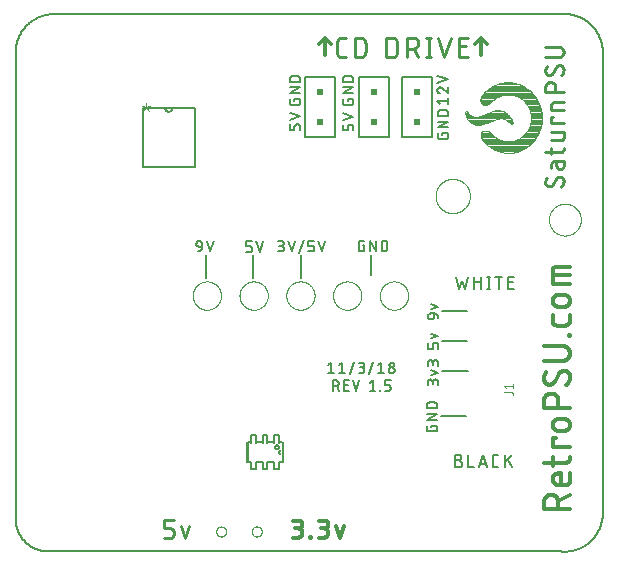
<source format=gto>
G75*
%MOIN*%
%OFA0B0*%
%FSLAX25Y25*%
%IPPOS*%
%LPD*%
%AMOC8*
5,1,8,0,0,1.08239X$1,22.5*
%
%ADD10C,0.00600*%
%ADD11C,0.00900*%
%ADD12C,0.00000*%
%ADD13C,0.01000*%
%ADD14C,0.01200*%
%ADD15C,0.00394*%
%ADD16C,0.01100*%
%ADD17C,0.01300*%
%ADD18C,0.00700*%
%ADD19C,0.00500*%
%ADD20C,0.00197*%
%ADD21C,0.00300*%
%ADD22R,0.02000X0.02000*%
D10*
X0024241Y0016761D02*
X0195894Y0016761D01*
X0209674Y0028572D02*
X0209674Y0184083D01*
X0209646Y0184397D01*
X0209610Y0184710D01*
X0209567Y0185022D01*
X0209516Y0185333D01*
X0209457Y0185642D01*
X0209391Y0185950D01*
X0209318Y0186256D01*
X0209236Y0186561D01*
X0209148Y0186863D01*
X0209052Y0187163D01*
X0208948Y0187460D01*
X0208838Y0187755D01*
X0208720Y0188047D01*
X0208595Y0188336D01*
X0208463Y0188622D01*
X0208324Y0188905D01*
X0208178Y0189184D01*
X0208025Y0189459D01*
X0207865Y0189731D01*
X0207699Y0189999D01*
X0207527Y0190262D01*
X0207348Y0190521D01*
X0207163Y0190776D01*
X0206971Y0191026D01*
X0206773Y0191271D01*
X0206570Y0191512D01*
X0206361Y0191747D01*
X0206145Y0191977D01*
X0205925Y0192202D01*
X0205699Y0192421D01*
X0205467Y0192635D01*
X0205231Y0192843D01*
X0204989Y0193045D01*
X0204742Y0193241D01*
X0204491Y0193431D01*
X0204235Y0193614D01*
X0203975Y0193792D01*
X0203711Y0193963D01*
X0203442Y0194127D01*
X0203169Y0194285D01*
X0202893Y0194436D01*
X0202613Y0194580D01*
X0202329Y0194717D01*
X0202043Y0194847D01*
X0201753Y0194971D01*
X0201460Y0195087D01*
X0201164Y0195195D01*
X0200866Y0195297D01*
X0200566Y0195391D01*
X0200263Y0195478D01*
X0199958Y0195557D01*
X0199651Y0195629D01*
X0199343Y0195693D01*
X0199033Y0195750D01*
X0198722Y0195799D01*
X0198410Y0195840D01*
X0198097Y0195874D01*
X0197783Y0195900D01*
X0197468Y0195918D01*
X0197154Y0195929D01*
X0196839Y0195932D01*
X0196524Y0195927D01*
X0196209Y0195915D01*
X0195895Y0195894D01*
X0195894Y0195894D02*
X0027784Y0195894D01*
X0027475Y0195914D01*
X0027165Y0195927D01*
X0026855Y0195932D01*
X0026545Y0195929D01*
X0026235Y0195920D01*
X0025925Y0195902D01*
X0025616Y0195877D01*
X0025308Y0195845D01*
X0025000Y0195805D01*
X0024694Y0195758D01*
X0024388Y0195703D01*
X0024084Y0195641D01*
X0023782Y0195572D01*
X0023482Y0195496D01*
X0023183Y0195412D01*
X0022887Y0195321D01*
X0022592Y0195223D01*
X0022301Y0195117D01*
X0022012Y0195005D01*
X0021725Y0194886D01*
X0021442Y0194760D01*
X0021162Y0194627D01*
X0020885Y0194487D01*
X0020611Y0194341D01*
X0020342Y0194188D01*
X0020075Y0194029D01*
X0019813Y0193863D01*
X0019555Y0193691D01*
X0019301Y0193513D01*
X0019052Y0193329D01*
X0018807Y0193139D01*
X0018567Y0192943D01*
X0018331Y0192741D01*
X0018101Y0192533D01*
X0017875Y0192321D01*
X0017655Y0192102D01*
X0017440Y0191879D01*
X0017231Y0191650D01*
X0017027Y0191416D01*
X0016829Y0191178D01*
X0016637Y0190934D01*
X0016450Y0190686D01*
X0016270Y0190434D01*
X0016096Y0190177D01*
X0015928Y0189917D01*
X0015766Y0189652D01*
X0015611Y0189383D01*
X0015463Y0189111D01*
X0015321Y0188836D01*
X0015185Y0188557D01*
X0015057Y0188274D01*
X0014935Y0187989D01*
X0014820Y0187701D01*
X0014713Y0187410D01*
X0014612Y0187117D01*
X0014519Y0186821D01*
X0014432Y0186523D01*
X0014353Y0186223D01*
X0014281Y0185922D01*
X0014217Y0185618D01*
X0014160Y0185314D01*
X0014110Y0185007D01*
X0014067Y0184700D01*
X0014032Y0184392D01*
X0014005Y0184083D01*
X0014005Y0028572D01*
X0014004Y0028571D02*
X0013988Y0028305D01*
X0013979Y0028038D01*
X0013976Y0027771D01*
X0013980Y0027504D01*
X0013990Y0027237D01*
X0014006Y0026970D01*
X0014029Y0026704D01*
X0014058Y0026439D01*
X0014094Y0026174D01*
X0014136Y0025910D01*
X0014184Y0025648D01*
X0014239Y0025386D01*
X0014300Y0025126D01*
X0014368Y0024868D01*
X0014441Y0024611D01*
X0014521Y0024356D01*
X0014607Y0024103D01*
X0014699Y0023853D01*
X0014797Y0023604D01*
X0014901Y0023358D01*
X0015011Y0023115D01*
X0015127Y0022874D01*
X0015248Y0022636D01*
X0015375Y0022401D01*
X0015508Y0022170D01*
X0015647Y0021941D01*
X0015791Y0021716D01*
X0015940Y0021495D01*
X0016094Y0021277D01*
X0016254Y0021063D01*
X0016419Y0020853D01*
X0016589Y0020647D01*
X0016764Y0020445D01*
X0016944Y0020248D01*
X0017128Y0020055D01*
X0017317Y0019866D01*
X0017511Y0019682D01*
X0017709Y0019503D01*
X0017911Y0019328D01*
X0018118Y0019159D01*
X0018328Y0018994D01*
X0018542Y0018835D01*
X0018761Y0018681D01*
X0018982Y0018532D01*
X0019208Y0018389D01*
X0019436Y0018251D01*
X0019668Y0018119D01*
X0019904Y0017992D01*
X0020142Y0017871D01*
X0020383Y0017756D01*
X0020626Y0017646D01*
X0020873Y0017543D01*
X0021121Y0017446D01*
X0021372Y0017354D01*
X0021625Y0017269D01*
X0021880Y0017190D01*
X0022137Y0017117D01*
X0022396Y0017050D01*
X0022656Y0016990D01*
X0022918Y0016935D01*
X0023180Y0016888D01*
X0023444Y0016846D01*
X0023709Y0016811D01*
X0023974Y0016782D01*
X0024241Y0016760D01*
X0091076Y0046431D02*
X0091076Y0053231D01*
X0091276Y0052831D02*
X0091276Y0046931D01*
X0091576Y0046631D02*
X0092576Y0046631D01*
X0092576Y0044231D01*
X0094176Y0044231D01*
X0094176Y0046631D01*
X0096376Y0046631D01*
X0096376Y0044231D01*
X0097876Y0044231D01*
X0097876Y0046631D01*
X0100076Y0046631D01*
X0100076Y0044231D01*
X0101676Y0044231D01*
X0101676Y0046631D01*
X0102676Y0046631D01*
X0102976Y0046931D02*
X0102976Y0052831D01*
X0103076Y0053231D02*
X0103076Y0046431D01*
X0101676Y0046631D02*
X0101676Y0046731D01*
X0100076Y0046731D02*
X0100076Y0046631D01*
X0097876Y0046631D02*
X0097876Y0046731D01*
X0096376Y0046731D02*
X0096376Y0046631D01*
X0094176Y0046631D02*
X0094176Y0046731D01*
X0092576Y0046731D02*
X0092576Y0046631D01*
X0092576Y0053031D02*
X0092576Y0053131D01*
X0091576Y0053131D01*
X0092576Y0053131D02*
X0092576Y0055531D01*
X0094176Y0055531D01*
X0094176Y0053131D01*
X0096376Y0053131D01*
X0096376Y0053031D01*
X0096376Y0053131D02*
X0096376Y0055531D01*
X0097876Y0055531D01*
X0097876Y0053131D01*
X0100076Y0053131D01*
X0100076Y0053031D01*
X0100076Y0053131D02*
X0100076Y0055531D01*
X0101676Y0055531D01*
X0101676Y0053131D01*
X0102676Y0053131D01*
X0101676Y0053131D02*
X0101676Y0053031D01*
X0101076Y0052131D02*
X0101124Y0052129D01*
X0101172Y0052123D01*
X0101220Y0052114D01*
X0101266Y0052100D01*
X0101311Y0052083D01*
X0101355Y0052062D01*
X0101397Y0052038D01*
X0101436Y0052011D01*
X0101474Y0051980D01*
X0101509Y0051947D01*
X0101541Y0051910D01*
X0101570Y0051872D01*
X0101596Y0051831D01*
X0101618Y0051788D01*
X0101637Y0051744D01*
X0101652Y0051698D01*
X0101664Y0051651D01*
X0101672Y0051603D01*
X0101676Y0051555D01*
X0101676Y0051507D01*
X0101672Y0051459D01*
X0101664Y0051411D01*
X0101652Y0051364D01*
X0101637Y0051318D01*
X0101618Y0051274D01*
X0101596Y0051231D01*
X0101570Y0051190D01*
X0101541Y0051152D01*
X0101509Y0051115D01*
X0101474Y0051082D01*
X0101436Y0051051D01*
X0101397Y0051024D01*
X0101355Y0051000D01*
X0101311Y0050979D01*
X0101266Y0050962D01*
X0101220Y0050948D01*
X0101172Y0050939D01*
X0101124Y0050933D01*
X0101076Y0050931D01*
X0101028Y0050933D01*
X0100980Y0050939D01*
X0100932Y0050948D01*
X0100886Y0050962D01*
X0100841Y0050979D01*
X0100797Y0051000D01*
X0100755Y0051024D01*
X0100716Y0051051D01*
X0100678Y0051082D01*
X0100643Y0051115D01*
X0100611Y0051152D01*
X0100582Y0051190D01*
X0100556Y0051231D01*
X0100534Y0051274D01*
X0100515Y0051318D01*
X0100500Y0051364D01*
X0100488Y0051411D01*
X0100480Y0051459D01*
X0100476Y0051507D01*
X0100476Y0051555D01*
X0100480Y0051603D01*
X0100488Y0051651D01*
X0100500Y0051698D01*
X0100515Y0051744D01*
X0100534Y0051788D01*
X0100556Y0051831D01*
X0100582Y0051872D01*
X0100611Y0051910D01*
X0100643Y0051947D01*
X0100678Y0051980D01*
X0100716Y0052011D01*
X0100755Y0052038D01*
X0100797Y0052062D01*
X0100841Y0052083D01*
X0100886Y0052100D01*
X0100932Y0052114D01*
X0100980Y0052123D01*
X0101028Y0052129D01*
X0101076Y0052131D01*
X0102076Y0050531D02*
X0102037Y0050475D01*
X0102001Y0050417D01*
X0101969Y0050357D01*
X0101940Y0050295D01*
X0101915Y0050232D01*
X0101894Y0050167D01*
X0101876Y0050101D01*
X0101863Y0050034D01*
X0101853Y0049967D01*
X0101847Y0049899D01*
X0101845Y0049831D01*
X0101847Y0049763D01*
X0101853Y0049695D01*
X0101863Y0049628D01*
X0101876Y0049561D01*
X0101894Y0049495D01*
X0101915Y0049430D01*
X0101940Y0049367D01*
X0101969Y0049305D01*
X0102001Y0049245D01*
X0102037Y0049187D01*
X0102076Y0049131D01*
X0097876Y0053031D02*
X0097876Y0053131D01*
X0094176Y0053131D02*
X0094176Y0053031D01*
X0119817Y0070407D02*
X0119817Y0073807D01*
X0120761Y0073807D01*
X0120821Y0073805D01*
X0120882Y0073799D01*
X0120941Y0073790D01*
X0121000Y0073776D01*
X0121058Y0073759D01*
X0121115Y0073738D01*
X0121171Y0073714D01*
X0121224Y0073686D01*
X0121276Y0073654D01*
X0121326Y0073620D01*
X0121373Y0073582D01*
X0121418Y0073541D01*
X0121460Y0073498D01*
X0121499Y0073452D01*
X0121535Y0073403D01*
X0121568Y0073352D01*
X0121598Y0073300D01*
X0121624Y0073245D01*
X0121647Y0073189D01*
X0121666Y0073132D01*
X0121681Y0073073D01*
X0121693Y0073014D01*
X0121701Y0072954D01*
X0121705Y0072893D01*
X0121705Y0072833D01*
X0121701Y0072772D01*
X0121693Y0072712D01*
X0121681Y0072653D01*
X0121666Y0072594D01*
X0121647Y0072537D01*
X0121624Y0072481D01*
X0121598Y0072426D01*
X0121568Y0072374D01*
X0121535Y0072323D01*
X0121499Y0072274D01*
X0121460Y0072228D01*
X0121418Y0072185D01*
X0121373Y0072144D01*
X0121326Y0072106D01*
X0121276Y0072072D01*
X0121224Y0072040D01*
X0121171Y0072012D01*
X0121115Y0071988D01*
X0121058Y0071967D01*
X0121000Y0071950D01*
X0120941Y0071936D01*
X0120882Y0071927D01*
X0120821Y0071921D01*
X0120761Y0071919D01*
X0120761Y0071918D02*
X0119817Y0071918D01*
X0120950Y0071918D02*
X0121705Y0070407D01*
X0123513Y0070407D02*
X0123513Y0073807D01*
X0125025Y0073807D01*
X0126314Y0073807D02*
X0127448Y0070407D01*
X0128581Y0073807D01*
X0128322Y0076313D02*
X0129266Y0076313D01*
X0129326Y0076315D01*
X0129387Y0076321D01*
X0129446Y0076330D01*
X0129505Y0076344D01*
X0129563Y0076361D01*
X0129620Y0076382D01*
X0129676Y0076406D01*
X0129729Y0076434D01*
X0129781Y0076466D01*
X0129831Y0076500D01*
X0129878Y0076538D01*
X0129923Y0076579D01*
X0129965Y0076622D01*
X0130004Y0076668D01*
X0130040Y0076717D01*
X0130073Y0076768D01*
X0130103Y0076820D01*
X0130129Y0076875D01*
X0130152Y0076931D01*
X0130171Y0076988D01*
X0130186Y0077047D01*
X0130198Y0077106D01*
X0130206Y0077166D01*
X0130210Y0077227D01*
X0130210Y0077287D01*
X0130206Y0077348D01*
X0130198Y0077408D01*
X0130186Y0077467D01*
X0130171Y0077526D01*
X0130152Y0077583D01*
X0130129Y0077639D01*
X0130103Y0077694D01*
X0130073Y0077746D01*
X0130040Y0077797D01*
X0130004Y0077846D01*
X0129965Y0077892D01*
X0129923Y0077935D01*
X0129878Y0077976D01*
X0129831Y0078014D01*
X0129781Y0078048D01*
X0129729Y0078080D01*
X0129676Y0078108D01*
X0129620Y0078132D01*
X0129563Y0078153D01*
X0129505Y0078170D01*
X0129446Y0078184D01*
X0129387Y0078193D01*
X0129326Y0078199D01*
X0129266Y0078201D01*
X0129455Y0078201D02*
X0128699Y0078201D01*
X0129455Y0078201D02*
X0129509Y0078203D01*
X0129563Y0078209D01*
X0129616Y0078218D01*
X0129668Y0078232D01*
X0129719Y0078249D01*
X0129769Y0078269D01*
X0129817Y0078293D01*
X0129864Y0078321D01*
X0129908Y0078352D01*
X0129950Y0078386D01*
X0129990Y0078422D01*
X0130026Y0078462D01*
X0130060Y0078504D01*
X0130091Y0078548D01*
X0130119Y0078595D01*
X0130143Y0078643D01*
X0130163Y0078693D01*
X0130180Y0078744D01*
X0130194Y0078796D01*
X0130203Y0078849D01*
X0130209Y0078903D01*
X0130211Y0078957D01*
X0130209Y0079011D01*
X0130203Y0079065D01*
X0130194Y0079118D01*
X0130180Y0079170D01*
X0130163Y0079221D01*
X0130143Y0079271D01*
X0130119Y0079319D01*
X0130091Y0079366D01*
X0130060Y0079410D01*
X0130026Y0079452D01*
X0129990Y0079492D01*
X0129950Y0079528D01*
X0129908Y0079562D01*
X0129864Y0079593D01*
X0129817Y0079621D01*
X0129769Y0079645D01*
X0129719Y0079665D01*
X0129668Y0079682D01*
X0129616Y0079696D01*
X0129563Y0079705D01*
X0129509Y0079711D01*
X0129455Y0079713D01*
X0128322Y0079713D01*
X0126782Y0080090D02*
X0125271Y0075935D01*
X0123731Y0076313D02*
X0121842Y0076313D01*
X0122786Y0076313D02*
X0122786Y0079713D01*
X0121842Y0078957D01*
X0119186Y0079713D02*
X0119186Y0076313D01*
X0118242Y0076313D02*
X0120131Y0076313D01*
X0118242Y0078957D02*
X0119186Y0079713D01*
X0123513Y0072296D02*
X0124647Y0072296D01*
X0125025Y0070407D02*
X0123513Y0070407D01*
X0132023Y0070407D02*
X0133912Y0070407D01*
X0132968Y0070407D02*
X0132968Y0073807D01*
X0132023Y0073052D01*
X0135393Y0070596D02*
X0135582Y0070596D01*
X0135582Y0070407D01*
X0135393Y0070407D01*
X0135393Y0070596D01*
X0137063Y0070407D02*
X0138196Y0070407D01*
X0138250Y0070409D01*
X0138304Y0070415D01*
X0138357Y0070424D01*
X0138409Y0070438D01*
X0138460Y0070455D01*
X0138510Y0070475D01*
X0138558Y0070499D01*
X0138605Y0070527D01*
X0138649Y0070558D01*
X0138691Y0070592D01*
X0138731Y0070628D01*
X0138767Y0070668D01*
X0138801Y0070710D01*
X0138832Y0070754D01*
X0138860Y0070801D01*
X0138884Y0070849D01*
X0138904Y0070899D01*
X0138921Y0070950D01*
X0138935Y0071002D01*
X0138944Y0071055D01*
X0138950Y0071109D01*
X0138952Y0071163D01*
X0138952Y0071540D01*
X0138950Y0071594D01*
X0138944Y0071648D01*
X0138935Y0071701D01*
X0138921Y0071753D01*
X0138904Y0071804D01*
X0138884Y0071854D01*
X0138860Y0071902D01*
X0138832Y0071949D01*
X0138801Y0071993D01*
X0138767Y0072035D01*
X0138731Y0072075D01*
X0138691Y0072111D01*
X0138649Y0072145D01*
X0138605Y0072176D01*
X0138558Y0072204D01*
X0138510Y0072228D01*
X0138460Y0072248D01*
X0138409Y0072265D01*
X0138357Y0072279D01*
X0138304Y0072288D01*
X0138250Y0072294D01*
X0138196Y0072296D01*
X0137063Y0072296D01*
X0137063Y0073807D01*
X0138952Y0073807D01*
X0136691Y0076313D02*
X0134802Y0076313D01*
X0135746Y0076313D02*
X0135746Y0079713D01*
X0134802Y0078957D01*
X0133262Y0080090D02*
X0131751Y0075935D01*
X0138402Y0077257D02*
X0138404Y0077197D01*
X0138410Y0077136D01*
X0138419Y0077077D01*
X0138433Y0077018D01*
X0138450Y0076960D01*
X0138471Y0076903D01*
X0138495Y0076847D01*
X0138523Y0076794D01*
X0138555Y0076742D01*
X0138589Y0076692D01*
X0138627Y0076645D01*
X0138668Y0076600D01*
X0138711Y0076558D01*
X0138757Y0076519D01*
X0138806Y0076483D01*
X0138857Y0076450D01*
X0138909Y0076420D01*
X0138964Y0076394D01*
X0139020Y0076371D01*
X0139077Y0076352D01*
X0139136Y0076337D01*
X0139195Y0076325D01*
X0139255Y0076317D01*
X0139316Y0076313D01*
X0139376Y0076313D01*
X0139437Y0076317D01*
X0139497Y0076325D01*
X0139556Y0076337D01*
X0139615Y0076352D01*
X0139672Y0076371D01*
X0139728Y0076394D01*
X0139783Y0076420D01*
X0139835Y0076450D01*
X0139886Y0076483D01*
X0139935Y0076519D01*
X0139981Y0076558D01*
X0140024Y0076600D01*
X0140065Y0076645D01*
X0140103Y0076692D01*
X0140137Y0076742D01*
X0140169Y0076794D01*
X0140197Y0076847D01*
X0140221Y0076903D01*
X0140242Y0076960D01*
X0140259Y0077018D01*
X0140273Y0077077D01*
X0140282Y0077136D01*
X0140288Y0077197D01*
X0140290Y0077257D01*
X0140288Y0077317D01*
X0140282Y0077378D01*
X0140273Y0077437D01*
X0140259Y0077496D01*
X0140242Y0077554D01*
X0140221Y0077611D01*
X0140197Y0077667D01*
X0140169Y0077720D01*
X0140137Y0077772D01*
X0140103Y0077822D01*
X0140065Y0077869D01*
X0140024Y0077914D01*
X0139981Y0077956D01*
X0139935Y0077995D01*
X0139886Y0078031D01*
X0139835Y0078064D01*
X0139783Y0078094D01*
X0139728Y0078120D01*
X0139672Y0078143D01*
X0139615Y0078162D01*
X0139556Y0078177D01*
X0139497Y0078189D01*
X0139437Y0078197D01*
X0139376Y0078201D01*
X0139316Y0078201D01*
X0139255Y0078197D01*
X0139195Y0078189D01*
X0139136Y0078177D01*
X0139077Y0078162D01*
X0139020Y0078143D01*
X0138964Y0078120D01*
X0138909Y0078094D01*
X0138857Y0078064D01*
X0138806Y0078031D01*
X0138757Y0077995D01*
X0138711Y0077956D01*
X0138668Y0077914D01*
X0138627Y0077869D01*
X0138589Y0077822D01*
X0138555Y0077772D01*
X0138523Y0077720D01*
X0138495Y0077667D01*
X0138471Y0077611D01*
X0138450Y0077554D01*
X0138433Y0077496D01*
X0138419Y0077437D01*
X0138410Y0077378D01*
X0138404Y0077317D01*
X0138402Y0077257D01*
X0138590Y0078957D02*
X0138592Y0078903D01*
X0138598Y0078849D01*
X0138607Y0078796D01*
X0138621Y0078744D01*
X0138638Y0078693D01*
X0138658Y0078643D01*
X0138682Y0078595D01*
X0138710Y0078548D01*
X0138741Y0078504D01*
X0138775Y0078462D01*
X0138811Y0078422D01*
X0138851Y0078386D01*
X0138893Y0078352D01*
X0138937Y0078321D01*
X0138984Y0078293D01*
X0139032Y0078269D01*
X0139082Y0078249D01*
X0139133Y0078232D01*
X0139185Y0078218D01*
X0139238Y0078209D01*
X0139292Y0078203D01*
X0139346Y0078201D01*
X0139400Y0078203D01*
X0139454Y0078209D01*
X0139507Y0078218D01*
X0139559Y0078232D01*
X0139610Y0078249D01*
X0139660Y0078269D01*
X0139708Y0078293D01*
X0139755Y0078321D01*
X0139799Y0078352D01*
X0139841Y0078386D01*
X0139881Y0078422D01*
X0139917Y0078462D01*
X0139951Y0078504D01*
X0139982Y0078548D01*
X0140010Y0078595D01*
X0140034Y0078643D01*
X0140054Y0078693D01*
X0140071Y0078744D01*
X0140085Y0078796D01*
X0140094Y0078849D01*
X0140100Y0078903D01*
X0140102Y0078957D01*
X0140100Y0079011D01*
X0140094Y0079065D01*
X0140085Y0079118D01*
X0140071Y0079170D01*
X0140054Y0079221D01*
X0140034Y0079271D01*
X0140010Y0079319D01*
X0139982Y0079366D01*
X0139951Y0079410D01*
X0139917Y0079452D01*
X0139881Y0079492D01*
X0139841Y0079528D01*
X0139799Y0079562D01*
X0139755Y0079593D01*
X0139708Y0079621D01*
X0139660Y0079645D01*
X0139610Y0079665D01*
X0139559Y0079682D01*
X0139507Y0079696D01*
X0139454Y0079705D01*
X0139400Y0079711D01*
X0139346Y0079713D01*
X0139292Y0079711D01*
X0139238Y0079705D01*
X0139185Y0079696D01*
X0139133Y0079682D01*
X0139082Y0079665D01*
X0139032Y0079645D01*
X0138984Y0079621D01*
X0138937Y0079593D01*
X0138893Y0079562D01*
X0138851Y0079528D01*
X0138811Y0079492D01*
X0138775Y0079452D01*
X0138741Y0079410D01*
X0138710Y0079366D01*
X0138682Y0079319D01*
X0138658Y0079271D01*
X0138638Y0079221D01*
X0138621Y0079170D01*
X0138607Y0079118D01*
X0138598Y0079065D01*
X0138592Y0079011D01*
X0138590Y0078957D01*
X0156131Y0076997D02*
X0164792Y0076997D01*
X0164398Y0086839D02*
X0156131Y0086839D01*
X0156131Y0097076D02*
X0164398Y0097076D01*
X0164005Y0062036D02*
X0155737Y0062036D01*
X0195895Y0016761D02*
X0196204Y0016741D01*
X0196514Y0016728D01*
X0196824Y0016723D01*
X0197134Y0016726D01*
X0197444Y0016735D01*
X0197754Y0016753D01*
X0198063Y0016778D01*
X0198371Y0016810D01*
X0198679Y0016850D01*
X0198985Y0016897D01*
X0199291Y0016952D01*
X0199595Y0017014D01*
X0199897Y0017083D01*
X0200197Y0017159D01*
X0200496Y0017243D01*
X0200792Y0017334D01*
X0201087Y0017432D01*
X0201378Y0017538D01*
X0201667Y0017650D01*
X0201954Y0017769D01*
X0202237Y0017895D01*
X0202517Y0018028D01*
X0202794Y0018168D01*
X0203068Y0018314D01*
X0203337Y0018467D01*
X0203604Y0018626D01*
X0203866Y0018792D01*
X0204124Y0018964D01*
X0204378Y0019142D01*
X0204627Y0019326D01*
X0204872Y0019516D01*
X0205112Y0019712D01*
X0205348Y0019914D01*
X0205578Y0020122D01*
X0205804Y0020334D01*
X0206024Y0020553D01*
X0206239Y0020776D01*
X0206448Y0021005D01*
X0206652Y0021239D01*
X0206850Y0021477D01*
X0207042Y0021721D01*
X0207229Y0021969D01*
X0207409Y0022221D01*
X0207583Y0022478D01*
X0207751Y0022738D01*
X0207913Y0023003D01*
X0208068Y0023272D01*
X0208216Y0023544D01*
X0208358Y0023819D01*
X0208494Y0024098D01*
X0208622Y0024381D01*
X0208744Y0024666D01*
X0208859Y0024954D01*
X0208966Y0025245D01*
X0209067Y0025538D01*
X0209160Y0025834D01*
X0209247Y0026132D01*
X0209326Y0026432D01*
X0209398Y0026733D01*
X0209462Y0027037D01*
X0209519Y0027341D01*
X0209569Y0027648D01*
X0209612Y0027955D01*
X0209647Y0028263D01*
X0209674Y0028572D01*
X0152863Y0154792D02*
X0142863Y0154792D01*
X0142863Y0174792D01*
X0152863Y0174792D01*
X0152863Y0154792D01*
X0138296Y0154792D02*
X0138296Y0174792D01*
X0128296Y0174792D01*
X0128296Y0154792D01*
X0138296Y0154792D01*
X0120580Y0154792D02*
X0120580Y0174792D01*
X0110580Y0174792D01*
X0110580Y0154792D01*
X0120580Y0154792D01*
X0073728Y0144992D02*
X0056328Y0144992D01*
X0056328Y0164592D01*
X0063828Y0164592D01*
X0066228Y0164592D01*
X0073728Y0164592D01*
X0066228Y0164592D01*
X0063828Y0164592D01*
X0056328Y0164592D01*
X0063828Y0164592D02*
X0063830Y0164523D01*
X0063836Y0164455D01*
X0063846Y0164387D01*
X0063859Y0164320D01*
X0063877Y0164254D01*
X0063898Y0164189D01*
X0063923Y0164125D01*
X0063951Y0164063D01*
X0063983Y0164002D01*
X0064018Y0163943D01*
X0064057Y0163887D01*
X0064099Y0163832D01*
X0064144Y0163781D01*
X0064192Y0163731D01*
X0064242Y0163685D01*
X0064295Y0163642D01*
X0064351Y0163601D01*
X0064408Y0163564D01*
X0064468Y0163531D01*
X0064530Y0163500D01*
X0064593Y0163474D01*
X0064657Y0163451D01*
X0064723Y0163431D01*
X0064790Y0163416D01*
X0064857Y0163404D01*
X0064925Y0163396D01*
X0064994Y0163392D01*
X0065062Y0163392D01*
X0065131Y0163396D01*
X0065199Y0163404D01*
X0065266Y0163416D01*
X0065333Y0163431D01*
X0065399Y0163451D01*
X0065463Y0163474D01*
X0065526Y0163500D01*
X0065588Y0163531D01*
X0065648Y0163564D01*
X0065705Y0163601D01*
X0065761Y0163642D01*
X0065814Y0163685D01*
X0065864Y0163731D01*
X0065912Y0163781D01*
X0065957Y0163832D01*
X0065999Y0163887D01*
X0066038Y0163943D01*
X0066073Y0164002D01*
X0066105Y0164063D01*
X0066133Y0164125D01*
X0066158Y0164189D01*
X0066179Y0164254D01*
X0066197Y0164320D01*
X0066210Y0164387D01*
X0066220Y0164455D01*
X0066226Y0164523D01*
X0066228Y0164592D01*
X0066226Y0164523D01*
X0066220Y0164455D01*
X0066210Y0164387D01*
X0066197Y0164320D01*
X0066179Y0164254D01*
X0066158Y0164189D01*
X0066133Y0164125D01*
X0066105Y0164063D01*
X0066073Y0164002D01*
X0066038Y0163943D01*
X0065999Y0163887D01*
X0065957Y0163832D01*
X0065912Y0163781D01*
X0065864Y0163731D01*
X0065814Y0163685D01*
X0065761Y0163642D01*
X0065705Y0163601D01*
X0065648Y0163564D01*
X0065588Y0163531D01*
X0065526Y0163500D01*
X0065463Y0163474D01*
X0065399Y0163451D01*
X0065333Y0163431D01*
X0065266Y0163416D01*
X0065199Y0163404D01*
X0065131Y0163396D01*
X0065062Y0163392D01*
X0064994Y0163392D01*
X0064925Y0163396D01*
X0064857Y0163404D01*
X0064790Y0163416D01*
X0064723Y0163431D01*
X0064657Y0163451D01*
X0064593Y0163474D01*
X0064530Y0163500D01*
X0064468Y0163531D01*
X0064408Y0163564D01*
X0064351Y0163601D01*
X0064295Y0163642D01*
X0064242Y0163685D01*
X0064192Y0163731D01*
X0064144Y0163781D01*
X0064099Y0163832D01*
X0064057Y0163887D01*
X0064018Y0163943D01*
X0063983Y0164002D01*
X0063951Y0164063D01*
X0063923Y0164125D01*
X0063898Y0164189D01*
X0063877Y0164254D01*
X0063859Y0164320D01*
X0063846Y0164387D01*
X0063836Y0164455D01*
X0063830Y0164523D01*
X0063828Y0164592D01*
X0073728Y0164592D02*
X0073728Y0144992D01*
X0056328Y0144992D01*
D11*
X0190526Y0149859D02*
X0195609Y0149859D01*
X0195670Y0149861D01*
X0195732Y0149866D01*
X0195792Y0149876D01*
X0195852Y0149889D01*
X0195912Y0149905D01*
X0195970Y0149925D01*
X0196026Y0149949D01*
X0196082Y0149975D01*
X0196135Y0150006D01*
X0196187Y0150039D01*
X0196236Y0150075D01*
X0196283Y0150115D01*
X0196328Y0150157D01*
X0196370Y0150202D01*
X0196410Y0150249D01*
X0196446Y0150298D01*
X0196479Y0150350D01*
X0196510Y0150403D01*
X0196536Y0150459D01*
X0196560Y0150515D01*
X0196580Y0150573D01*
X0196596Y0150633D01*
X0196609Y0150693D01*
X0196619Y0150753D01*
X0196624Y0150815D01*
X0196626Y0150876D01*
X0196626Y0151215D01*
X0192559Y0151215D02*
X0192559Y0149181D01*
X0193576Y0146857D02*
X0196626Y0146857D01*
X0196626Y0145332D01*
X0196625Y0145332D02*
X0196623Y0145264D01*
X0196617Y0145197D01*
X0196608Y0145130D01*
X0196594Y0145063D01*
X0196577Y0144998D01*
X0196556Y0144933D01*
X0196531Y0144870D01*
X0196503Y0144809D01*
X0196472Y0144749D01*
X0196437Y0144691D01*
X0196398Y0144635D01*
X0196357Y0144581D01*
X0196313Y0144530D01*
X0196266Y0144481D01*
X0196216Y0144436D01*
X0196163Y0144393D01*
X0196108Y0144353D01*
X0196051Y0144316D01*
X0195992Y0144283D01*
X0195932Y0144253D01*
X0195869Y0144227D01*
X0195805Y0144204D01*
X0195741Y0144185D01*
X0195675Y0144170D01*
X0195608Y0144158D01*
X0195540Y0144150D01*
X0195473Y0144146D01*
X0195405Y0144146D01*
X0195338Y0144150D01*
X0195270Y0144158D01*
X0195203Y0144170D01*
X0195137Y0144185D01*
X0195073Y0144204D01*
X0195009Y0144227D01*
X0194946Y0144253D01*
X0194886Y0144283D01*
X0194827Y0144316D01*
X0194770Y0144353D01*
X0194715Y0144393D01*
X0194662Y0144436D01*
X0194612Y0144481D01*
X0194565Y0144530D01*
X0194521Y0144581D01*
X0194480Y0144635D01*
X0194441Y0144691D01*
X0194406Y0144749D01*
X0194375Y0144809D01*
X0194347Y0144870D01*
X0194322Y0144933D01*
X0194301Y0144998D01*
X0194284Y0145063D01*
X0194270Y0145130D01*
X0194261Y0145197D01*
X0194255Y0145264D01*
X0194253Y0145332D01*
X0194253Y0146857D01*
X0193576Y0146858D02*
X0193515Y0146856D01*
X0193453Y0146851D01*
X0193393Y0146841D01*
X0193333Y0146828D01*
X0193273Y0146812D01*
X0193215Y0146792D01*
X0193159Y0146768D01*
X0193103Y0146742D01*
X0193050Y0146711D01*
X0192998Y0146678D01*
X0192949Y0146642D01*
X0192902Y0146602D01*
X0192857Y0146560D01*
X0192815Y0146515D01*
X0192775Y0146468D01*
X0192739Y0146419D01*
X0192706Y0146367D01*
X0192675Y0146314D01*
X0192649Y0146258D01*
X0192625Y0146202D01*
X0192605Y0146144D01*
X0192589Y0146084D01*
X0192576Y0146024D01*
X0192566Y0145964D01*
X0192561Y0145902D01*
X0192559Y0145841D01*
X0192559Y0144485D01*
X0194084Y0141018D02*
X0193067Y0139154D01*
X0190525Y0139831D02*
X0190527Y0139927D01*
X0190532Y0140023D01*
X0190541Y0140119D01*
X0190554Y0140214D01*
X0190570Y0140309D01*
X0190590Y0140403D01*
X0190614Y0140497D01*
X0190641Y0140589D01*
X0190671Y0140680D01*
X0190705Y0140770D01*
X0190742Y0140859D01*
X0190783Y0140946D01*
X0190827Y0141032D01*
X0190874Y0141116D01*
X0190924Y0141198D01*
X0190977Y0141278D01*
X0191033Y0141356D01*
X0193067Y0139154D02*
X0193029Y0139093D01*
X0192989Y0139035D01*
X0192945Y0138978D01*
X0192898Y0138924D01*
X0192848Y0138873D01*
X0192796Y0138824D01*
X0192741Y0138778D01*
X0192684Y0138735D01*
X0192625Y0138694D01*
X0192564Y0138657D01*
X0192501Y0138624D01*
X0192437Y0138593D01*
X0192370Y0138566D01*
X0192303Y0138542D01*
X0192234Y0138522D01*
X0192165Y0138506D01*
X0192095Y0138493D01*
X0192024Y0138483D01*
X0191952Y0138478D01*
X0191881Y0138476D01*
X0191881Y0138475D02*
X0191810Y0138477D01*
X0191739Y0138482D01*
X0191669Y0138492D01*
X0191599Y0138505D01*
X0191530Y0138521D01*
X0191462Y0138541D01*
X0191395Y0138565D01*
X0191329Y0138592D01*
X0191265Y0138623D01*
X0191203Y0138657D01*
X0191142Y0138694D01*
X0191084Y0138734D01*
X0191028Y0138777D01*
X0190974Y0138823D01*
X0190922Y0138872D01*
X0190873Y0138924D01*
X0190827Y0138978D01*
X0190784Y0139034D01*
X0190744Y0139092D01*
X0190707Y0139153D01*
X0190673Y0139215D01*
X0190642Y0139279D01*
X0190615Y0139345D01*
X0190591Y0139412D01*
X0190571Y0139480D01*
X0190555Y0139549D01*
X0190542Y0139619D01*
X0190532Y0139689D01*
X0190527Y0139760D01*
X0190525Y0139831D01*
X0195779Y0138306D02*
X0195850Y0138380D01*
X0195919Y0138456D01*
X0195986Y0138535D01*
X0196049Y0138616D01*
X0196109Y0138699D01*
X0196167Y0138784D01*
X0196221Y0138872D01*
X0196272Y0138961D01*
X0196320Y0139052D01*
X0196364Y0139144D01*
X0196406Y0139238D01*
X0196444Y0139334D01*
X0196478Y0139431D01*
X0196509Y0139529D01*
X0196536Y0139628D01*
X0196560Y0139728D01*
X0196580Y0139829D01*
X0196597Y0139930D01*
X0196609Y0140032D01*
X0196619Y0140135D01*
X0196624Y0140237D01*
X0196626Y0140340D01*
X0196624Y0140411D01*
X0196619Y0140482D01*
X0196609Y0140552D01*
X0196596Y0140622D01*
X0196580Y0140691D01*
X0196560Y0140759D01*
X0196536Y0140826D01*
X0196509Y0140892D01*
X0196478Y0140956D01*
X0196444Y0141018D01*
X0196407Y0141079D01*
X0196367Y0141137D01*
X0196324Y0141193D01*
X0196278Y0141247D01*
X0196229Y0141299D01*
X0196177Y0141348D01*
X0196123Y0141394D01*
X0196067Y0141437D01*
X0196009Y0141477D01*
X0195948Y0141514D01*
X0195886Y0141548D01*
X0195822Y0141579D01*
X0195756Y0141606D01*
X0195689Y0141630D01*
X0195621Y0141650D01*
X0195552Y0141666D01*
X0195482Y0141679D01*
X0195412Y0141689D01*
X0195341Y0141694D01*
X0195270Y0141696D01*
X0195199Y0141694D01*
X0195127Y0141689D01*
X0195056Y0141679D01*
X0194986Y0141666D01*
X0194917Y0141650D01*
X0194848Y0141630D01*
X0194781Y0141606D01*
X0194714Y0141579D01*
X0194650Y0141548D01*
X0194587Y0141515D01*
X0194526Y0141478D01*
X0194467Y0141437D01*
X0194410Y0141394D01*
X0194355Y0141348D01*
X0194303Y0141299D01*
X0194253Y0141248D01*
X0194206Y0141194D01*
X0194163Y0141137D01*
X0194122Y0141079D01*
X0194084Y0141018D01*
X0192559Y0153825D02*
X0195609Y0153825D01*
X0195670Y0153827D01*
X0195732Y0153832D01*
X0195792Y0153842D01*
X0195852Y0153855D01*
X0195912Y0153871D01*
X0195970Y0153891D01*
X0196026Y0153915D01*
X0196082Y0153941D01*
X0196135Y0153972D01*
X0196187Y0154005D01*
X0196236Y0154041D01*
X0196283Y0154081D01*
X0196328Y0154123D01*
X0196370Y0154168D01*
X0196410Y0154215D01*
X0196446Y0154264D01*
X0196479Y0154316D01*
X0196510Y0154369D01*
X0196536Y0154425D01*
X0196560Y0154481D01*
X0196580Y0154539D01*
X0196596Y0154599D01*
X0196609Y0154659D01*
X0196619Y0154719D01*
X0196624Y0154781D01*
X0196626Y0154842D01*
X0196626Y0156536D01*
X0192559Y0156536D01*
X0192559Y0159613D02*
X0192559Y0161646D01*
X0193237Y0161646D01*
X0192559Y0159613D02*
X0196626Y0159613D01*
X0196626Y0163877D02*
X0192559Y0163877D01*
X0192559Y0165571D01*
X0192561Y0165632D01*
X0192566Y0165694D01*
X0192576Y0165754D01*
X0192589Y0165814D01*
X0192605Y0165874D01*
X0192625Y0165932D01*
X0192649Y0165988D01*
X0192675Y0166044D01*
X0192706Y0166097D01*
X0192739Y0166149D01*
X0192775Y0166198D01*
X0192815Y0166245D01*
X0192857Y0166290D01*
X0192902Y0166332D01*
X0192949Y0166372D01*
X0192998Y0166408D01*
X0193050Y0166441D01*
X0193103Y0166472D01*
X0193159Y0166498D01*
X0193215Y0166522D01*
X0193273Y0166542D01*
X0193333Y0166558D01*
X0193393Y0166571D01*
X0193453Y0166581D01*
X0193515Y0166586D01*
X0193576Y0166588D01*
X0196626Y0166588D01*
X0196626Y0169800D02*
X0190526Y0169800D01*
X0190526Y0171495D01*
X0190528Y0171576D01*
X0190534Y0171656D01*
X0190543Y0171736D01*
X0190557Y0171816D01*
X0190574Y0171894D01*
X0190595Y0171972D01*
X0190619Y0172049D01*
X0190647Y0172125D01*
X0190679Y0172199D01*
X0190714Y0172271D01*
X0190753Y0172342D01*
X0190795Y0172411D01*
X0190840Y0172478D01*
X0190888Y0172542D01*
X0190940Y0172604D01*
X0190994Y0172664D01*
X0191051Y0172721D01*
X0191111Y0172775D01*
X0191173Y0172827D01*
X0191237Y0172875D01*
X0191304Y0172920D01*
X0191373Y0172962D01*
X0191444Y0173001D01*
X0191516Y0173036D01*
X0191590Y0173068D01*
X0191666Y0173096D01*
X0191743Y0173120D01*
X0191821Y0173141D01*
X0191899Y0173158D01*
X0191979Y0173172D01*
X0192059Y0173181D01*
X0192139Y0173187D01*
X0192220Y0173189D01*
X0192301Y0173187D01*
X0192381Y0173181D01*
X0192461Y0173172D01*
X0192541Y0173158D01*
X0192619Y0173141D01*
X0192697Y0173120D01*
X0192774Y0173096D01*
X0192850Y0173068D01*
X0192924Y0173036D01*
X0192996Y0173001D01*
X0193067Y0172962D01*
X0193136Y0172920D01*
X0193203Y0172875D01*
X0193267Y0172827D01*
X0193329Y0172775D01*
X0193389Y0172721D01*
X0193446Y0172664D01*
X0193500Y0172604D01*
X0193552Y0172542D01*
X0193600Y0172478D01*
X0193645Y0172411D01*
X0193687Y0172342D01*
X0193726Y0172271D01*
X0193761Y0172199D01*
X0193793Y0172125D01*
X0193821Y0172049D01*
X0193845Y0171972D01*
X0193866Y0171894D01*
X0193883Y0171816D01*
X0193897Y0171736D01*
X0193906Y0171656D01*
X0193912Y0171576D01*
X0193914Y0171495D01*
X0193914Y0169800D01*
X0193067Y0176283D02*
X0194084Y0178147D01*
X0196626Y0177469D02*
X0196624Y0177366D01*
X0196619Y0177264D01*
X0196609Y0177161D01*
X0196597Y0177059D01*
X0196580Y0176958D01*
X0196560Y0176857D01*
X0196536Y0176757D01*
X0196509Y0176658D01*
X0196478Y0176560D01*
X0196444Y0176463D01*
X0196406Y0176367D01*
X0196364Y0176273D01*
X0196320Y0176181D01*
X0196272Y0176090D01*
X0196221Y0176001D01*
X0196167Y0175913D01*
X0196109Y0175828D01*
X0196049Y0175745D01*
X0195986Y0175664D01*
X0195919Y0175585D01*
X0195850Y0175509D01*
X0195779Y0175435D01*
X0194084Y0178147D02*
X0194122Y0178208D01*
X0194163Y0178266D01*
X0194206Y0178323D01*
X0194253Y0178377D01*
X0194303Y0178428D01*
X0194355Y0178477D01*
X0194410Y0178523D01*
X0194467Y0178566D01*
X0194526Y0178607D01*
X0194587Y0178644D01*
X0194650Y0178677D01*
X0194714Y0178708D01*
X0194781Y0178735D01*
X0194848Y0178759D01*
X0194917Y0178779D01*
X0194986Y0178795D01*
X0195056Y0178808D01*
X0195127Y0178818D01*
X0195199Y0178823D01*
X0195270Y0178825D01*
X0195341Y0178823D01*
X0195412Y0178818D01*
X0195482Y0178808D01*
X0195552Y0178795D01*
X0195621Y0178779D01*
X0195689Y0178759D01*
X0195756Y0178735D01*
X0195822Y0178708D01*
X0195886Y0178677D01*
X0195948Y0178643D01*
X0196009Y0178606D01*
X0196067Y0178566D01*
X0196123Y0178523D01*
X0196177Y0178477D01*
X0196229Y0178428D01*
X0196278Y0178376D01*
X0196324Y0178322D01*
X0196367Y0178266D01*
X0196407Y0178208D01*
X0196444Y0178147D01*
X0196478Y0178085D01*
X0196509Y0178021D01*
X0196536Y0177955D01*
X0196560Y0177888D01*
X0196580Y0177820D01*
X0196596Y0177751D01*
X0196609Y0177681D01*
X0196619Y0177611D01*
X0196624Y0177540D01*
X0196626Y0177469D01*
X0191033Y0178486D02*
X0190977Y0178408D01*
X0190924Y0178328D01*
X0190874Y0178246D01*
X0190827Y0178162D01*
X0190783Y0178076D01*
X0190742Y0177989D01*
X0190705Y0177900D01*
X0190671Y0177810D01*
X0190641Y0177719D01*
X0190614Y0177627D01*
X0190590Y0177533D01*
X0190570Y0177439D01*
X0190554Y0177344D01*
X0190541Y0177249D01*
X0190532Y0177153D01*
X0190527Y0177057D01*
X0190525Y0176961D01*
X0190527Y0176890D01*
X0190532Y0176819D01*
X0190542Y0176749D01*
X0190555Y0176679D01*
X0190571Y0176610D01*
X0190591Y0176542D01*
X0190615Y0176475D01*
X0190642Y0176409D01*
X0190673Y0176345D01*
X0190707Y0176283D01*
X0190744Y0176222D01*
X0190784Y0176164D01*
X0190827Y0176108D01*
X0190873Y0176054D01*
X0190922Y0176002D01*
X0190974Y0175953D01*
X0191028Y0175907D01*
X0191084Y0175864D01*
X0191142Y0175824D01*
X0191203Y0175787D01*
X0191265Y0175753D01*
X0191329Y0175722D01*
X0191395Y0175695D01*
X0191462Y0175671D01*
X0191530Y0175651D01*
X0191599Y0175635D01*
X0191669Y0175622D01*
X0191739Y0175612D01*
X0191810Y0175607D01*
X0191881Y0175605D01*
X0191952Y0175607D01*
X0192024Y0175612D01*
X0192095Y0175622D01*
X0192165Y0175635D01*
X0192234Y0175651D01*
X0192303Y0175671D01*
X0192370Y0175695D01*
X0192437Y0175722D01*
X0192501Y0175753D01*
X0192564Y0175786D01*
X0192625Y0175823D01*
X0192684Y0175864D01*
X0192741Y0175907D01*
X0192796Y0175953D01*
X0192848Y0176002D01*
X0192898Y0176053D01*
X0192945Y0176107D01*
X0192989Y0176164D01*
X0193029Y0176222D01*
X0193067Y0176283D01*
X0194931Y0181590D02*
X0190526Y0181590D01*
X0190526Y0184979D02*
X0194931Y0184979D01*
X0194931Y0184978D02*
X0195012Y0184976D01*
X0195092Y0184970D01*
X0195172Y0184961D01*
X0195252Y0184947D01*
X0195330Y0184930D01*
X0195408Y0184909D01*
X0195485Y0184885D01*
X0195561Y0184857D01*
X0195635Y0184825D01*
X0195707Y0184790D01*
X0195778Y0184751D01*
X0195847Y0184709D01*
X0195914Y0184664D01*
X0195978Y0184616D01*
X0196040Y0184564D01*
X0196100Y0184510D01*
X0196157Y0184453D01*
X0196211Y0184393D01*
X0196263Y0184331D01*
X0196311Y0184267D01*
X0196356Y0184200D01*
X0196398Y0184131D01*
X0196437Y0184060D01*
X0196472Y0183988D01*
X0196504Y0183914D01*
X0196532Y0183838D01*
X0196556Y0183761D01*
X0196577Y0183683D01*
X0196594Y0183605D01*
X0196608Y0183525D01*
X0196617Y0183445D01*
X0196623Y0183365D01*
X0196625Y0183284D01*
X0196623Y0183203D01*
X0196617Y0183123D01*
X0196608Y0183043D01*
X0196594Y0182963D01*
X0196577Y0182885D01*
X0196556Y0182807D01*
X0196532Y0182730D01*
X0196504Y0182654D01*
X0196472Y0182580D01*
X0196437Y0182508D01*
X0196398Y0182437D01*
X0196356Y0182368D01*
X0196311Y0182301D01*
X0196263Y0182237D01*
X0196211Y0182175D01*
X0196157Y0182115D01*
X0196100Y0182058D01*
X0196040Y0182004D01*
X0195978Y0181952D01*
X0195914Y0181904D01*
X0195847Y0181859D01*
X0195778Y0181817D01*
X0195707Y0181778D01*
X0195635Y0181743D01*
X0195561Y0181711D01*
X0195485Y0181683D01*
X0195408Y0181659D01*
X0195330Y0181638D01*
X0195252Y0181621D01*
X0195172Y0181607D01*
X0195092Y0181598D01*
X0195012Y0181592D01*
X0194931Y0181590D01*
D12*
X0153965Y0135265D02*
X0153967Y0135416D01*
X0153973Y0135566D01*
X0153983Y0135717D01*
X0153997Y0135867D01*
X0154015Y0136016D01*
X0154036Y0136166D01*
X0154062Y0136314D01*
X0154092Y0136462D01*
X0154125Y0136609D01*
X0154163Y0136755D01*
X0154204Y0136900D01*
X0154249Y0137044D01*
X0154298Y0137186D01*
X0154351Y0137327D01*
X0154407Y0137467D01*
X0154467Y0137605D01*
X0154530Y0137742D01*
X0154598Y0137877D01*
X0154668Y0138010D01*
X0154742Y0138141D01*
X0154820Y0138270D01*
X0154901Y0138397D01*
X0154985Y0138522D01*
X0155073Y0138645D01*
X0155164Y0138765D01*
X0155258Y0138883D01*
X0155355Y0138998D01*
X0155455Y0139111D01*
X0155558Y0139221D01*
X0155664Y0139328D01*
X0155773Y0139433D01*
X0155884Y0139534D01*
X0155998Y0139633D01*
X0156114Y0139728D01*
X0156234Y0139821D01*
X0156355Y0139910D01*
X0156479Y0139996D01*
X0156605Y0140079D01*
X0156733Y0140158D01*
X0156863Y0140234D01*
X0156995Y0140307D01*
X0157129Y0140375D01*
X0157265Y0140441D01*
X0157403Y0140503D01*
X0157542Y0140561D01*
X0157682Y0140615D01*
X0157824Y0140666D01*
X0157967Y0140713D01*
X0158112Y0140756D01*
X0158257Y0140795D01*
X0158404Y0140831D01*
X0158551Y0140862D01*
X0158699Y0140890D01*
X0158848Y0140914D01*
X0158997Y0140934D01*
X0159147Y0140950D01*
X0159297Y0140962D01*
X0159448Y0140970D01*
X0159599Y0140974D01*
X0159749Y0140974D01*
X0159900Y0140970D01*
X0160051Y0140962D01*
X0160201Y0140950D01*
X0160351Y0140934D01*
X0160500Y0140914D01*
X0160649Y0140890D01*
X0160797Y0140862D01*
X0160944Y0140831D01*
X0161091Y0140795D01*
X0161236Y0140756D01*
X0161381Y0140713D01*
X0161524Y0140666D01*
X0161666Y0140615D01*
X0161806Y0140561D01*
X0161945Y0140503D01*
X0162083Y0140441D01*
X0162219Y0140375D01*
X0162353Y0140307D01*
X0162485Y0140234D01*
X0162615Y0140158D01*
X0162743Y0140079D01*
X0162869Y0139996D01*
X0162993Y0139910D01*
X0163114Y0139821D01*
X0163234Y0139728D01*
X0163350Y0139633D01*
X0163464Y0139534D01*
X0163575Y0139433D01*
X0163684Y0139328D01*
X0163790Y0139221D01*
X0163893Y0139111D01*
X0163993Y0138998D01*
X0164090Y0138883D01*
X0164184Y0138765D01*
X0164275Y0138645D01*
X0164363Y0138522D01*
X0164447Y0138397D01*
X0164528Y0138270D01*
X0164606Y0138141D01*
X0164680Y0138010D01*
X0164750Y0137877D01*
X0164818Y0137742D01*
X0164881Y0137605D01*
X0164941Y0137467D01*
X0164997Y0137327D01*
X0165050Y0137186D01*
X0165099Y0137044D01*
X0165144Y0136900D01*
X0165185Y0136755D01*
X0165223Y0136609D01*
X0165256Y0136462D01*
X0165286Y0136314D01*
X0165312Y0136166D01*
X0165333Y0136016D01*
X0165351Y0135867D01*
X0165365Y0135717D01*
X0165375Y0135566D01*
X0165381Y0135416D01*
X0165383Y0135265D01*
X0165381Y0135114D01*
X0165375Y0134964D01*
X0165365Y0134813D01*
X0165351Y0134663D01*
X0165333Y0134514D01*
X0165312Y0134364D01*
X0165286Y0134216D01*
X0165256Y0134068D01*
X0165223Y0133921D01*
X0165185Y0133775D01*
X0165144Y0133630D01*
X0165099Y0133486D01*
X0165050Y0133344D01*
X0164997Y0133203D01*
X0164941Y0133063D01*
X0164881Y0132925D01*
X0164818Y0132788D01*
X0164750Y0132653D01*
X0164680Y0132520D01*
X0164606Y0132389D01*
X0164528Y0132260D01*
X0164447Y0132133D01*
X0164363Y0132008D01*
X0164275Y0131885D01*
X0164184Y0131765D01*
X0164090Y0131647D01*
X0163993Y0131532D01*
X0163893Y0131419D01*
X0163790Y0131309D01*
X0163684Y0131202D01*
X0163575Y0131097D01*
X0163464Y0130996D01*
X0163350Y0130897D01*
X0163234Y0130802D01*
X0163114Y0130709D01*
X0162993Y0130620D01*
X0162869Y0130534D01*
X0162743Y0130451D01*
X0162615Y0130372D01*
X0162485Y0130296D01*
X0162353Y0130223D01*
X0162219Y0130155D01*
X0162083Y0130089D01*
X0161945Y0130027D01*
X0161806Y0129969D01*
X0161666Y0129915D01*
X0161524Y0129864D01*
X0161381Y0129817D01*
X0161236Y0129774D01*
X0161091Y0129735D01*
X0160944Y0129699D01*
X0160797Y0129668D01*
X0160649Y0129640D01*
X0160500Y0129616D01*
X0160351Y0129596D01*
X0160201Y0129580D01*
X0160051Y0129568D01*
X0159900Y0129560D01*
X0159749Y0129556D01*
X0159599Y0129556D01*
X0159448Y0129560D01*
X0159297Y0129568D01*
X0159147Y0129580D01*
X0158997Y0129596D01*
X0158848Y0129616D01*
X0158699Y0129640D01*
X0158551Y0129668D01*
X0158404Y0129699D01*
X0158257Y0129735D01*
X0158112Y0129774D01*
X0157967Y0129817D01*
X0157824Y0129864D01*
X0157682Y0129915D01*
X0157542Y0129969D01*
X0157403Y0130027D01*
X0157265Y0130089D01*
X0157129Y0130155D01*
X0156995Y0130223D01*
X0156863Y0130296D01*
X0156733Y0130372D01*
X0156605Y0130451D01*
X0156479Y0130534D01*
X0156355Y0130620D01*
X0156234Y0130709D01*
X0156114Y0130802D01*
X0155998Y0130897D01*
X0155884Y0130996D01*
X0155773Y0131097D01*
X0155664Y0131202D01*
X0155558Y0131309D01*
X0155455Y0131419D01*
X0155355Y0131532D01*
X0155258Y0131647D01*
X0155164Y0131765D01*
X0155073Y0131885D01*
X0154985Y0132008D01*
X0154901Y0132133D01*
X0154820Y0132260D01*
X0154742Y0132389D01*
X0154668Y0132520D01*
X0154598Y0132653D01*
X0154530Y0132788D01*
X0154467Y0132925D01*
X0154407Y0133063D01*
X0154351Y0133203D01*
X0154298Y0133344D01*
X0154249Y0133486D01*
X0154204Y0133630D01*
X0154163Y0133775D01*
X0154125Y0133921D01*
X0154092Y0134068D01*
X0154062Y0134216D01*
X0154036Y0134364D01*
X0154015Y0134514D01*
X0153997Y0134663D01*
X0153983Y0134813D01*
X0153973Y0134964D01*
X0153967Y0135114D01*
X0153965Y0135265D01*
X0135363Y0102056D02*
X0135365Y0102193D01*
X0135371Y0102331D01*
X0135381Y0102468D01*
X0135395Y0102604D01*
X0135413Y0102741D01*
X0135435Y0102876D01*
X0135461Y0103011D01*
X0135490Y0103145D01*
X0135524Y0103279D01*
X0135561Y0103411D01*
X0135603Y0103542D01*
X0135648Y0103672D01*
X0135697Y0103800D01*
X0135749Y0103927D01*
X0135806Y0104052D01*
X0135865Y0104176D01*
X0135929Y0104298D01*
X0135996Y0104418D01*
X0136066Y0104536D01*
X0136140Y0104652D01*
X0136217Y0104766D01*
X0136298Y0104877D01*
X0136381Y0104986D01*
X0136468Y0105093D01*
X0136558Y0105196D01*
X0136651Y0105298D01*
X0136747Y0105396D01*
X0136845Y0105492D01*
X0136947Y0105585D01*
X0137050Y0105675D01*
X0137157Y0105762D01*
X0137266Y0105845D01*
X0137377Y0105926D01*
X0137491Y0106003D01*
X0137607Y0106077D01*
X0137725Y0106147D01*
X0137845Y0106214D01*
X0137967Y0106278D01*
X0138091Y0106337D01*
X0138216Y0106394D01*
X0138343Y0106446D01*
X0138471Y0106495D01*
X0138601Y0106540D01*
X0138732Y0106582D01*
X0138864Y0106619D01*
X0138998Y0106653D01*
X0139132Y0106682D01*
X0139267Y0106708D01*
X0139402Y0106730D01*
X0139539Y0106748D01*
X0139675Y0106762D01*
X0139812Y0106772D01*
X0139950Y0106778D01*
X0140087Y0106780D01*
X0140224Y0106778D01*
X0140362Y0106772D01*
X0140499Y0106762D01*
X0140635Y0106748D01*
X0140772Y0106730D01*
X0140907Y0106708D01*
X0141042Y0106682D01*
X0141176Y0106653D01*
X0141310Y0106619D01*
X0141442Y0106582D01*
X0141573Y0106540D01*
X0141703Y0106495D01*
X0141831Y0106446D01*
X0141958Y0106394D01*
X0142083Y0106337D01*
X0142207Y0106278D01*
X0142329Y0106214D01*
X0142449Y0106147D01*
X0142567Y0106077D01*
X0142683Y0106003D01*
X0142797Y0105926D01*
X0142908Y0105845D01*
X0143017Y0105762D01*
X0143124Y0105675D01*
X0143227Y0105585D01*
X0143329Y0105492D01*
X0143427Y0105396D01*
X0143523Y0105298D01*
X0143616Y0105196D01*
X0143706Y0105093D01*
X0143793Y0104986D01*
X0143876Y0104877D01*
X0143957Y0104766D01*
X0144034Y0104652D01*
X0144108Y0104536D01*
X0144178Y0104418D01*
X0144245Y0104298D01*
X0144309Y0104176D01*
X0144368Y0104052D01*
X0144425Y0103927D01*
X0144477Y0103800D01*
X0144526Y0103672D01*
X0144571Y0103542D01*
X0144613Y0103411D01*
X0144650Y0103279D01*
X0144684Y0103145D01*
X0144713Y0103011D01*
X0144739Y0102876D01*
X0144761Y0102741D01*
X0144779Y0102604D01*
X0144793Y0102468D01*
X0144803Y0102331D01*
X0144809Y0102193D01*
X0144811Y0102056D01*
X0144809Y0101919D01*
X0144803Y0101781D01*
X0144793Y0101644D01*
X0144779Y0101508D01*
X0144761Y0101371D01*
X0144739Y0101236D01*
X0144713Y0101101D01*
X0144684Y0100967D01*
X0144650Y0100833D01*
X0144613Y0100701D01*
X0144571Y0100570D01*
X0144526Y0100440D01*
X0144477Y0100312D01*
X0144425Y0100185D01*
X0144368Y0100060D01*
X0144309Y0099936D01*
X0144245Y0099814D01*
X0144178Y0099694D01*
X0144108Y0099576D01*
X0144034Y0099460D01*
X0143957Y0099346D01*
X0143876Y0099235D01*
X0143793Y0099126D01*
X0143706Y0099019D01*
X0143616Y0098916D01*
X0143523Y0098814D01*
X0143427Y0098716D01*
X0143329Y0098620D01*
X0143227Y0098527D01*
X0143124Y0098437D01*
X0143017Y0098350D01*
X0142908Y0098267D01*
X0142797Y0098186D01*
X0142683Y0098109D01*
X0142567Y0098035D01*
X0142449Y0097965D01*
X0142329Y0097898D01*
X0142207Y0097834D01*
X0142083Y0097775D01*
X0141958Y0097718D01*
X0141831Y0097666D01*
X0141703Y0097617D01*
X0141573Y0097572D01*
X0141442Y0097530D01*
X0141310Y0097493D01*
X0141176Y0097459D01*
X0141042Y0097430D01*
X0140907Y0097404D01*
X0140772Y0097382D01*
X0140635Y0097364D01*
X0140499Y0097350D01*
X0140362Y0097340D01*
X0140224Y0097334D01*
X0140087Y0097332D01*
X0139950Y0097334D01*
X0139812Y0097340D01*
X0139675Y0097350D01*
X0139539Y0097364D01*
X0139402Y0097382D01*
X0139267Y0097404D01*
X0139132Y0097430D01*
X0138998Y0097459D01*
X0138864Y0097493D01*
X0138732Y0097530D01*
X0138601Y0097572D01*
X0138471Y0097617D01*
X0138343Y0097666D01*
X0138216Y0097718D01*
X0138091Y0097775D01*
X0137967Y0097834D01*
X0137845Y0097898D01*
X0137725Y0097965D01*
X0137607Y0098035D01*
X0137491Y0098109D01*
X0137377Y0098186D01*
X0137266Y0098267D01*
X0137157Y0098350D01*
X0137050Y0098437D01*
X0136947Y0098527D01*
X0136845Y0098620D01*
X0136747Y0098716D01*
X0136651Y0098814D01*
X0136558Y0098916D01*
X0136468Y0099019D01*
X0136381Y0099126D01*
X0136298Y0099235D01*
X0136217Y0099346D01*
X0136140Y0099460D01*
X0136066Y0099576D01*
X0135996Y0099694D01*
X0135929Y0099814D01*
X0135865Y0099936D01*
X0135806Y0100060D01*
X0135749Y0100185D01*
X0135697Y0100312D01*
X0135648Y0100440D01*
X0135603Y0100570D01*
X0135561Y0100701D01*
X0135524Y0100833D01*
X0135490Y0100967D01*
X0135461Y0101101D01*
X0135435Y0101236D01*
X0135413Y0101371D01*
X0135395Y0101508D01*
X0135381Y0101644D01*
X0135371Y0101781D01*
X0135365Y0101919D01*
X0135363Y0102056D01*
X0119773Y0102056D02*
X0119775Y0102193D01*
X0119781Y0102331D01*
X0119791Y0102468D01*
X0119805Y0102604D01*
X0119823Y0102741D01*
X0119845Y0102876D01*
X0119871Y0103011D01*
X0119900Y0103145D01*
X0119934Y0103279D01*
X0119971Y0103411D01*
X0120013Y0103542D01*
X0120058Y0103672D01*
X0120107Y0103800D01*
X0120159Y0103927D01*
X0120216Y0104052D01*
X0120275Y0104176D01*
X0120339Y0104298D01*
X0120406Y0104418D01*
X0120476Y0104536D01*
X0120550Y0104652D01*
X0120627Y0104766D01*
X0120708Y0104877D01*
X0120791Y0104986D01*
X0120878Y0105093D01*
X0120968Y0105196D01*
X0121061Y0105298D01*
X0121157Y0105396D01*
X0121255Y0105492D01*
X0121357Y0105585D01*
X0121460Y0105675D01*
X0121567Y0105762D01*
X0121676Y0105845D01*
X0121787Y0105926D01*
X0121901Y0106003D01*
X0122017Y0106077D01*
X0122135Y0106147D01*
X0122255Y0106214D01*
X0122377Y0106278D01*
X0122501Y0106337D01*
X0122626Y0106394D01*
X0122753Y0106446D01*
X0122881Y0106495D01*
X0123011Y0106540D01*
X0123142Y0106582D01*
X0123274Y0106619D01*
X0123408Y0106653D01*
X0123542Y0106682D01*
X0123677Y0106708D01*
X0123812Y0106730D01*
X0123949Y0106748D01*
X0124085Y0106762D01*
X0124222Y0106772D01*
X0124360Y0106778D01*
X0124497Y0106780D01*
X0124634Y0106778D01*
X0124772Y0106772D01*
X0124909Y0106762D01*
X0125045Y0106748D01*
X0125182Y0106730D01*
X0125317Y0106708D01*
X0125452Y0106682D01*
X0125586Y0106653D01*
X0125720Y0106619D01*
X0125852Y0106582D01*
X0125983Y0106540D01*
X0126113Y0106495D01*
X0126241Y0106446D01*
X0126368Y0106394D01*
X0126493Y0106337D01*
X0126617Y0106278D01*
X0126739Y0106214D01*
X0126859Y0106147D01*
X0126977Y0106077D01*
X0127093Y0106003D01*
X0127207Y0105926D01*
X0127318Y0105845D01*
X0127427Y0105762D01*
X0127534Y0105675D01*
X0127637Y0105585D01*
X0127739Y0105492D01*
X0127837Y0105396D01*
X0127933Y0105298D01*
X0128026Y0105196D01*
X0128116Y0105093D01*
X0128203Y0104986D01*
X0128286Y0104877D01*
X0128367Y0104766D01*
X0128444Y0104652D01*
X0128518Y0104536D01*
X0128588Y0104418D01*
X0128655Y0104298D01*
X0128719Y0104176D01*
X0128778Y0104052D01*
X0128835Y0103927D01*
X0128887Y0103800D01*
X0128936Y0103672D01*
X0128981Y0103542D01*
X0129023Y0103411D01*
X0129060Y0103279D01*
X0129094Y0103145D01*
X0129123Y0103011D01*
X0129149Y0102876D01*
X0129171Y0102741D01*
X0129189Y0102604D01*
X0129203Y0102468D01*
X0129213Y0102331D01*
X0129219Y0102193D01*
X0129221Y0102056D01*
X0129219Y0101919D01*
X0129213Y0101781D01*
X0129203Y0101644D01*
X0129189Y0101508D01*
X0129171Y0101371D01*
X0129149Y0101236D01*
X0129123Y0101101D01*
X0129094Y0100967D01*
X0129060Y0100833D01*
X0129023Y0100701D01*
X0128981Y0100570D01*
X0128936Y0100440D01*
X0128887Y0100312D01*
X0128835Y0100185D01*
X0128778Y0100060D01*
X0128719Y0099936D01*
X0128655Y0099814D01*
X0128588Y0099694D01*
X0128518Y0099576D01*
X0128444Y0099460D01*
X0128367Y0099346D01*
X0128286Y0099235D01*
X0128203Y0099126D01*
X0128116Y0099019D01*
X0128026Y0098916D01*
X0127933Y0098814D01*
X0127837Y0098716D01*
X0127739Y0098620D01*
X0127637Y0098527D01*
X0127534Y0098437D01*
X0127427Y0098350D01*
X0127318Y0098267D01*
X0127207Y0098186D01*
X0127093Y0098109D01*
X0126977Y0098035D01*
X0126859Y0097965D01*
X0126739Y0097898D01*
X0126617Y0097834D01*
X0126493Y0097775D01*
X0126368Y0097718D01*
X0126241Y0097666D01*
X0126113Y0097617D01*
X0125983Y0097572D01*
X0125852Y0097530D01*
X0125720Y0097493D01*
X0125586Y0097459D01*
X0125452Y0097430D01*
X0125317Y0097404D01*
X0125182Y0097382D01*
X0125045Y0097364D01*
X0124909Y0097350D01*
X0124772Y0097340D01*
X0124634Y0097334D01*
X0124497Y0097332D01*
X0124360Y0097334D01*
X0124222Y0097340D01*
X0124085Y0097350D01*
X0123949Y0097364D01*
X0123812Y0097382D01*
X0123677Y0097404D01*
X0123542Y0097430D01*
X0123408Y0097459D01*
X0123274Y0097493D01*
X0123142Y0097530D01*
X0123011Y0097572D01*
X0122881Y0097617D01*
X0122753Y0097666D01*
X0122626Y0097718D01*
X0122501Y0097775D01*
X0122377Y0097834D01*
X0122255Y0097898D01*
X0122135Y0097965D01*
X0122017Y0098035D01*
X0121901Y0098109D01*
X0121787Y0098186D01*
X0121676Y0098267D01*
X0121567Y0098350D01*
X0121460Y0098437D01*
X0121357Y0098527D01*
X0121255Y0098620D01*
X0121157Y0098716D01*
X0121061Y0098814D01*
X0120968Y0098916D01*
X0120878Y0099019D01*
X0120791Y0099126D01*
X0120708Y0099235D01*
X0120627Y0099346D01*
X0120550Y0099460D01*
X0120476Y0099576D01*
X0120406Y0099694D01*
X0120339Y0099814D01*
X0120275Y0099936D01*
X0120216Y0100060D01*
X0120159Y0100185D01*
X0120107Y0100312D01*
X0120058Y0100440D01*
X0120013Y0100570D01*
X0119971Y0100701D01*
X0119934Y0100833D01*
X0119900Y0100967D01*
X0119871Y0101101D01*
X0119845Y0101236D01*
X0119823Y0101371D01*
X0119805Y0101508D01*
X0119791Y0101644D01*
X0119781Y0101781D01*
X0119775Y0101919D01*
X0119773Y0102056D01*
X0104182Y0102056D02*
X0104184Y0102193D01*
X0104190Y0102331D01*
X0104200Y0102468D01*
X0104214Y0102604D01*
X0104232Y0102741D01*
X0104254Y0102876D01*
X0104280Y0103011D01*
X0104309Y0103145D01*
X0104343Y0103279D01*
X0104380Y0103411D01*
X0104422Y0103542D01*
X0104467Y0103672D01*
X0104516Y0103800D01*
X0104568Y0103927D01*
X0104625Y0104052D01*
X0104684Y0104176D01*
X0104748Y0104298D01*
X0104815Y0104418D01*
X0104885Y0104536D01*
X0104959Y0104652D01*
X0105036Y0104766D01*
X0105117Y0104877D01*
X0105200Y0104986D01*
X0105287Y0105093D01*
X0105377Y0105196D01*
X0105470Y0105298D01*
X0105566Y0105396D01*
X0105664Y0105492D01*
X0105766Y0105585D01*
X0105869Y0105675D01*
X0105976Y0105762D01*
X0106085Y0105845D01*
X0106196Y0105926D01*
X0106310Y0106003D01*
X0106426Y0106077D01*
X0106544Y0106147D01*
X0106664Y0106214D01*
X0106786Y0106278D01*
X0106910Y0106337D01*
X0107035Y0106394D01*
X0107162Y0106446D01*
X0107290Y0106495D01*
X0107420Y0106540D01*
X0107551Y0106582D01*
X0107683Y0106619D01*
X0107817Y0106653D01*
X0107951Y0106682D01*
X0108086Y0106708D01*
X0108221Y0106730D01*
X0108358Y0106748D01*
X0108494Y0106762D01*
X0108631Y0106772D01*
X0108769Y0106778D01*
X0108906Y0106780D01*
X0109043Y0106778D01*
X0109181Y0106772D01*
X0109318Y0106762D01*
X0109454Y0106748D01*
X0109591Y0106730D01*
X0109726Y0106708D01*
X0109861Y0106682D01*
X0109995Y0106653D01*
X0110129Y0106619D01*
X0110261Y0106582D01*
X0110392Y0106540D01*
X0110522Y0106495D01*
X0110650Y0106446D01*
X0110777Y0106394D01*
X0110902Y0106337D01*
X0111026Y0106278D01*
X0111148Y0106214D01*
X0111268Y0106147D01*
X0111386Y0106077D01*
X0111502Y0106003D01*
X0111616Y0105926D01*
X0111727Y0105845D01*
X0111836Y0105762D01*
X0111943Y0105675D01*
X0112046Y0105585D01*
X0112148Y0105492D01*
X0112246Y0105396D01*
X0112342Y0105298D01*
X0112435Y0105196D01*
X0112525Y0105093D01*
X0112612Y0104986D01*
X0112695Y0104877D01*
X0112776Y0104766D01*
X0112853Y0104652D01*
X0112927Y0104536D01*
X0112997Y0104418D01*
X0113064Y0104298D01*
X0113128Y0104176D01*
X0113187Y0104052D01*
X0113244Y0103927D01*
X0113296Y0103800D01*
X0113345Y0103672D01*
X0113390Y0103542D01*
X0113432Y0103411D01*
X0113469Y0103279D01*
X0113503Y0103145D01*
X0113532Y0103011D01*
X0113558Y0102876D01*
X0113580Y0102741D01*
X0113598Y0102604D01*
X0113612Y0102468D01*
X0113622Y0102331D01*
X0113628Y0102193D01*
X0113630Y0102056D01*
X0113628Y0101919D01*
X0113622Y0101781D01*
X0113612Y0101644D01*
X0113598Y0101508D01*
X0113580Y0101371D01*
X0113558Y0101236D01*
X0113532Y0101101D01*
X0113503Y0100967D01*
X0113469Y0100833D01*
X0113432Y0100701D01*
X0113390Y0100570D01*
X0113345Y0100440D01*
X0113296Y0100312D01*
X0113244Y0100185D01*
X0113187Y0100060D01*
X0113128Y0099936D01*
X0113064Y0099814D01*
X0112997Y0099694D01*
X0112927Y0099576D01*
X0112853Y0099460D01*
X0112776Y0099346D01*
X0112695Y0099235D01*
X0112612Y0099126D01*
X0112525Y0099019D01*
X0112435Y0098916D01*
X0112342Y0098814D01*
X0112246Y0098716D01*
X0112148Y0098620D01*
X0112046Y0098527D01*
X0111943Y0098437D01*
X0111836Y0098350D01*
X0111727Y0098267D01*
X0111616Y0098186D01*
X0111502Y0098109D01*
X0111386Y0098035D01*
X0111268Y0097965D01*
X0111148Y0097898D01*
X0111026Y0097834D01*
X0110902Y0097775D01*
X0110777Y0097718D01*
X0110650Y0097666D01*
X0110522Y0097617D01*
X0110392Y0097572D01*
X0110261Y0097530D01*
X0110129Y0097493D01*
X0109995Y0097459D01*
X0109861Y0097430D01*
X0109726Y0097404D01*
X0109591Y0097382D01*
X0109454Y0097364D01*
X0109318Y0097350D01*
X0109181Y0097340D01*
X0109043Y0097334D01*
X0108906Y0097332D01*
X0108769Y0097334D01*
X0108631Y0097340D01*
X0108494Y0097350D01*
X0108358Y0097364D01*
X0108221Y0097382D01*
X0108086Y0097404D01*
X0107951Y0097430D01*
X0107817Y0097459D01*
X0107683Y0097493D01*
X0107551Y0097530D01*
X0107420Y0097572D01*
X0107290Y0097617D01*
X0107162Y0097666D01*
X0107035Y0097718D01*
X0106910Y0097775D01*
X0106786Y0097834D01*
X0106664Y0097898D01*
X0106544Y0097965D01*
X0106426Y0098035D01*
X0106310Y0098109D01*
X0106196Y0098186D01*
X0106085Y0098267D01*
X0105976Y0098350D01*
X0105869Y0098437D01*
X0105766Y0098527D01*
X0105664Y0098620D01*
X0105566Y0098716D01*
X0105470Y0098814D01*
X0105377Y0098916D01*
X0105287Y0099019D01*
X0105200Y0099126D01*
X0105117Y0099235D01*
X0105036Y0099346D01*
X0104959Y0099460D01*
X0104885Y0099576D01*
X0104815Y0099694D01*
X0104748Y0099814D01*
X0104684Y0099936D01*
X0104625Y0100060D01*
X0104568Y0100185D01*
X0104516Y0100312D01*
X0104467Y0100440D01*
X0104422Y0100570D01*
X0104380Y0100701D01*
X0104343Y0100833D01*
X0104309Y0100967D01*
X0104280Y0101101D01*
X0104254Y0101236D01*
X0104232Y0101371D01*
X0104214Y0101508D01*
X0104200Y0101644D01*
X0104190Y0101781D01*
X0104184Y0101919D01*
X0104182Y0102056D01*
X0088592Y0102056D02*
X0088594Y0102193D01*
X0088600Y0102331D01*
X0088610Y0102468D01*
X0088624Y0102604D01*
X0088642Y0102741D01*
X0088664Y0102876D01*
X0088690Y0103011D01*
X0088719Y0103145D01*
X0088753Y0103279D01*
X0088790Y0103411D01*
X0088832Y0103542D01*
X0088877Y0103672D01*
X0088926Y0103800D01*
X0088978Y0103927D01*
X0089035Y0104052D01*
X0089094Y0104176D01*
X0089158Y0104298D01*
X0089225Y0104418D01*
X0089295Y0104536D01*
X0089369Y0104652D01*
X0089446Y0104766D01*
X0089527Y0104877D01*
X0089610Y0104986D01*
X0089697Y0105093D01*
X0089787Y0105196D01*
X0089880Y0105298D01*
X0089976Y0105396D01*
X0090074Y0105492D01*
X0090176Y0105585D01*
X0090279Y0105675D01*
X0090386Y0105762D01*
X0090495Y0105845D01*
X0090606Y0105926D01*
X0090720Y0106003D01*
X0090836Y0106077D01*
X0090954Y0106147D01*
X0091074Y0106214D01*
X0091196Y0106278D01*
X0091320Y0106337D01*
X0091445Y0106394D01*
X0091572Y0106446D01*
X0091700Y0106495D01*
X0091830Y0106540D01*
X0091961Y0106582D01*
X0092093Y0106619D01*
X0092227Y0106653D01*
X0092361Y0106682D01*
X0092496Y0106708D01*
X0092631Y0106730D01*
X0092768Y0106748D01*
X0092904Y0106762D01*
X0093041Y0106772D01*
X0093179Y0106778D01*
X0093316Y0106780D01*
X0093453Y0106778D01*
X0093591Y0106772D01*
X0093728Y0106762D01*
X0093864Y0106748D01*
X0094001Y0106730D01*
X0094136Y0106708D01*
X0094271Y0106682D01*
X0094405Y0106653D01*
X0094539Y0106619D01*
X0094671Y0106582D01*
X0094802Y0106540D01*
X0094932Y0106495D01*
X0095060Y0106446D01*
X0095187Y0106394D01*
X0095312Y0106337D01*
X0095436Y0106278D01*
X0095558Y0106214D01*
X0095678Y0106147D01*
X0095796Y0106077D01*
X0095912Y0106003D01*
X0096026Y0105926D01*
X0096137Y0105845D01*
X0096246Y0105762D01*
X0096353Y0105675D01*
X0096456Y0105585D01*
X0096558Y0105492D01*
X0096656Y0105396D01*
X0096752Y0105298D01*
X0096845Y0105196D01*
X0096935Y0105093D01*
X0097022Y0104986D01*
X0097105Y0104877D01*
X0097186Y0104766D01*
X0097263Y0104652D01*
X0097337Y0104536D01*
X0097407Y0104418D01*
X0097474Y0104298D01*
X0097538Y0104176D01*
X0097597Y0104052D01*
X0097654Y0103927D01*
X0097706Y0103800D01*
X0097755Y0103672D01*
X0097800Y0103542D01*
X0097842Y0103411D01*
X0097879Y0103279D01*
X0097913Y0103145D01*
X0097942Y0103011D01*
X0097968Y0102876D01*
X0097990Y0102741D01*
X0098008Y0102604D01*
X0098022Y0102468D01*
X0098032Y0102331D01*
X0098038Y0102193D01*
X0098040Y0102056D01*
X0098038Y0101919D01*
X0098032Y0101781D01*
X0098022Y0101644D01*
X0098008Y0101508D01*
X0097990Y0101371D01*
X0097968Y0101236D01*
X0097942Y0101101D01*
X0097913Y0100967D01*
X0097879Y0100833D01*
X0097842Y0100701D01*
X0097800Y0100570D01*
X0097755Y0100440D01*
X0097706Y0100312D01*
X0097654Y0100185D01*
X0097597Y0100060D01*
X0097538Y0099936D01*
X0097474Y0099814D01*
X0097407Y0099694D01*
X0097337Y0099576D01*
X0097263Y0099460D01*
X0097186Y0099346D01*
X0097105Y0099235D01*
X0097022Y0099126D01*
X0096935Y0099019D01*
X0096845Y0098916D01*
X0096752Y0098814D01*
X0096656Y0098716D01*
X0096558Y0098620D01*
X0096456Y0098527D01*
X0096353Y0098437D01*
X0096246Y0098350D01*
X0096137Y0098267D01*
X0096026Y0098186D01*
X0095912Y0098109D01*
X0095796Y0098035D01*
X0095678Y0097965D01*
X0095558Y0097898D01*
X0095436Y0097834D01*
X0095312Y0097775D01*
X0095187Y0097718D01*
X0095060Y0097666D01*
X0094932Y0097617D01*
X0094802Y0097572D01*
X0094671Y0097530D01*
X0094539Y0097493D01*
X0094405Y0097459D01*
X0094271Y0097430D01*
X0094136Y0097404D01*
X0094001Y0097382D01*
X0093864Y0097364D01*
X0093728Y0097350D01*
X0093591Y0097340D01*
X0093453Y0097334D01*
X0093316Y0097332D01*
X0093179Y0097334D01*
X0093041Y0097340D01*
X0092904Y0097350D01*
X0092768Y0097364D01*
X0092631Y0097382D01*
X0092496Y0097404D01*
X0092361Y0097430D01*
X0092227Y0097459D01*
X0092093Y0097493D01*
X0091961Y0097530D01*
X0091830Y0097572D01*
X0091700Y0097617D01*
X0091572Y0097666D01*
X0091445Y0097718D01*
X0091320Y0097775D01*
X0091196Y0097834D01*
X0091074Y0097898D01*
X0090954Y0097965D01*
X0090836Y0098035D01*
X0090720Y0098109D01*
X0090606Y0098186D01*
X0090495Y0098267D01*
X0090386Y0098350D01*
X0090279Y0098437D01*
X0090176Y0098527D01*
X0090074Y0098620D01*
X0089976Y0098716D01*
X0089880Y0098814D01*
X0089787Y0098916D01*
X0089697Y0099019D01*
X0089610Y0099126D01*
X0089527Y0099235D01*
X0089446Y0099346D01*
X0089369Y0099460D01*
X0089295Y0099576D01*
X0089225Y0099694D01*
X0089158Y0099814D01*
X0089094Y0099936D01*
X0089035Y0100060D01*
X0088978Y0100185D01*
X0088926Y0100312D01*
X0088877Y0100440D01*
X0088832Y0100570D01*
X0088790Y0100701D01*
X0088753Y0100833D01*
X0088719Y0100967D01*
X0088690Y0101101D01*
X0088664Y0101236D01*
X0088642Y0101371D01*
X0088624Y0101508D01*
X0088610Y0101644D01*
X0088600Y0101781D01*
X0088594Y0101919D01*
X0088592Y0102056D01*
X0073001Y0102056D02*
X0073003Y0102193D01*
X0073009Y0102331D01*
X0073019Y0102468D01*
X0073033Y0102604D01*
X0073051Y0102741D01*
X0073073Y0102876D01*
X0073099Y0103011D01*
X0073128Y0103145D01*
X0073162Y0103279D01*
X0073199Y0103411D01*
X0073241Y0103542D01*
X0073286Y0103672D01*
X0073335Y0103800D01*
X0073387Y0103927D01*
X0073444Y0104052D01*
X0073503Y0104176D01*
X0073567Y0104298D01*
X0073634Y0104418D01*
X0073704Y0104536D01*
X0073778Y0104652D01*
X0073855Y0104766D01*
X0073936Y0104877D01*
X0074019Y0104986D01*
X0074106Y0105093D01*
X0074196Y0105196D01*
X0074289Y0105298D01*
X0074385Y0105396D01*
X0074483Y0105492D01*
X0074585Y0105585D01*
X0074688Y0105675D01*
X0074795Y0105762D01*
X0074904Y0105845D01*
X0075015Y0105926D01*
X0075129Y0106003D01*
X0075245Y0106077D01*
X0075363Y0106147D01*
X0075483Y0106214D01*
X0075605Y0106278D01*
X0075729Y0106337D01*
X0075854Y0106394D01*
X0075981Y0106446D01*
X0076109Y0106495D01*
X0076239Y0106540D01*
X0076370Y0106582D01*
X0076502Y0106619D01*
X0076636Y0106653D01*
X0076770Y0106682D01*
X0076905Y0106708D01*
X0077040Y0106730D01*
X0077177Y0106748D01*
X0077313Y0106762D01*
X0077450Y0106772D01*
X0077588Y0106778D01*
X0077725Y0106780D01*
X0077862Y0106778D01*
X0078000Y0106772D01*
X0078137Y0106762D01*
X0078273Y0106748D01*
X0078410Y0106730D01*
X0078545Y0106708D01*
X0078680Y0106682D01*
X0078814Y0106653D01*
X0078948Y0106619D01*
X0079080Y0106582D01*
X0079211Y0106540D01*
X0079341Y0106495D01*
X0079469Y0106446D01*
X0079596Y0106394D01*
X0079721Y0106337D01*
X0079845Y0106278D01*
X0079967Y0106214D01*
X0080087Y0106147D01*
X0080205Y0106077D01*
X0080321Y0106003D01*
X0080435Y0105926D01*
X0080546Y0105845D01*
X0080655Y0105762D01*
X0080762Y0105675D01*
X0080865Y0105585D01*
X0080967Y0105492D01*
X0081065Y0105396D01*
X0081161Y0105298D01*
X0081254Y0105196D01*
X0081344Y0105093D01*
X0081431Y0104986D01*
X0081514Y0104877D01*
X0081595Y0104766D01*
X0081672Y0104652D01*
X0081746Y0104536D01*
X0081816Y0104418D01*
X0081883Y0104298D01*
X0081947Y0104176D01*
X0082006Y0104052D01*
X0082063Y0103927D01*
X0082115Y0103800D01*
X0082164Y0103672D01*
X0082209Y0103542D01*
X0082251Y0103411D01*
X0082288Y0103279D01*
X0082322Y0103145D01*
X0082351Y0103011D01*
X0082377Y0102876D01*
X0082399Y0102741D01*
X0082417Y0102604D01*
X0082431Y0102468D01*
X0082441Y0102331D01*
X0082447Y0102193D01*
X0082449Y0102056D01*
X0082447Y0101919D01*
X0082441Y0101781D01*
X0082431Y0101644D01*
X0082417Y0101508D01*
X0082399Y0101371D01*
X0082377Y0101236D01*
X0082351Y0101101D01*
X0082322Y0100967D01*
X0082288Y0100833D01*
X0082251Y0100701D01*
X0082209Y0100570D01*
X0082164Y0100440D01*
X0082115Y0100312D01*
X0082063Y0100185D01*
X0082006Y0100060D01*
X0081947Y0099936D01*
X0081883Y0099814D01*
X0081816Y0099694D01*
X0081746Y0099576D01*
X0081672Y0099460D01*
X0081595Y0099346D01*
X0081514Y0099235D01*
X0081431Y0099126D01*
X0081344Y0099019D01*
X0081254Y0098916D01*
X0081161Y0098814D01*
X0081065Y0098716D01*
X0080967Y0098620D01*
X0080865Y0098527D01*
X0080762Y0098437D01*
X0080655Y0098350D01*
X0080546Y0098267D01*
X0080435Y0098186D01*
X0080321Y0098109D01*
X0080205Y0098035D01*
X0080087Y0097965D01*
X0079967Y0097898D01*
X0079845Y0097834D01*
X0079721Y0097775D01*
X0079596Y0097718D01*
X0079469Y0097666D01*
X0079341Y0097617D01*
X0079211Y0097572D01*
X0079080Y0097530D01*
X0078948Y0097493D01*
X0078814Y0097459D01*
X0078680Y0097430D01*
X0078545Y0097404D01*
X0078410Y0097382D01*
X0078273Y0097364D01*
X0078137Y0097350D01*
X0078000Y0097340D01*
X0077862Y0097334D01*
X0077725Y0097332D01*
X0077588Y0097334D01*
X0077450Y0097340D01*
X0077313Y0097350D01*
X0077177Y0097364D01*
X0077040Y0097382D01*
X0076905Y0097404D01*
X0076770Y0097430D01*
X0076636Y0097459D01*
X0076502Y0097493D01*
X0076370Y0097530D01*
X0076239Y0097572D01*
X0076109Y0097617D01*
X0075981Y0097666D01*
X0075854Y0097718D01*
X0075729Y0097775D01*
X0075605Y0097834D01*
X0075483Y0097898D01*
X0075363Y0097965D01*
X0075245Y0098035D01*
X0075129Y0098109D01*
X0075015Y0098186D01*
X0074904Y0098267D01*
X0074795Y0098350D01*
X0074688Y0098437D01*
X0074585Y0098527D01*
X0074483Y0098620D01*
X0074385Y0098716D01*
X0074289Y0098814D01*
X0074196Y0098916D01*
X0074106Y0099019D01*
X0074019Y0099126D01*
X0073936Y0099235D01*
X0073855Y0099346D01*
X0073778Y0099460D01*
X0073704Y0099576D01*
X0073634Y0099694D01*
X0073567Y0099814D01*
X0073503Y0099936D01*
X0073444Y0100060D01*
X0073387Y0100185D01*
X0073335Y0100312D01*
X0073286Y0100440D01*
X0073241Y0100570D01*
X0073199Y0100701D01*
X0073162Y0100833D01*
X0073128Y0100967D01*
X0073099Y0101101D01*
X0073073Y0101236D01*
X0073051Y0101371D01*
X0073033Y0101508D01*
X0073019Y0101644D01*
X0073009Y0101781D01*
X0073003Y0101919D01*
X0073001Y0102056D01*
X0080836Y0023422D02*
X0080838Y0023503D01*
X0080844Y0023585D01*
X0080854Y0023666D01*
X0080868Y0023746D01*
X0080885Y0023825D01*
X0080907Y0023904D01*
X0080932Y0023981D01*
X0080961Y0024058D01*
X0080994Y0024132D01*
X0081031Y0024205D01*
X0081070Y0024276D01*
X0081114Y0024345D01*
X0081160Y0024412D01*
X0081210Y0024476D01*
X0081263Y0024538D01*
X0081319Y0024598D01*
X0081377Y0024654D01*
X0081439Y0024708D01*
X0081503Y0024759D01*
X0081569Y0024806D01*
X0081637Y0024850D01*
X0081708Y0024891D01*
X0081780Y0024928D01*
X0081855Y0024962D01*
X0081930Y0024992D01*
X0082008Y0025018D01*
X0082086Y0025041D01*
X0082165Y0025059D01*
X0082245Y0025074D01*
X0082326Y0025085D01*
X0082407Y0025092D01*
X0082489Y0025095D01*
X0082570Y0025094D01*
X0082651Y0025089D01*
X0082732Y0025080D01*
X0082813Y0025067D01*
X0082893Y0025050D01*
X0082971Y0025030D01*
X0083049Y0025005D01*
X0083126Y0024977D01*
X0083201Y0024945D01*
X0083274Y0024910D01*
X0083345Y0024871D01*
X0083415Y0024828D01*
X0083482Y0024783D01*
X0083548Y0024734D01*
X0083610Y0024682D01*
X0083670Y0024626D01*
X0083727Y0024568D01*
X0083782Y0024508D01*
X0083833Y0024444D01*
X0083881Y0024379D01*
X0083926Y0024311D01*
X0083968Y0024241D01*
X0084006Y0024169D01*
X0084041Y0024095D01*
X0084072Y0024020D01*
X0084099Y0023943D01*
X0084122Y0023865D01*
X0084142Y0023786D01*
X0084158Y0023706D01*
X0084170Y0023625D01*
X0084178Y0023544D01*
X0084182Y0023463D01*
X0084182Y0023381D01*
X0084178Y0023300D01*
X0084170Y0023219D01*
X0084158Y0023138D01*
X0084142Y0023058D01*
X0084122Y0022979D01*
X0084099Y0022901D01*
X0084072Y0022824D01*
X0084041Y0022749D01*
X0084006Y0022675D01*
X0083968Y0022603D01*
X0083926Y0022533D01*
X0083881Y0022465D01*
X0083833Y0022400D01*
X0083782Y0022336D01*
X0083727Y0022276D01*
X0083670Y0022218D01*
X0083610Y0022162D01*
X0083548Y0022110D01*
X0083482Y0022061D01*
X0083415Y0022016D01*
X0083346Y0021973D01*
X0083274Y0021934D01*
X0083201Y0021899D01*
X0083126Y0021867D01*
X0083049Y0021839D01*
X0082971Y0021814D01*
X0082893Y0021794D01*
X0082813Y0021777D01*
X0082732Y0021764D01*
X0082651Y0021755D01*
X0082570Y0021750D01*
X0082489Y0021749D01*
X0082407Y0021752D01*
X0082326Y0021759D01*
X0082245Y0021770D01*
X0082165Y0021785D01*
X0082086Y0021803D01*
X0082008Y0021826D01*
X0081930Y0021852D01*
X0081855Y0021882D01*
X0081780Y0021916D01*
X0081708Y0021953D01*
X0081637Y0021994D01*
X0081569Y0022038D01*
X0081503Y0022085D01*
X0081439Y0022136D01*
X0081377Y0022190D01*
X0081319Y0022246D01*
X0081263Y0022306D01*
X0081210Y0022368D01*
X0081160Y0022432D01*
X0081114Y0022499D01*
X0081070Y0022568D01*
X0081031Y0022639D01*
X0080994Y0022712D01*
X0080961Y0022786D01*
X0080932Y0022863D01*
X0080907Y0022940D01*
X0080885Y0023019D01*
X0080868Y0023098D01*
X0080854Y0023178D01*
X0080844Y0023259D01*
X0080838Y0023341D01*
X0080836Y0023422D01*
X0092647Y0023422D02*
X0092649Y0023503D01*
X0092655Y0023585D01*
X0092665Y0023666D01*
X0092679Y0023746D01*
X0092696Y0023825D01*
X0092718Y0023904D01*
X0092743Y0023981D01*
X0092772Y0024058D01*
X0092805Y0024132D01*
X0092842Y0024205D01*
X0092881Y0024276D01*
X0092925Y0024345D01*
X0092971Y0024412D01*
X0093021Y0024476D01*
X0093074Y0024538D01*
X0093130Y0024598D01*
X0093188Y0024654D01*
X0093250Y0024708D01*
X0093314Y0024759D01*
X0093380Y0024806D01*
X0093448Y0024850D01*
X0093519Y0024891D01*
X0093591Y0024928D01*
X0093666Y0024962D01*
X0093741Y0024992D01*
X0093819Y0025018D01*
X0093897Y0025041D01*
X0093976Y0025059D01*
X0094056Y0025074D01*
X0094137Y0025085D01*
X0094218Y0025092D01*
X0094300Y0025095D01*
X0094381Y0025094D01*
X0094462Y0025089D01*
X0094543Y0025080D01*
X0094624Y0025067D01*
X0094704Y0025050D01*
X0094782Y0025030D01*
X0094860Y0025005D01*
X0094937Y0024977D01*
X0095012Y0024945D01*
X0095085Y0024910D01*
X0095156Y0024871D01*
X0095226Y0024828D01*
X0095293Y0024783D01*
X0095359Y0024734D01*
X0095421Y0024682D01*
X0095481Y0024626D01*
X0095538Y0024568D01*
X0095593Y0024508D01*
X0095644Y0024444D01*
X0095692Y0024379D01*
X0095737Y0024311D01*
X0095779Y0024241D01*
X0095817Y0024169D01*
X0095852Y0024095D01*
X0095883Y0024020D01*
X0095910Y0023943D01*
X0095933Y0023865D01*
X0095953Y0023786D01*
X0095969Y0023706D01*
X0095981Y0023625D01*
X0095989Y0023544D01*
X0095993Y0023463D01*
X0095993Y0023381D01*
X0095989Y0023300D01*
X0095981Y0023219D01*
X0095969Y0023138D01*
X0095953Y0023058D01*
X0095933Y0022979D01*
X0095910Y0022901D01*
X0095883Y0022824D01*
X0095852Y0022749D01*
X0095817Y0022675D01*
X0095779Y0022603D01*
X0095737Y0022533D01*
X0095692Y0022465D01*
X0095644Y0022400D01*
X0095593Y0022336D01*
X0095538Y0022276D01*
X0095481Y0022218D01*
X0095421Y0022162D01*
X0095359Y0022110D01*
X0095293Y0022061D01*
X0095226Y0022016D01*
X0095157Y0021973D01*
X0095085Y0021934D01*
X0095012Y0021899D01*
X0094937Y0021867D01*
X0094860Y0021839D01*
X0094782Y0021814D01*
X0094704Y0021794D01*
X0094624Y0021777D01*
X0094543Y0021764D01*
X0094462Y0021755D01*
X0094381Y0021750D01*
X0094300Y0021749D01*
X0094218Y0021752D01*
X0094137Y0021759D01*
X0094056Y0021770D01*
X0093976Y0021785D01*
X0093897Y0021803D01*
X0093819Y0021826D01*
X0093741Y0021852D01*
X0093666Y0021882D01*
X0093591Y0021916D01*
X0093519Y0021953D01*
X0093448Y0021994D01*
X0093380Y0022038D01*
X0093314Y0022085D01*
X0093250Y0022136D01*
X0093188Y0022190D01*
X0093130Y0022246D01*
X0093074Y0022306D01*
X0093021Y0022368D01*
X0092971Y0022432D01*
X0092925Y0022499D01*
X0092881Y0022568D01*
X0092842Y0022639D01*
X0092805Y0022712D01*
X0092772Y0022786D01*
X0092743Y0022863D01*
X0092718Y0022940D01*
X0092696Y0023019D01*
X0092679Y0023098D01*
X0092665Y0023178D01*
X0092655Y0023259D01*
X0092649Y0023341D01*
X0092647Y0023422D01*
X0191761Y0127391D02*
X0191763Y0127536D01*
X0191769Y0127681D01*
X0191779Y0127826D01*
X0191793Y0127971D01*
X0191811Y0128115D01*
X0191832Y0128258D01*
X0191858Y0128401D01*
X0191887Y0128543D01*
X0191921Y0128685D01*
X0191958Y0128825D01*
X0191999Y0128964D01*
X0192044Y0129102D01*
X0192093Y0129239D01*
X0192145Y0129375D01*
X0192201Y0129509D01*
X0192261Y0129641D01*
X0192324Y0129772D01*
X0192391Y0129900D01*
X0192461Y0130028D01*
X0192535Y0130153D01*
X0192612Y0130276D01*
X0192692Y0130396D01*
X0192776Y0130515D01*
X0192863Y0130631D01*
X0192953Y0130745D01*
X0193046Y0130857D01*
X0193142Y0130965D01*
X0193242Y0131071D01*
X0193343Y0131175D01*
X0193448Y0131275D01*
X0193556Y0131373D01*
X0193666Y0131468D01*
X0193778Y0131559D01*
X0193893Y0131648D01*
X0194011Y0131733D01*
X0194131Y0131815D01*
X0194253Y0131894D01*
X0194377Y0131970D01*
X0194503Y0132042D01*
X0194631Y0132110D01*
X0194761Y0132175D01*
X0194892Y0132237D01*
X0195025Y0132294D01*
X0195160Y0132349D01*
X0195296Y0132399D01*
X0195434Y0132446D01*
X0195572Y0132489D01*
X0195712Y0132528D01*
X0195853Y0132563D01*
X0195995Y0132595D01*
X0196137Y0132622D01*
X0196280Y0132646D01*
X0196424Y0132666D01*
X0196569Y0132682D01*
X0196713Y0132694D01*
X0196858Y0132702D01*
X0197003Y0132706D01*
X0197149Y0132706D01*
X0197294Y0132702D01*
X0197439Y0132694D01*
X0197583Y0132682D01*
X0197728Y0132666D01*
X0197872Y0132646D01*
X0198015Y0132622D01*
X0198157Y0132595D01*
X0198299Y0132563D01*
X0198440Y0132528D01*
X0198580Y0132489D01*
X0198718Y0132446D01*
X0198856Y0132399D01*
X0198992Y0132349D01*
X0199127Y0132294D01*
X0199260Y0132237D01*
X0199391Y0132175D01*
X0199521Y0132110D01*
X0199649Y0132042D01*
X0199775Y0131970D01*
X0199899Y0131894D01*
X0200021Y0131815D01*
X0200141Y0131733D01*
X0200259Y0131648D01*
X0200374Y0131559D01*
X0200486Y0131468D01*
X0200596Y0131373D01*
X0200704Y0131275D01*
X0200809Y0131175D01*
X0200910Y0131071D01*
X0201010Y0130965D01*
X0201106Y0130857D01*
X0201199Y0130745D01*
X0201289Y0130631D01*
X0201376Y0130515D01*
X0201460Y0130396D01*
X0201540Y0130276D01*
X0201617Y0130153D01*
X0201691Y0130028D01*
X0201761Y0129900D01*
X0201828Y0129772D01*
X0201891Y0129641D01*
X0201951Y0129509D01*
X0202007Y0129375D01*
X0202059Y0129239D01*
X0202108Y0129102D01*
X0202153Y0128964D01*
X0202194Y0128825D01*
X0202231Y0128685D01*
X0202265Y0128543D01*
X0202294Y0128401D01*
X0202320Y0128258D01*
X0202341Y0128115D01*
X0202359Y0127971D01*
X0202373Y0127826D01*
X0202383Y0127681D01*
X0202389Y0127536D01*
X0202391Y0127391D01*
X0202389Y0127246D01*
X0202383Y0127101D01*
X0202373Y0126956D01*
X0202359Y0126811D01*
X0202341Y0126667D01*
X0202320Y0126524D01*
X0202294Y0126381D01*
X0202265Y0126239D01*
X0202231Y0126097D01*
X0202194Y0125957D01*
X0202153Y0125818D01*
X0202108Y0125680D01*
X0202059Y0125543D01*
X0202007Y0125407D01*
X0201951Y0125273D01*
X0201891Y0125141D01*
X0201828Y0125010D01*
X0201761Y0124882D01*
X0201691Y0124754D01*
X0201617Y0124629D01*
X0201540Y0124506D01*
X0201460Y0124386D01*
X0201376Y0124267D01*
X0201289Y0124151D01*
X0201199Y0124037D01*
X0201106Y0123925D01*
X0201010Y0123817D01*
X0200910Y0123711D01*
X0200809Y0123607D01*
X0200704Y0123507D01*
X0200596Y0123409D01*
X0200486Y0123314D01*
X0200374Y0123223D01*
X0200259Y0123134D01*
X0200141Y0123049D01*
X0200021Y0122967D01*
X0199899Y0122888D01*
X0199775Y0122812D01*
X0199649Y0122740D01*
X0199521Y0122672D01*
X0199391Y0122607D01*
X0199260Y0122545D01*
X0199127Y0122488D01*
X0198992Y0122433D01*
X0198856Y0122383D01*
X0198718Y0122336D01*
X0198580Y0122293D01*
X0198440Y0122254D01*
X0198299Y0122219D01*
X0198157Y0122187D01*
X0198015Y0122160D01*
X0197872Y0122136D01*
X0197728Y0122116D01*
X0197583Y0122100D01*
X0197439Y0122088D01*
X0197294Y0122080D01*
X0197149Y0122076D01*
X0197003Y0122076D01*
X0196858Y0122080D01*
X0196713Y0122088D01*
X0196569Y0122100D01*
X0196424Y0122116D01*
X0196280Y0122136D01*
X0196137Y0122160D01*
X0195995Y0122187D01*
X0195853Y0122219D01*
X0195712Y0122254D01*
X0195572Y0122293D01*
X0195434Y0122336D01*
X0195296Y0122383D01*
X0195160Y0122433D01*
X0195025Y0122488D01*
X0194892Y0122545D01*
X0194761Y0122607D01*
X0194631Y0122672D01*
X0194503Y0122740D01*
X0194377Y0122812D01*
X0194253Y0122888D01*
X0194131Y0122967D01*
X0194011Y0123049D01*
X0193893Y0123134D01*
X0193778Y0123223D01*
X0193666Y0123314D01*
X0193556Y0123409D01*
X0193448Y0123507D01*
X0193343Y0123607D01*
X0193242Y0123711D01*
X0193142Y0123817D01*
X0193046Y0123925D01*
X0192953Y0124037D01*
X0192863Y0124151D01*
X0192776Y0124267D01*
X0192692Y0124386D01*
X0192612Y0124506D01*
X0192535Y0124629D01*
X0192461Y0124754D01*
X0192391Y0124882D01*
X0192324Y0125010D01*
X0192261Y0125141D01*
X0192201Y0125273D01*
X0192145Y0125407D01*
X0192093Y0125543D01*
X0192044Y0125680D01*
X0191999Y0125818D01*
X0191958Y0125957D01*
X0191921Y0126097D01*
X0191887Y0126239D01*
X0191858Y0126381D01*
X0191832Y0126524D01*
X0191811Y0126667D01*
X0191793Y0126811D01*
X0191779Y0126956D01*
X0191769Y0127101D01*
X0191763Y0127246D01*
X0191761Y0127391D01*
D13*
X0164835Y0181434D02*
X0161901Y0181434D01*
X0161901Y0188034D01*
X0164835Y0188034D01*
X0164101Y0185101D02*
X0161901Y0185101D01*
X0159104Y0188034D02*
X0156904Y0181434D01*
X0154704Y0188034D01*
X0152361Y0188034D02*
X0150895Y0188034D01*
X0151628Y0188034D02*
X0151628Y0181434D01*
X0150895Y0181434D02*
X0152361Y0181434D01*
X0148234Y0181434D02*
X0146767Y0184367D01*
X0146401Y0184367D02*
X0144567Y0184367D01*
X0146401Y0184368D02*
X0146486Y0184370D01*
X0146570Y0184376D01*
X0146654Y0184386D01*
X0146738Y0184399D01*
X0146821Y0184417D01*
X0146903Y0184438D01*
X0146984Y0184463D01*
X0147063Y0184492D01*
X0147141Y0184524D01*
X0147218Y0184560D01*
X0147293Y0184600D01*
X0147366Y0184643D01*
X0147437Y0184689D01*
X0147506Y0184738D01*
X0147572Y0184791D01*
X0147636Y0184846D01*
X0147697Y0184905D01*
X0147756Y0184966D01*
X0147811Y0185030D01*
X0147864Y0185096D01*
X0147913Y0185165D01*
X0147959Y0185236D01*
X0148002Y0185309D01*
X0148042Y0185384D01*
X0148078Y0185461D01*
X0148110Y0185539D01*
X0148139Y0185618D01*
X0148164Y0185699D01*
X0148185Y0185781D01*
X0148203Y0185864D01*
X0148216Y0185948D01*
X0148226Y0186032D01*
X0148232Y0186116D01*
X0148234Y0186201D01*
X0148232Y0186286D01*
X0148226Y0186370D01*
X0148216Y0186454D01*
X0148203Y0186538D01*
X0148185Y0186621D01*
X0148164Y0186703D01*
X0148139Y0186784D01*
X0148110Y0186863D01*
X0148078Y0186941D01*
X0148042Y0187018D01*
X0148002Y0187093D01*
X0147959Y0187166D01*
X0147913Y0187237D01*
X0147864Y0187306D01*
X0147811Y0187372D01*
X0147756Y0187436D01*
X0147697Y0187497D01*
X0147636Y0187556D01*
X0147572Y0187611D01*
X0147506Y0187664D01*
X0147437Y0187713D01*
X0147366Y0187759D01*
X0147293Y0187802D01*
X0147218Y0187842D01*
X0147141Y0187878D01*
X0147063Y0187910D01*
X0146984Y0187939D01*
X0146903Y0187964D01*
X0146821Y0187985D01*
X0146738Y0188003D01*
X0146654Y0188016D01*
X0146570Y0188026D01*
X0146486Y0188032D01*
X0146401Y0188034D01*
X0144567Y0188034D01*
X0144567Y0181434D01*
X0141151Y0183267D02*
X0141151Y0186201D01*
X0141149Y0186286D01*
X0141143Y0186370D01*
X0141133Y0186454D01*
X0141120Y0186538D01*
X0141102Y0186621D01*
X0141081Y0186703D01*
X0141056Y0186784D01*
X0141027Y0186863D01*
X0140995Y0186941D01*
X0140959Y0187018D01*
X0140919Y0187093D01*
X0140876Y0187166D01*
X0140830Y0187237D01*
X0140781Y0187306D01*
X0140728Y0187372D01*
X0140673Y0187436D01*
X0140614Y0187497D01*
X0140553Y0187556D01*
X0140489Y0187611D01*
X0140423Y0187664D01*
X0140354Y0187713D01*
X0140283Y0187759D01*
X0140210Y0187802D01*
X0140135Y0187842D01*
X0140058Y0187878D01*
X0139980Y0187910D01*
X0139901Y0187939D01*
X0139820Y0187964D01*
X0139738Y0187985D01*
X0139655Y0188003D01*
X0139571Y0188016D01*
X0139487Y0188026D01*
X0139403Y0188032D01*
X0139318Y0188034D01*
X0137485Y0188034D01*
X0137485Y0181434D01*
X0139318Y0181434D01*
X0139403Y0181436D01*
X0139487Y0181442D01*
X0139571Y0181452D01*
X0139655Y0181465D01*
X0139738Y0181483D01*
X0139820Y0181504D01*
X0139901Y0181529D01*
X0139980Y0181558D01*
X0140058Y0181590D01*
X0140135Y0181626D01*
X0140210Y0181666D01*
X0140283Y0181709D01*
X0140354Y0181755D01*
X0140423Y0181804D01*
X0140489Y0181857D01*
X0140553Y0181912D01*
X0140614Y0181971D01*
X0140673Y0182032D01*
X0140728Y0182096D01*
X0140781Y0182162D01*
X0140830Y0182231D01*
X0140876Y0182302D01*
X0140919Y0182375D01*
X0140959Y0182450D01*
X0140995Y0182527D01*
X0141027Y0182605D01*
X0141056Y0182684D01*
X0141081Y0182765D01*
X0141102Y0182847D01*
X0141120Y0182930D01*
X0141133Y0183014D01*
X0141143Y0183098D01*
X0141149Y0183182D01*
X0141151Y0183267D01*
X0130600Y0183267D02*
X0130600Y0186201D01*
X0130598Y0186286D01*
X0130592Y0186370D01*
X0130582Y0186454D01*
X0130569Y0186538D01*
X0130551Y0186621D01*
X0130530Y0186703D01*
X0130505Y0186784D01*
X0130476Y0186863D01*
X0130444Y0186941D01*
X0130408Y0187018D01*
X0130368Y0187093D01*
X0130325Y0187166D01*
X0130279Y0187237D01*
X0130230Y0187306D01*
X0130177Y0187372D01*
X0130122Y0187436D01*
X0130063Y0187497D01*
X0130002Y0187556D01*
X0129938Y0187611D01*
X0129872Y0187664D01*
X0129803Y0187713D01*
X0129732Y0187759D01*
X0129659Y0187802D01*
X0129584Y0187842D01*
X0129507Y0187878D01*
X0129429Y0187910D01*
X0129350Y0187939D01*
X0129269Y0187964D01*
X0129187Y0187985D01*
X0129104Y0188003D01*
X0129020Y0188016D01*
X0128936Y0188026D01*
X0128852Y0188032D01*
X0128767Y0188034D01*
X0126933Y0188034D01*
X0126933Y0181434D01*
X0128767Y0181434D01*
X0128852Y0181436D01*
X0128936Y0181442D01*
X0129020Y0181452D01*
X0129104Y0181465D01*
X0129187Y0181483D01*
X0129269Y0181504D01*
X0129350Y0181529D01*
X0129429Y0181558D01*
X0129507Y0181590D01*
X0129584Y0181626D01*
X0129659Y0181666D01*
X0129732Y0181709D01*
X0129803Y0181755D01*
X0129872Y0181804D01*
X0129938Y0181857D01*
X0130002Y0181912D01*
X0130063Y0181971D01*
X0130122Y0182032D01*
X0130177Y0182096D01*
X0130230Y0182162D01*
X0130279Y0182231D01*
X0130325Y0182302D01*
X0130368Y0182375D01*
X0130408Y0182450D01*
X0130444Y0182527D01*
X0130476Y0182605D01*
X0130505Y0182684D01*
X0130530Y0182765D01*
X0130551Y0182847D01*
X0130569Y0182930D01*
X0130582Y0183014D01*
X0130592Y0183098D01*
X0130598Y0183182D01*
X0130600Y0183267D01*
X0124131Y0181434D02*
X0122664Y0181434D01*
X0122590Y0181436D01*
X0122516Y0181442D01*
X0122442Y0181451D01*
X0122369Y0181464D01*
X0122296Y0181481D01*
X0122225Y0181501D01*
X0122155Y0181525D01*
X0122085Y0181553D01*
X0122018Y0181584D01*
X0121952Y0181618D01*
X0121888Y0181656D01*
X0121826Y0181697D01*
X0121766Y0181741D01*
X0121708Y0181788D01*
X0121653Y0181838D01*
X0121601Y0181890D01*
X0121551Y0181945D01*
X0121504Y0182003D01*
X0121460Y0182063D01*
X0121419Y0182125D01*
X0121381Y0182189D01*
X0121347Y0182255D01*
X0121316Y0182322D01*
X0121288Y0182392D01*
X0121264Y0182462D01*
X0121244Y0182533D01*
X0121227Y0182606D01*
X0121214Y0182679D01*
X0121205Y0182753D01*
X0121199Y0182827D01*
X0121197Y0182901D01*
X0121198Y0182901D02*
X0121198Y0186567D01*
X0121197Y0186567D02*
X0121199Y0186641D01*
X0121205Y0186715D01*
X0121214Y0186789D01*
X0121227Y0186862D01*
X0121244Y0186935D01*
X0121264Y0187006D01*
X0121288Y0187076D01*
X0121316Y0187146D01*
X0121347Y0187213D01*
X0121381Y0187279D01*
X0121419Y0187343D01*
X0121460Y0187405D01*
X0121504Y0187465D01*
X0121551Y0187523D01*
X0121601Y0187578D01*
X0121653Y0187630D01*
X0121708Y0187680D01*
X0121766Y0187727D01*
X0121826Y0187771D01*
X0121888Y0187812D01*
X0121952Y0187850D01*
X0122018Y0187884D01*
X0122085Y0187915D01*
X0122154Y0187943D01*
X0122225Y0187967D01*
X0122296Y0187987D01*
X0122369Y0188004D01*
X0122442Y0188017D01*
X0122516Y0188026D01*
X0122590Y0188032D01*
X0122664Y0188034D01*
X0124131Y0188034D01*
D14*
X0119123Y0186052D02*
X0117154Y0188020D01*
X0115186Y0186052D01*
X0117154Y0188020D02*
X0117154Y0182115D01*
X0167154Y0186052D02*
X0169123Y0188020D01*
X0171091Y0186052D01*
X0169123Y0188020D02*
X0169123Y0182115D01*
D15*
X0174008Y0172352D02*
X0174399Y0172497D01*
X0174790Y0172643D01*
X0175191Y0172766D01*
X0175602Y0172866D01*
X0176014Y0172966D01*
X0176434Y0173043D01*
X0176863Y0173094D01*
X0177292Y0173146D01*
X0177729Y0173172D01*
X0178961Y0173172D01*
X0179727Y0173085D01*
X0181201Y0172755D01*
X0181908Y0172512D01*
X0182580Y0172201D01*
X0183252Y0171889D01*
X0183889Y0171510D01*
X0184483Y0171072D01*
X0185077Y0170633D01*
X0185628Y0170136D01*
X0186130Y0169590D01*
X0186632Y0169044D01*
X0187085Y0168448D01*
X0187879Y0167178D01*
X0188220Y0166503D01*
X0188498Y0165798D01*
X0188776Y0165092D01*
X0188991Y0164357D01*
X0189137Y0163601D01*
X0189283Y0162844D01*
X0189359Y0162068D01*
X0189359Y0160492D01*
X0189283Y0159720D01*
X0189137Y0158972D01*
X0188991Y0158224D01*
X0188776Y0157500D01*
X0188498Y0156808D01*
X0188220Y0156116D01*
X0187879Y0155457D01*
X0187482Y0154838D01*
X0187085Y0154219D01*
X0186632Y0153642D01*
X0186130Y0153113D01*
X0185628Y0152584D01*
X0185077Y0152105D01*
X0184483Y0151683D01*
X0183889Y0151262D01*
X0183252Y0150897D01*
X0182580Y0150599D01*
X0181908Y0150301D01*
X0181201Y0150070D01*
X0180464Y0149912D01*
X0179727Y0149755D01*
X0178961Y0149672D01*
X0177726Y0149672D01*
X0177286Y0149700D01*
X0176855Y0149755D01*
X0176423Y0149810D01*
X0176000Y0149891D01*
X0175587Y0149997D01*
X0175173Y0150103D01*
X0174769Y0150234D01*
X0174376Y0150388D01*
X0173983Y0150542D01*
X0173601Y0150719D01*
X0173231Y0150917D01*
X0172861Y0151115D01*
X0172503Y0151334D01*
X0171814Y0151812D01*
X0171482Y0152070D01*
X0171166Y0152346D01*
X0170849Y0152621D01*
X0170546Y0152915D01*
X0170260Y0153224D01*
X0169973Y0153534D01*
X0169702Y0153859D01*
X0169449Y0154198D01*
X0169389Y0154278D01*
X0169333Y0154369D01*
X0169283Y0154466D01*
X0169232Y0154564D01*
X0169187Y0154669D01*
X0169148Y0154778D01*
X0169109Y0154888D01*
X0169077Y0155002D01*
X0169052Y0155117D01*
X0169027Y0155233D01*
X0169009Y0155351D01*
X0169000Y0155467D01*
X0168991Y0155584D01*
X0168991Y0155699D01*
X0169000Y0155811D01*
X0169009Y0155923D01*
X0169028Y0156031D01*
X0169086Y0156234D01*
X0169127Y0156329D01*
X0169178Y0156415D01*
X0169230Y0156501D01*
X0169294Y0156577D01*
X0169371Y0156642D01*
X0169418Y0156682D01*
X0169466Y0156718D01*
X0169565Y0156786D01*
X0169616Y0156816D01*
X0169667Y0156844D01*
X0169718Y0156872D01*
X0169770Y0156897D01*
X0169823Y0156920D01*
X0169876Y0156942D01*
X0169929Y0156962D01*
X0169983Y0156980D01*
X0170036Y0156997D01*
X0170091Y0157012D01*
X0170145Y0157025D01*
X0170199Y0157038D01*
X0170254Y0157049D01*
X0170309Y0157058D01*
X0170363Y0157067D01*
X0170418Y0157073D01*
X0170527Y0157083D01*
X0170581Y0157086D01*
X0170635Y0157088D01*
X0170735Y0157091D01*
X0170838Y0157081D01*
X0170943Y0157059D01*
X0171047Y0157038D01*
X0171153Y0157005D01*
X0171366Y0156922D01*
X0171472Y0156872D01*
X0171578Y0156814D01*
X0171684Y0156757D01*
X0171790Y0156693D01*
X0171893Y0156624D01*
X0171996Y0156555D01*
X0172098Y0156481D01*
X0172196Y0156405D01*
X0172295Y0156329D01*
X0172390Y0156251D01*
X0172481Y0156172D01*
X0172573Y0156093D01*
X0172660Y0156014D01*
X0172742Y0155937D01*
X0172823Y0155859D01*
X0172900Y0155784D01*
X0172970Y0155713D01*
X0173138Y0155542D01*
X0173313Y0155380D01*
X0173496Y0155226D01*
X0173678Y0155073D01*
X0173867Y0154928D01*
X0174063Y0154792D01*
X0174258Y0154656D01*
X0174460Y0154529D01*
X0174877Y0154295D01*
X0175091Y0154189D01*
X0175531Y0153996D01*
X0175756Y0153911D01*
X0176217Y0153762D01*
X0176453Y0153699D01*
X0176693Y0153648D01*
X0176933Y0153597D01*
X0177178Y0153559D01*
X0177427Y0153532D01*
X0177676Y0153506D01*
X0177929Y0153493D01*
X0178723Y0153493D01*
X0179244Y0153547D01*
X0179745Y0153651D01*
X0180246Y0153755D01*
X0180726Y0153908D01*
X0181181Y0154104D01*
X0181636Y0154301D01*
X0182066Y0154542D01*
X0182467Y0154822D01*
X0182868Y0155102D01*
X0183240Y0155420D01*
X0183578Y0155772D01*
X0183916Y0156125D01*
X0184221Y0156510D01*
X0184487Y0156924D01*
X0184754Y0157339D01*
X0184982Y0157781D01*
X0185169Y0158247D01*
X0185355Y0158712D01*
X0185499Y0159201D01*
X0185694Y0160215D01*
X0185745Y0160740D01*
X0185745Y0161815D01*
X0185694Y0162340D01*
X0185499Y0163354D01*
X0185355Y0163843D01*
X0185169Y0164309D01*
X0184982Y0164775D01*
X0184754Y0165218D01*
X0184487Y0165632D01*
X0184221Y0166046D01*
X0183916Y0166432D01*
X0183578Y0166785D01*
X0183240Y0167137D01*
X0182868Y0167456D01*
X0182467Y0167736D01*
X0182066Y0168015D01*
X0181636Y0168256D01*
X0181181Y0168454D01*
X0180726Y0168651D01*
X0180246Y0168804D01*
X0179244Y0169011D01*
X0178723Y0169065D01*
X0177912Y0169065D01*
X0177642Y0169052D01*
X0177377Y0169027D01*
X0177112Y0169001D01*
X0176852Y0168963D01*
X0176342Y0168863D01*
X0176092Y0168801D01*
X0175848Y0168727D01*
X0175605Y0168654D01*
X0175367Y0168569D01*
X0174904Y0168377D01*
X0174680Y0168271D01*
X0174462Y0168154D01*
X0174244Y0168037D01*
X0174033Y0167910D01*
X0173627Y0167636D01*
X0173432Y0167489D01*
X0173058Y0167178D01*
X0172879Y0167013D01*
X0172709Y0166839D01*
X0172639Y0166768D01*
X0172562Y0166693D01*
X0172480Y0166617D01*
X0172398Y0166542D01*
X0172310Y0166465D01*
X0172218Y0166390D01*
X0172126Y0166314D01*
X0172030Y0166240D01*
X0171832Y0166097D01*
X0171729Y0166029D01*
X0171521Y0165904D01*
X0171415Y0165847D01*
X0171309Y0165798D01*
X0171202Y0165749D01*
X0171095Y0165707D01*
X0170989Y0165675D01*
X0170883Y0165643D01*
X0170777Y0165620D01*
X0170673Y0165610D01*
X0170570Y0165600D01*
X0170468Y0165601D01*
X0170369Y0165617D01*
X0170312Y0165626D01*
X0170255Y0165637D01*
X0170141Y0165663D01*
X0170084Y0165678D01*
X0170028Y0165696D01*
X0169972Y0165713D01*
X0169917Y0165733D01*
X0169862Y0165756D01*
X0169808Y0165779D01*
X0169754Y0165804D01*
X0169701Y0165832D01*
X0169648Y0165860D01*
X0169597Y0165891D01*
X0169546Y0165925D01*
X0169496Y0165959D01*
X0169447Y0165996D01*
X0169399Y0166036D01*
X0169351Y0166076D01*
X0169305Y0166120D01*
X0169261Y0166166D01*
X0169216Y0166213D01*
X0169174Y0166263D01*
X0169133Y0166317D01*
X0169073Y0166397D01*
X0169025Y0166487D01*
X0168954Y0166682D01*
X0168930Y0166787D01*
X0168916Y0166897D01*
X0168902Y0167006D01*
X0168899Y0167121D01*
X0168904Y0167239D01*
X0168909Y0167356D01*
X0168923Y0167475D01*
X0168967Y0167715D01*
X0168996Y0167834D01*
X0169032Y0167951D01*
X0169068Y0168068D01*
X0169110Y0168183D01*
X0169157Y0168292D01*
X0169204Y0168402D01*
X0169255Y0168506D01*
X0169311Y0168603D01*
X0169366Y0168699D01*
X0169425Y0168788D01*
X0169487Y0168867D01*
X0169741Y0169193D01*
X0170011Y0169505D01*
X0170583Y0170096D01*
X0170885Y0170377D01*
X0171201Y0170639D01*
X0171517Y0170902D01*
X0171847Y0171148D01*
X0172191Y0171375D01*
X0172534Y0171602D01*
X0172890Y0171809D01*
X0173259Y0171997D01*
X0173627Y0172185D01*
X0174008Y0172352D01*
X0174314Y0172466D02*
X0182007Y0172466D01*
X0182854Y0172074D02*
X0173409Y0172074D01*
X0172671Y0171681D02*
X0183601Y0171681D01*
X0184188Y0171289D02*
X0172061Y0171289D01*
X0171510Y0170897D02*
X0184719Y0170897D01*
X0185219Y0170505D02*
X0171039Y0170505D01*
X0170601Y0170113D02*
X0185650Y0170113D01*
X0186010Y0169720D02*
X0170220Y0169720D01*
X0169858Y0169328D02*
X0186371Y0169328D01*
X0186714Y0168936D02*
X0179606Y0168936D01*
X0180972Y0168544D02*
X0187012Y0168544D01*
X0187270Y0168152D02*
X0181823Y0168152D01*
X0182433Y0167759D02*
X0187515Y0167759D01*
X0187761Y0167367D02*
X0182971Y0167367D01*
X0183395Y0166975D02*
X0187981Y0166975D01*
X0188179Y0166583D02*
X0183772Y0166583D01*
X0184107Y0166190D02*
X0188343Y0166190D01*
X0188498Y0165798D02*
X0184380Y0165798D01*
X0184633Y0165406D02*
X0188652Y0165406D01*
X0188799Y0165014D02*
X0184859Y0165014D01*
X0185044Y0164622D02*
X0188914Y0164622D01*
X0189016Y0164229D02*
X0185201Y0164229D01*
X0185357Y0163837D02*
X0189091Y0163837D01*
X0189167Y0163445D02*
X0185472Y0163445D01*
X0185557Y0163053D02*
X0189243Y0163053D01*
X0189301Y0162661D02*
X0185633Y0162661D01*
X0185701Y0162268D02*
X0189339Y0162268D01*
X0189359Y0161876D02*
X0185739Y0161876D01*
X0185745Y0161484D02*
X0189359Y0161484D01*
X0189359Y0161092D02*
X0185745Y0161092D01*
X0185741Y0160699D02*
X0189359Y0160699D01*
X0189341Y0160307D02*
X0185703Y0160307D01*
X0185637Y0159915D02*
X0189302Y0159915D01*
X0189245Y0159523D02*
X0185561Y0159523D01*
X0185478Y0159131D02*
X0189168Y0159131D01*
X0189092Y0158738D02*
X0185363Y0158738D01*
X0185209Y0158346D02*
X0189015Y0158346D01*
X0188911Y0157954D02*
X0185052Y0157954D01*
X0184869Y0157562D02*
X0188794Y0157562D01*
X0188643Y0157170D02*
X0184645Y0157170D01*
X0184392Y0156777D02*
X0188486Y0156777D01*
X0188328Y0156385D02*
X0184122Y0156385D01*
X0183790Y0155993D02*
X0188156Y0155993D01*
X0187953Y0155601D02*
X0183413Y0155601D01*
X0182993Y0155209D02*
X0187720Y0155209D01*
X0187468Y0154816D02*
X0182459Y0154816D01*
X0181855Y0154424D02*
X0187216Y0154424D01*
X0186938Y0154032D02*
X0181013Y0154032D01*
X0179690Y0153640D02*
X0186630Y0153640D01*
X0186258Y0153247D02*
X0170238Y0153247D01*
X0169885Y0153640D02*
X0176734Y0153640D01*
X0175449Y0154032D02*
X0169573Y0154032D01*
X0169304Y0154424D02*
X0174647Y0154424D01*
X0174027Y0154816D02*
X0169135Y0154816D01*
X0169032Y0155209D02*
X0173517Y0155209D01*
X0173081Y0155601D02*
X0168991Y0155601D01*
X0169021Y0155993D02*
X0172682Y0155993D01*
X0172222Y0156385D02*
X0169160Y0156385D01*
X0169553Y0156777D02*
X0171647Y0156777D01*
X0170589Y0159523D02*
X0166013Y0159523D01*
X0165989Y0159538D02*
X0166155Y0159434D01*
X0166321Y0159347D01*
X0166655Y0159210D01*
X0166823Y0159160D01*
X0166991Y0159128D01*
X0167153Y0159087D01*
X0167325Y0159057D01*
X0167508Y0159037D01*
X0167690Y0159017D01*
X0167882Y0159007D01*
X0168084Y0159006D01*
X0168285Y0159006D01*
X0168497Y0159016D01*
X0168717Y0159036D01*
X0168937Y0159056D01*
X0169167Y0159085D01*
X0169405Y0159125D01*
X0169411Y0159126D01*
X0169416Y0159127D01*
X0169422Y0159128D01*
X0169428Y0159129D01*
X0169439Y0159132D01*
X0169444Y0159134D01*
X0169449Y0159136D01*
X0171065Y0159684D01*
X0171872Y0159958D01*
X0172680Y0160232D01*
X0172683Y0160233D01*
X0172686Y0160234D01*
X0172689Y0160235D01*
X0172692Y0160236D01*
X0172695Y0160238D01*
X0172698Y0160239D01*
X0172701Y0160240D01*
X0172704Y0160242D01*
X0173078Y0160409D01*
X0173431Y0160553D01*
X0173761Y0160675D01*
X0174091Y0160796D01*
X0174398Y0160894D01*
X0174969Y0161044D01*
X0175231Y0161096D01*
X0175470Y0161125D01*
X0175709Y0161154D01*
X0175925Y0161159D01*
X0176118Y0161141D01*
X0176305Y0161124D01*
X0176506Y0161072D01*
X0176932Y0160902D01*
X0177158Y0160783D01*
X0177396Y0160631D01*
X0177634Y0160479D01*
X0177884Y0160293D01*
X0178407Y0159856D01*
X0178681Y0159604D01*
X0178965Y0159319D01*
X0179032Y0159253D01*
X0179055Y0159249D01*
X0179079Y0159246D01*
X0179102Y0159243D01*
X0179125Y0159239D01*
X0179169Y0159233D01*
X0179209Y0159232D01*
X0179245Y0159235D01*
X0179282Y0159238D01*
X0179314Y0159246D01*
X0179373Y0159265D01*
X0179399Y0159277D01*
X0179421Y0159290D01*
X0179444Y0159304D01*
X0179463Y0159318D01*
X0179479Y0159332D01*
X0179496Y0159346D01*
X0179513Y0159364D01*
X0179530Y0159385D01*
X0179547Y0159407D01*
X0179563Y0159432D01*
X0179577Y0159461D01*
X0179591Y0159490D01*
X0179603Y0159523D01*
X0179611Y0159561D01*
X0179620Y0159599D01*
X0179625Y0159642D01*
X0179625Y0159697D01*
X0179625Y0159704D01*
X0179624Y0159719D01*
X0179624Y0159727D01*
X0179623Y0159742D01*
X0179622Y0159750D01*
X0179622Y0159758D01*
X0179621Y0159765D01*
X0179620Y0159773D01*
X0179619Y0159781D01*
X0179618Y0159790D01*
X0179617Y0159799D01*
X0179616Y0159808D01*
X0179616Y0159817D01*
X0179612Y0159825D01*
X0179609Y0159833D01*
X0179606Y0159842D01*
X0179603Y0159850D01*
X0179476Y0160185D01*
X0179335Y0160503D01*
X0179022Y0161105D01*
X0178850Y0161388D01*
X0178479Y0161919D01*
X0178279Y0162167D01*
X0178065Y0162396D01*
X0177850Y0162626D01*
X0177622Y0162837D01*
X0177380Y0163029D01*
X0177373Y0163034D01*
X0177370Y0163037D01*
X0177366Y0163040D01*
X0177363Y0163042D01*
X0177359Y0163044D01*
X0177355Y0163046D01*
X0177352Y0163049D01*
X0176960Y0163289D01*
X0176564Y0163474D01*
X0176164Y0163604D01*
X0175764Y0163735D01*
X0175360Y0163811D01*
X0174953Y0163831D01*
X0174545Y0163852D01*
X0174135Y0163818D01*
X0173310Y0163641D01*
X0172895Y0163497D01*
X0172478Y0163299D01*
X0171562Y0162955D01*
X0170646Y0162611D01*
X0168813Y0161924D01*
X0168588Y0161868D01*
X0168363Y0161812D01*
X0168137Y0161755D01*
X0167912Y0161699D01*
X0167737Y0161664D01*
X0167566Y0161643D01*
X0167400Y0161634D01*
X0167233Y0161625D01*
X0167071Y0161630D01*
X0166913Y0161647D01*
X0166755Y0161664D01*
X0166602Y0161695D01*
X0166306Y0161781D01*
X0166162Y0161838D01*
X0166024Y0161907D01*
X0165882Y0161977D01*
X0165744Y0162062D01*
X0165609Y0162159D01*
X0165474Y0162257D01*
X0165342Y0162368D01*
X0165086Y0162616D01*
X0164962Y0162754D01*
X0164841Y0162904D01*
X0164721Y0163054D01*
X0164604Y0163217D01*
X0164491Y0163393D01*
X0164474Y0163420D01*
X0164457Y0163447D01*
X0164422Y0163502D01*
X0164293Y0163520D01*
X0164246Y0163527D01*
X0164203Y0163528D01*
X0164164Y0163525D01*
X0164125Y0163522D01*
X0164090Y0163514D01*
X0164059Y0163504D01*
X0164028Y0163494D01*
X0164001Y0163482D01*
X0163977Y0163468D01*
X0163953Y0163454D01*
X0163933Y0163439D01*
X0163916Y0163424D01*
X0163899Y0163410D01*
X0163882Y0163392D01*
X0163848Y0163349D01*
X0163831Y0163324D01*
X0163817Y0163295D01*
X0163803Y0163266D01*
X0163791Y0163232D01*
X0163782Y0163195D01*
X0163774Y0163157D01*
X0163769Y0163114D01*
X0163769Y0163044D01*
X0163770Y0163038D01*
X0163771Y0163033D01*
X0163771Y0163027D01*
X0163772Y0163021D01*
X0163815Y0162759D01*
X0163873Y0162506D01*
X0163947Y0162264D01*
X0164020Y0162022D01*
X0164108Y0161791D01*
X0164314Y0161350D01*
X0164431Y0161140D01*
X0164564Y0160941D01*
X0164696Y0160743D01*
X0164843Y0160556D01*
X0165004Y0160381D01*
X0165166Y0160205D01*
X0165329Y0160047D01*
X0165493Y0159906D01*
X0165658Y0159766D01*
X0165823Y0159643D01*
X0165989Y0159538D01*
X0165483Y0159915D02*
X0171745Y0159915D01*
X0172851Y0160307D02*
X0165072Y0160307D01*
X0164730Y0160699D02*
X0173828Y0160699D01*
X0175207Y0161092D02*
X0164463Y0161092D01*
X0164251Y0161484D02*
X0178783Y0161484D01*
X0179028Y0161092D02*
X0176430Y0161092D01*
X0177289Y0160699D02*
X0179233Y0160699D01*
X0179422Y0160307D02*
X0177865Y0160307D01*
X0178336Y0159915D02*
X0179578Y0159915D01*
X0179603Y0159523D02*
X0178762Y0159523D01*
X0178509Y0161876D02*
X0168621Y0161876D01*
X0169731Y0162268D02*
X0178184Y0162268D01*
X0177813Y0162661D02*
X0170777Y0162661D01*
X0171823Y0163053D02*
X0177345Y0163053D01*
X0176626Y0163445D02*
X0172785Y0163445D01*
X0174362Y0163837D02*
X0174842Y0163837D01*
X0172442Y0166583D02*
X0168990Y0166583D01*
X0168906Y0166975D02*
X0172842Y0166975D01*
X0173285Y0167367D02*
X0168910Y0167367D01*
X0168978Y0167759D02*
X0173810Y0167759D01*
X0174458Y0168152D02*
X0169098Y0168152D01*
X0169277Y0168544D02*
X0175306Y0168544D01*
X0176714Y0168936D02*
X0169540Y0168936D01*
X0169238Y0166190D02*
X0171962Y0166190D01*
X0171309Y0165798D02*
X0169766Y0165798D01*
X0165461Y0162268D02*
X0163945Y0162268D01*
X0163838Y0162661D02*
X0165046Y0162661D01*
X0164722Y0163053D02*
X0163769Y0163053D01*
X0163941Y0163445D02*
X0164458Y0163445D01*
X0164075Y0161876D02*
X0166085Y0161876D01*
X0166974Y0159131D02*
X0169433Y0159131D01*
X0170608Y0152855D02*
X0185885Y0152855D01*
X0185488Y0152463D02*
X0171031Y0152463D01*
X0171481Y0152071D02*
X0185028Y0152071D01*
X0184476Y0151679D02*
X0172006Y0151679D01*
X0172581Y0151286D02*
X0183924Y0151286D01*
X0183245Y0150894D02*
X0173273Y0150894D01*
X0174085Y0150502D02*
X0182361Y0150502D01*
X0181323Y0150110D02*
X0175153Y0150110D01*
X0177149Y0149718D02*
X0179384Y0149718D01*
X0180739Y0172858D02*
X0175570Y0172858D01*
D16*
X0066651Y0027148D02*
X0063374Y0027148D01*
X0063374Y0024525D01*
X0065340Y0024525D01*
X0065411Y0024523D01*
X0065482Y0024517D01*
X0065552Y0024508D01*
X0065622Y0024494D01*
X0065691Y0024477D01*
X0065759Y0024456D01*
X0065825Y0024432D01*
X0065890Y0024404D01*
X0065954Y0024372D01*
X0066016Y0024337D01*
X0066076Y0024299D01*
X0066133Y0024258D01*
X0066189Y0024213D01*
X0066242Y0024166D01*
X0066292Y0024116D01*
X0066339Y0024063D01*
X0066384Y0024007D01*
X0066425Y0023950D01*
X0066463Y0023890D01*
X0066498Y0023828D01*
X0066530Y0023764D01*
X0066558Y0023699D01*
X0066582Y0023633D01*
X0066603Y0023565D01*
X0066620Y0023496D01*
X0066634Y0023426D01*
X0066643Y0023356D01*
X0066649Y0023285D01*
X0066651Y0023214D01*
X0066651Y0022559D01*
X0066649Y0022488D01*
X0066643Y0022417D01*
X0066634Y0022347D01*
X0066620Y0022277D01*
X0066603Y0022208D01*
X0066582Y0022140D01*
X0066558Y0022074D01*
X0066530Y0022009D01*
X0066498Y0021945D01*
X0066463Y0021883D01*
X0066425Y0021823D01*
X0066384Y0021766D01*
X0066339Y0021710D01*
X0066292Y0021657D01*
X0066242Y0021607D01*
X0066189Y0021560D01*
X0066133Y0021515D01*
X0066076Y0021474D01*
X0066016Y0021436D01*
X0065954Y0021401D01*
X0065890Y0021369D01*
X0065825Y0021341D01*
X0065759Y0021317D01*
X0065691Y0021296D01*
X0065622Y0021279D01*
X0065552Y0021265D01*
X0065482Y0021256D01*
X0065411Y0021250D01*
X0065340Y0021248D01*
X0063374Y0021248D01*
X0069240Y0025181D02*
X0070551Y0021248D01*
X0071862Y0025181D01*
D17*
X0106387Y0027048D02*
X0108287Y0027048D01*
X0108357Y0027046D01*
X0108426Y0027040D01*
X0108496Y0027031D01*
X0108564Y0027017D01*
X0108632Y0027000D01*
X0108698Y0026979D01*
X0108764Y0026955D01*
X0108828Y0026927D01*
X0108890Y0026895D01*
X0108950Y0026860D01*
X0109009Y0026822D01*
X0109065Y0026781D01*
X0109119Y0026736D01*
X0109170Y0026689D01*
X0109219Y0026639D01*
X0109265Y0026586D01*
X0109308Y0026531D01*
X0109348Y0026474D01*
X0109384Y0026414D01*
X0109417Y0026353D01*
X0109447Y0026290D01*
X0109474Y0026225D01*
X0109496Y0026159D01*
X0109515Y0026092D01*
X0109530Y0026024D01*
X0109542Y0025955D01*
X0109550Y0025886D01*
X0109554Y0025816D01*
X0109554Y0025746D01*
X0109550Y0025676D01*
X0109542Y0025607D01*
X0109530Y0025538D01*
X0109515Y0025470D01*
X0109496Y0025403D01*
X0109474Y0025337D01*
X0109447Y0025272D01*
X0109417Y0025209D01*
X0109384Y0025147D01*
X0109348Y0025088D01*
X0109308Y0025031D01*
X0109265Y0024976D01*
X0109219Y0024923D01*
X0109170Y0024873D01*
X0109119Y0024826D01*
X0109065Y0024781D01*
X0109009Y0024740D01*
X0108950Y0024702D01*
X0108890Y0024667D01*
X0108828Y0024635D01*
X0108764Y0024607D01*
X0108698Y0024583D01*
X0108632Y0024562D01*
X0108564Y0024545D01*
X0108496Y0024531D01*
X0108426Y0024522D01*
X0108357Y0024516D01*
X0108287Y0024514D01*
X0107020Y0024514D01*
X0107970Y0024514D02*
X0108048Y0024512D01*
X0108125Y0024506D01*
X0108202Y0024497D01*
X0108279Y0024484D01*
X0108355Y0024467D01*
X0108430Y0024446D01*
X0108503Y0024421D01*
X0108576Y0024394D01*
X0108647Y0024362D01*
X0108716Y0024327D01*
X0108784Y0024289D01*
X0108849Y0024247D01*
X0108913Y0024202D01*
X0108974Y0024155D01*
X0109033Y0024104D01*
X0109089Y0024050D01*
X0109143Y0023994D01*
X0109194Y0023935D01*
X0109241Y0023874D01*
X0109286Y0023810D01*
X0109328Y0023745D01*
X0109366Y0023677D01*
X0109401Y0023608D01*
X0109433Y0023537D01*
X0109460Y0023464D01*
X0109485Y0023391D01*
X0109506Y0023316D01*
X0109523Y0023240D01*
X0109536Y0023163D01*
X0109545Y0023086D01*
X0109551Y0023009D01*
X0109553Y0022931D01*
X0109551Y0022853D01*
X0109545Y0022776D01*
X0109536Y0022699D01*
X0109523Y0022622D01*
X0109506Y0022546D01*
X0109485Y0022471D01*
X0109460Y0022398D01*
X0109433Y0022325D01*
X0109401Y0022254D01*
X0109366Y0022185D01*
X0109328Y0022117D01*
X0109286Y0022052D01*
X0109241Y0021988D01*
X0109194Y0021927D01*
X0109143Y0021868D01*
X0109089Y0021812D01*
X0109033Y0021758D01*
X0108974Y0021707D01*
X0108913Y0021660D01*
X0108849Y0021615D01*
X0108784Y0021573D01*
X0108716Y0021535D01*
X0108647Y0021500D01*
X0108576Y0021468D01*
X0108503Y0021441D01*
X0108430Y0021416D01*
X0108355Y0021395D01*
X0108279Y0021378D01*
X0108202Y0021365D01*
X0108125Y0021356D01*
X0108048Y0021350D01*
X0107970Y0021348D01*
X0106387Y0021348D01*
X0112120Y0021348D02*
X0112436Y0021348D01*
X0112436Y0021664D01*
X0112120Y0021664D01*
X0112120Y0021348D01*
X0115003Y0021348D02*
X0116586Y0021348D01*
X0116664Y0021350D01*
X0116741Y0021356D01*
X0116818Y0021365D01*
X0116895Y0021378D01*
X0116971Y0021395D01*
X0117046Y0021416D01*
X0117119Y0021441D01*
X0117192Y0021468D01*
X0117263Y0021500D01*
X0117332Y0021535D01*
X0117400Y0021573D01*
X0117465Y0021615D01*
X0117529Y0021660D01*
X0117590Y0021707D01*
X0117649Y0021758D01*
X0117705Y0021812D01*
X0117759Y0021868D01*
X0117810Y0021927D01*
X0117857Y0021988D01*
X0117902Y0022052D01*
X0117944Y0022117D01*
X0117982Y0022185D01*
X0118017Y0022254D01*
X0118049Y0022325D01*
X0118076Y0022398D01*
X0118101Y0022471D01*
X0118122Y0022546D01*
X0118139Y0022622D01*
X0118152Y0022699D01*
X0118161Y0022776D01*
X0118167Y0022853D01*
X0118169Y0022931D01*
X0118167Y0023009D01*
X0118161Y0023086D01*
X0118152Y0023163D01*
X0118139Y0023240D01*
X0118122Y0023316D01*
X0118101Y0023391D01*
X0118076Y0023464D01*
X0118049Y0023537D01*
X0118017Y0023608D01*
X0117982Y0023677D01*
X0117944Y0023745D01*
X0117902Y0023810D01*
X0117857Y0023874D01*
X0117810Y0023935D01*
X0117759Y0023994D01*
X0117705Y0024050D01*
X0117649Y0024104D01*
X0117590Y0024155D01*
X0117529Y0024202D01*
X0117465Y0024247D01*
X0117400Y0024289D01*
X0117332Y0024327D01*
X0117263Y0024362D01*
X0117192Y0024394D01*
X0117119Y0024421D01*
X0117046Y0024446D01*
X0116971Y0024467D01*
X0116895Y0024484D01*
X0116818Y0024497D01*
X0116741Y0024506D01*
X0116664Y0024512D01*
X0116586Y0024514D01*
X0116903Y0024514D02*
X0115636Y0024514D01*
X0116903Y0024514D02*
X0116973Y0024516D01*
X0117042Y0024522D01*
X0117112Y0024531D01*
X0117180Y0024545D01*
X0117248Y0024562D01*
X0117314Y0024583D01*
X0117380Y0024607D01*
X0117444Y0024635D01*
X0117506Y0024667D01*
X0117566Y0024702D01*
X0117625Y0024740D01*
X0117681Y0024781D01*
X0117735Y0024826D01*
X0117786Y0024873D01*
X0117835Y0024923D01*
X0117881Y0024976D01*
X0117924Y0025031D01*
X0117964Y0025088D01*
X0118000Y0025147D01*
X0118033Y0025209D01*
X0118063Y0025272D01*
X0118090Y0025337D01*
X0118112Y0025403D01*
X0118131Y0025470D01*
X0118146Y0025538D01*
X0118158Y0025607D01*
X0118166Y0025676D01*
X0118170Y0025746D01*
X0118170Y0025816D01*
X0118166Y0025886D01*
X0118158Y0025955D01*
X0118146Y0026024D01*
X0118131Y0026092D01*
X0118112Y0026159D01*
X0118090Y0026225D01*
X0118063Y0026290D01*
X0118033Y0026353D01*
X0118000Y0026414D01*
X0117964Y0026474D01*
X0117924Y0026531D01*
X0117881Y0026586D01*
X0117835Y0026639D01*
X0117786Y0026689D01*
X0117735Y0026736D01*
X0117681Y0026781D01*
X0117625Y0026822D01*
X0117566Y0026860D01*
X0117506Y0026895D01*
X0117444Y0026927D01*
X0117380Y0026955D01*
X0117314Y0026979D01*
X0117248Y0027000D01*
X0117180Y0027017D01*
X0117112Y0027031D01*
X0117042Y0027040D01*
X0116973Y0027046D01*
X0116903Y0027048D01*
X0115003Y0027048D01*
X0120858Y0025148D02*
X0122125Y0021348D01*
X0123391Y0025148D01*
X0190088Y0030796D02*
X0190088Y0033213D01*
X0190088Y0030796D02*
X0198788Y0030796D01*
X0194921Y0030796D02*
X0194921Y0033213D01*
X0194921Y0033696D02*
X0198788Y0035630D01*
X0197338Y0038908D02*
X0194921Y0038908D01*
X0195888Y0038908D02*
X0195888Y0042774D01*
X0194921Y0042774D01*
X0194834Y0042772D01*
X0194748Y0042766D01*
X0194662Y0042757D01*
X0194576Y0042743D01*
X0194491Y0042726D01*
X0194407Y0042704D01*
X0194324Y0042679D01*
X0194242Y0042651D01*
X0194161Y0042618D01*
X0194082Y0042583D01*
X0194005Y0042543D01*
X0193930Y0042500D01*
X0193856Y0042454D01*
X0193785Y0042405D01*
X0193716Y0042352D01*
X0193649Y0042297D01*
X0193585Y0042238D01*
X0193524Y0042177D01*
X0193465Y0042113D01*
X0193410Y0042046D01*
X0193357Y0041977D01*
X0193308Y0041906D01*
X0193262Y0041832D01*
X0193219Y0041757D01*
X0193179Y0041680D01*
X0193144Y0041601D01*
X0193111Y0041520D01*
X0193083Y0041438D01*
X0193058Y0041355D01*
X0193036Y0041271D01*
X0193019Y0041186D01*
X0193005Y0041100D01*
X0192996Y0041014D01*
X0192990Y0040928D01*
X0192988Y0040841D01*
X0192990Y0040754D01*
X0192996Y0040668D01*
X0193005Y0040582D01*
X0193019Y0040496D01*
X0193036Y0040411D01*
X0193058Y0040327D01*
X0193083Y0040244D01*
X0193111Y0040162D01*
X0193144Y0040081D01*
X0193179Y0040002D01*
X0193219Y0039925D01*
X0193262Y0039850D01*
X0193308Y0039776D01*
X0193357Y0039705D01*
X0193410Y0039636D01*
X0193465Y0039569D01*
X0193524Y0039505D01*
X0193585Y0039444D01*
X0193649Y0039385D01*
X0193716Y0039330D01*
X0193785Y0039277D01*
X0193856Y0039228D01*
X0193930Y0039182D01*
X0194005Y0039139D01*
X0194082Y0039099D01*
X0194161Y0039064D01*
X0194242Y0039031D01*
X0194324Y0039003D01*
X0194407Y0038978D01*
X0194491Y0038956D01*
X0194576Y0038939D01*
X0194662Y0038925D01*
X0194748Y0038916D01*
X0194834Y0038910D01*
X0194921Y0038908D01*
X0197338Y0038908D02*
X0197414Y0038910D01*
X0197490Y0038916D01*
X0197565Y0038926D01*
X0197639Y0038940D01*
X0197713Y0038957D01*
X0197786Y0038979D01*
X0197858Y0039004D01*
X0197928Y0039033D01*
X0197996Y0039066D01*
X0198063Y0039102D01*
X0198128Y0039142D01*
X0198190Y0039185D01*
X0198251Y0039231D01*
X0198308Y0039280D01*
X0198363Y0039333D01*
X0198416Y0039388D01*
X0198465Y0039445D01*
X0198511Y0039506D01*
X0198554Y0039568D01*
X0198594Y0039633D01*
X0198630Y0039700D01*
X0198663Y0039768D01*
X0198692Y0039838D01*
X0198717Y0039910D01*
X0198739Y0039983D01*
X0198756Y0040057D01*
X0198770Y0040131D01*
X0198780Y0040206D01*
X0198786Y0040282D01*
X0198788Y0040358D01*
X0198788Y0042774D01*
X0197338Y0046328D02*
X0190088Y0046328D01*
X0192988Y0045361D02*
X0192988Y0048261D01*
X0192988Y0051556D02*
X0192988Y0054456D01*
X0193954Y0054456D01*
X0192988Y0051556D02*
X0198788Y0051556D01*
X0198788Y0048261D02*
X0198788Y0047778D01*
X0198786Y0047702D01*
X0198780Y0047626D01*
X0198770Y0047551D01*
X0198756Y0047477D01*
X0198739Y0047403D01*
X0198717Y0047330D01*
X0198692Y0047258D01*
X0198663Y0047188D01*
X0198630Y0047120D01*
X0198594Y0047053D01*
X0198554Y0046988D01*
X0198511Y0046926D01*
X0198465Y0046865D01*
X0198416Y0046808D01*
X0198363Y0046753D01*
X0198308Y0046700D01*
X0198251Y0046651D01*
X0198190Y0046605D01*
X0198128Y0046562D01*
X0198063Y0046522D01*
X0197996Y0046486D01*
X0197928Y0046453D01*
X0197858Y0046424D01*
X0197786Y0046399D01*
X0197713Y0046377D01*
X0197639Y0046360D01*
X0197565Y0046346D01*
X0197490Y0046336D01*
X0197414Y0046330D01*
X0197338Y0046328D01*
X0196854Y0056992D02*
X0194921Y0056992D01*
X0194834Y0056994D01*
X0194748Y0057000D01*
X0194662Y0057009D01*
X0194576Y0057023D01*
X0194491Y0057040D01*
X0194407Y0057062D01*
X0194324Y0057087D01*
X0194242Y0057115D01*
X0194161Y0057148D01*
X0194082Y0057183D01*
X0194005Y0057223D01*
X0193930Y0057266D01*
X0193856Y0057312D01*
X0193785Y0057361D01*
X0193716Y0057414D01*
X0193649Y0057469D01*
X0193585Y0057528D01*
X0193524Y0057589D01*
X0193465Y0057653D01*
X0193410Y0057720D01*
X0193357Y0057789D01*
X0193308Y0057860D01*
X0193262Y0057934D01*
X0193219Y0058009D01*
X0193179Y0058086D01*
X0193144Y0058165D01*
X0193111Y0058246D01*
X0193083Y0058328D01*
X0193058Y0058411D01*
X0193036Y0058495D01*
X0193019Y0058580D01*
X0193005Y0058666D01*
X0192996Y0058752D01*
X0192990Y0058838D01*
X0192988Y0058925D01*
X0192990Y0059012D01*
X0192996Y0059098D01*
X0193005Y0059184D01*
X0193019Y0059270D01*
X0193036Y0059355D01*
X0193058Y0059439D01*
X0193083Y0059522D01*
X0193111Y0059604D01*
X0193144Y0059685D01*
X0193179Y0059764D01*
X0193219Y0059841D01*
X0193262Y0059916D01*
X0193308Y0059990D01*
X0193357Y0060061D01*
X0193410Y0060130D01*
X0193465Y0060197D01*
X0193524Y0060261D01*
X0193585Y0060322D01*
X0193649Y0060381D01*
X0193716Y0060436D01*
X0193785Y0060489D01*
X0193856Y0060538D01*
X0193930Y0060584D01*
X0194005Y0060627D01*
X0194082Y0060667D01*
X0194161Y0060702D01*
X0194242Y0060735D01*
X0194324Y0060763D01*
X0194407Y0060788D01*
X0194491Y0060810D01*
X0194576Y0060827D01*
X0194662Y0060841D01*
X0194748Y0060850D01*
X0194834Y0060856D01*
X0194921Y0060858D01*
X0196854Y0060858D01*
X0196941Y0060856D01*
X0197027Y0060850D01*
X0197113Y0060841D01*
X0197199Y0060827D01*
X0197284Y0060810D01*
X0197368Y0060788D01*
X0197451Y0060763D01*
X0197533Y0060735D01*
X0197614Y0060702D01*
X0197693Y0060667D01*
X0197770Y0060627D01*
X0197845Y0060584D01*
X0197919Y0060538D01*
X0197990Y0060489D01*
X0198059Y0060436D01*
X0198126Y0060381D01*
X0198190Y0060322D01*
X0198251Y0060261D01*
X0198310Y0060197D01*
X0198365Y0060130D01*
X0198418Y0060061D01*
X0198467Y0059990D01*
X0198513Y0059916D01*
X0198556Y0059841D01*
X0198596Y0059764D01*
X0198631Y0059685D01*
X0198664Y0059604D01*
X0198692Y0059522D01*
X0198717Y0059439D01*
X0198739Y0059355D01*
X0198756Y0059270D01*
X0198770Y0059184D01*
X0198779Y0059098D01*
X0198785Y0059012D01*
X0198787Y0058925D01*
X0198785Y0058838D01*
X0198779Y0058752D01*
X0198770Y0058666D01*
X0198756Y0058580D01*
X0198739Y0058495D01*
X0198717Y0058411D01*
X0198692Y0058328D01*
X0198664Y0058246D01*
X0198631Y0058165D01*
X0198596Y0058086D01*
X0198556Y0058009D01*
X0198513Y0057934D01*
X0198467Y0057860D01*
X0198418Y0057789D01*
X0198365Y0057720D01*
X0198310Y0057653D01*
X0198251Y0057589D01*
X0198190Y0057528D01*
X0198126Y0057469D01*
X0198059Y0057414D01*
X0197990Y0057361D01*
X0197919Y0057312D01*
X0197845Y0057266D01*
X0197770Y0057223D01*
X0197693Y0057183D01*
X0197614Y0057148D01*
X0197533Y0057115D01*
X0197451Y0057087D01*
X0197368Y0057062D01*
X0197284Y0057040D01*
X0197199Y0057023D01*
X0197113Y0057009D01*
X0197027Y0057000D01*
X0196941Y0056994D01*
X0196854Y0056992D01*
X0194921Y0064556D02*
X0194921Y0066973D01*
X0194919Y0067070D01*
X0194913Y0067167D01*
X0194903Y0067264D01*
X0194890Y0067361D01*
X0194872Y0067456D01*
X0194851Y0067551D01*
X0194826Y0067645D01*
X0194797Y0067738D01*
X0194764Y0067830D01*
X0194728Y0067920D01*
X0194688Y0068009D01*
X0194644Y0068096D01*
X0194597Y0068182D01*
X0194547Y0068265D01*
X0194493Y0068346D01*
X0194436Y0068425D01*
X0194376Y0068502D01*
X0194313Y0068576D01*
X0194247Y0068647D01*
X0194178Y0068716D01*
X0194107Y0068782D01*
X0194033Y0068845D01*
X0193956Y0068905D01*
X0193877Y0068962D01*
X0193796Y0069016D01*
X0193713Y0069066D01*
X0193627Y0069113D01*
X0193540Y0069157D01*
X0193451Y0069197D01*
X0193361Y0069233D01*
X0193269Y0069266D01*
X0193176Y0069295D01*
X0193082Y0069320D01*
X0192987Y0069341D01*
X0192892Y0069359D01*
X0192795Y0069372D01*
X0192698Y0069382D01*
X0192601Y0069388D01*
X0192504Y0069390D01*
X0192407Y0069388D01*
X0192310Y0069382D01*
X0192213Y0069372D01*
X0192116Y0069359D01*
X0192021Y0069341D01*
X0191926Y0069320D01*
X0191832Y0069295D01*
X0191739Y0069266D01*
X0191647Y0069233D01*
X0191557Y0069197D01*
X0191468Y0069157D01*
X0191381Y0069113D01*
X0191296Y0069066D01*
X0191212Y0069016D01*
X0191131Y0068962D01*
X0191052Y0068905D01*
X0190975Y0068845D01*
X0190901Y0068782D01*
X0190830Y0068716D01*
X0190761Y0068647D01*
X0190695Y0068576D01*
X0190632Y0068502D01*
X0190572Y0068425D01*
X0190515Y0068346D01*
X0190461Y0068265D01*
X0190411Y0068182D01*
X0190364Y0068096D01*
X0190320Y0068009D01*
X0190280Y0067920D01*
X0190244Y0067830D01*
X0190211Y0067738D01*
X0190182Y0067645D01*
X0190157Y0067551D01*
X0190136Y0067456D01*
X0190118Y0067361D01*
X0190105Y0067264D01*
X0190095Y0067167D01*
X0190089Y0067070D01*
X0190087Y0066973D01*
X0190088Y0066973D02*
X0190088Y0064556D01*
X0198788Y0064556D01*
X0193713Y0073335D02*
X0195163Y0075993D01*
X0198788Y0075026D02*
X0198786Y0074902D01*
X0198780Y0074778D01*
X0198771Y0074654D01*
X0198758Y0074531D01*
X0198741Y0074408D01*
X0198720Y0074286D01*
X0198696Y0074164D01*
X0198668Y0074044D01*
X0198636Y0073924D01*
X0198601Y0073805D01*
X0198562Y0073687D01*
X0198520Y0073570D01*
X0198474Y0073455D01*
X0198424Y0073341D01*
X0198372Y0073229D01*
X0198315Y0073119D01*
X0198256Y0073010D01*
X0198193Y0072903D01*
X0198127Y0072798D01*
X0198058Y0072695D01*
X0197985Y0072594D01*
X0197910Y0072496D01*
X0197832Y0072400D01*
X0197750Y0072306D01*
X0197666Y0072215D01*
X0197580Y0072126D01*
X0195162Y0075993D02*
X0195207Y0076065D01*
X0195254Y0076136D01*
X0195305Y0076204D01*
X0195359Y0076270D01*
X0195415Y0076333D01*
X0195475Y0076394D01*
X0195536Y0076452D01*
X0195601Y0076508D01*
X0195667Y0076561D01*
X0195736Y0076611D01*
X0195807Y0076657D01*
X0195880Y0076701D01*
X0195954Y0076742D01*
X0196031Y0076779D01*
X0196108Y0076813D01*
X0196188Y0076844D01*
X0196268Y0076871D01*
X0196350Y0076894D01*
X0196432Y0076914D01*
X0196516Y0076931D01*
X0196600Y0076943D01*
X0196684Y0076953D01*
X0196769Y0076958D01*
X0196854Y0076960D01*
X0196854Y0076959D02*
X0196941Y0076957D01*
X0197027Y0076951D01*
X0197113Y0076942D01*
X0197199Y0076928D01*
X0197284Y0076911D01*
X0197368Y0076889D01*
X0197451Y0076864D01*
X0197533Y0076836D01*
X0197614Y0076803D01*
X0197693Y0076768D01*
X0197770Y0076728D01*
X0197845Y0076685D01*
X0197919Y0076639D01*
X0197990Y0076590D01*
X0198059Y0076537D01*
X0198126Y0076482D01*
X0198190Y0076423D01*
X0198251Y0076362D01*
X0198310Y0076298D01*
X0198365Y0076231D01*
X0198418Y0076162D01*
X0198467Y0076091D01*
X0198513Y0076017D01*
X0198556Y0075942D01*
X0198596Y0075865D01*
X0198631Y0075786D01*
X0198664Y0075705D01*
X0198692Y0075623D01*
X0198717Y0075540D01*
X0198739Y0075456D01*
X0198756Y0075371D01*
X0198770Y0075285D01*
X0198779Y0075199D01*
X0198785Y0075113D01*
X0198787Y0075026D01*
X0190813Y0076476D02*
X0190745Y0076382D01*
X0190679Y0076285D01*
X0190617Y0076186D01*
X0190558Y0076086D01*
X0190502Y0075983D01*
X0190450Y0075879D01*
X0190401Y0075773D01*
X0190355Y0075666D01*
X0190313Y0075557D01*
X0190274Y0075447D01*
X0190239Y0075336D01*
X0190207Y0075224D01*
X0190180Y0075111D01*
X0190155Y0074996D01*
X0190135Y0074882D01*
X0190118Y0074766D01*
X0190105Y0074650D01*
X0190096Y0074534D01*
X0190090Y0074418D01*
X0190088Y0074301D01*
X0190090Y0074214D01*
X0190096Y0074128D01*
X0190105Y0074042D01*
X0190119Y0073956D01*
X0190136Y0073871D01*
X0190158Y0073787D01*
X0190183Y0073704D01*
X0190211Y0073622D01*
X0190244Y0073541D01*
X0190279Y0073462D01*
X0190319Y0073385D01*
X0190362Y0073310D01*
X0190408Y0073236D01*
X0190457Y0073165D01*
X0190510Y0073096D01*
X0190565Y0073029D01*
X0190624Y0072965D01*
X0190685Y0072904D01*
X0190749Y0072845D01*
X0190816Y0072790D01*
X0190885Y0072737D01*
X0190956Y0072688D01*
X0191030Y0072642D01*
X0191105Y0072599D01*
X0191182Y0072559D01*
X0191261Y0072524D01*
X0191342Y0072491D01*
X0191424Y0072463D01*
X0191507Y0072438D01*
X0191591Y0072416D01*
X0191676Y0072399D01*
X0191762Y0072385D01*
X0191848Y0072376D01*
X0191934Y0072370D01*
X0192021Y0072368D01*
X0192106Y0072370D01*
X0192191Y0072375D01*
X0192275Y0072385D01*
X0192359Y0072397D01*
X0192443Y0072414D01*
X0192525Y0072434D01*
X0192607Y0072457D01*
X0192687Y0072484D01*
X0192767Y0072515D01*
X0192844Y0072549D01*
X0192921Y0072586D01*
X0192995Y0072627D01*
X0193068Y0072671D01*
X0193139Y0072717D01*
X0193208Y0072767D01*
X0193274Y0072820D01*
X0193339Y0072876D01*
X0193400Y0072934D01*
X0193460Y0072995D01*
X0193516Y0073058D01*
X0193570Y0073124D01*
X0193621Y0073192D01*
X0193668Y0073263D01*
X0193713Y0073335D01*
X0196371Y0080346D02*
X0190088Y0080346D01*
X0190088Y0085180D02*
X0196371Y0085180D01*
X0196468Y0085178D01*
X0196565Y0085172D01*
X0196662Y0085162D01*
X0196759Y0085149D01*
X0196854Y0085131D01*
X0196949Y0085110D01*
X0197043Y0085085D01*
X0197136Y0085056D01*
X0197228Y0085023D01*
X0197318Y0084987D01*
X0197407Y0084947D01*
X0197494Y0084903D01*
X0197580Y0084856D01*
X0197663Y0084806D01*
X0197744Y0084752D01*
X0197823Y0084695D01*
X0197900Y0084635D01*
X0197974Y0084572D01*
X0198045Y0084506D01*
X0198114Y0084437D01*
X0198180Y0084366D01*
X0198243Y0084292D01*
X0198303Y0084215D01*
X0198360Y0084136D01*
X0198414Y0084055D01*
X0198464Y0083971D01*
X0198511Y0083886D01*
X0198555Y0083799D01*
X0198595Y0083710D01*
X0198631Y0083620D01*
X0198664Y0083528D01*
X0198693Y0083435D01*
X0198718Y0083341D01*
X0198739Y0083246D01*
X0198757Y0083151D01*
X0198770Y0083054D01*
X0198780Y0082957D01*
X0198786Y0082860D01*
X0198788Y0082763D01*
X0198786Y0082666D01*
X0198780Y0082569D01*
X0198770Y0082472D01*
X0198757Y0082375D01*
X0198739Y0082280D01*
X0198718Y0082185D01*
X0198693Y0082091D01*
X0198664Y0081998D01*
X0198631Y0081906D01*
X0198595Y0081816D01*
X0198555Y0081727D01*
X0198511Y0081640D01*
X0198464Y0081554D01*
X0198414Y0081471D01*
X0198360Y0081390D01*
X0198303Y0081311D01*
X0198243Y0081234D01*
X0198180Y0081160D01*
X0198114Y0081089D01*
X0198045Y0081020D01*
X0197974Y0080954D01*
X0197900Y0080891D01*
X0197823Y0080831D01*
X0197744Y0080774D01*
X0197663Y0080720D01*
X0197580Y0080670D01*
X0197494Y0080623D01*
X0197407Y0080579D01*
X0197318Y0080539D01*
X0197228Y0080503D01*
X0197136Y0080470D01*
X0197043Y0080441D01*
X0196949Y0080416D01*
X0196854Y0080395D01*
X0196759Y0080377D01*
X0196662Y0080364D01*
X0196565Y0080354D01*
X0196468Y0080348D01*
X0196371Y0080346D01*
X0198304Y0088549D02*
X0198304Y0089033D01*
X0198788Y0089033D01*
X0198788Y0088549D01*
X0198304Y0088549D01*
X0197338Y0092074D02*
X0194438Y0092074D01*
X0194362Y0092076D01*
X0194286Y0092082D01*
X0194211Y0092092D01*
X0194137Y0092106D01*
X0194063Y0092123D01*
X0193990Y0092145D01*
X0193918Y0092170D01*
X0193848Y0092199D01*
X0193780Y0092232D01*
X0193713Y0092268D01*
X0193648Y0092308D01*
X0193586Y0092351D01*
X0193525Y0092397D01*
X0193468Y0092446D01*
X0193413Y0092499D01*
X0193360Y0092554D01*
X0193311Y0092611D01*
X0193265Y0092672D01*
X0193222Y0092734D01*
X0193182Y0092799D01*
X0193146Y0092866D01*
X0193113Y0092934D01*
X0193084Y0093004D01*
X0193059Y0093076D01*
X0193037Y0093149D01*
X0193020Y0093223D01*
X0193006Y0093297D01*
X0192996Y0093372D01*
X0192990Y0093448D01*
X0192988Y0093524D01*
X0192988Y0095457D01*
X0194921Y0098366D02*
X0196854Y0098366D01*
X0196941Y0098368D01*
X0197027Y0098374D01*
X0197113Y0098383D01*
X0197199Y0098397D01*
X0197284Y0098414D01*
X0197368Y0098436D01*
X0197451Y0098461D01*
X0197533Y0098489D01*
X0197614Y0098522D01*
X0197693Y0098557D01*
X0197770Y0098597D01*
X0197845Y0098640D01*
X0197919Y0098686D01*
X0197990Y0098735D01*
X0198059Y0098788D01*
X0198126Y0098843D01*
X0198190Y0098902D01*
X0198251Y0098963D01*
X0198310Y0099027D01*
X0198365Y0099094D01*
X0198418Y0099163D01*
X0198467Y0099234D01*
X0198513Y0099308D01*
X0198556Y0099383D01*
X0198596Y0099460D01*
X0198631Y0099539D01*
X0198664Y0099620D01*
X0198692Y0099702D01*
X0198717Y0099785D01*
X0198739Y0099869D01*
X0198756Y0099954D01*
X0198770Y0100040D01*
X0198779Y0100126D01*
X0198785Y0100212D01*
X0198787Y0100299D01*
X0198785Y0100386D01*
X0198779Y0100472D01*
X0198770Y0100558D01*
X0198756Y0100644D01*
X0198739Y0100729D01*
X0198717Y0100813D01*
X0198692Y0100896D01*
X0198664Y0100978D01*
X0198631Y0101059D01*
X0198596Y0101138D01*
X0198556Y0101215D01*
X0198513Y0101290D01*
X0198467Y0101364D01*
X0198418Y0101435D01*
X0198365Y0101504D01*
X0198310Y0101571D01*
X0198251Y0101635D01*
X0198190Y0101696D01*
X0198126Y0101755D01*
X0198059Y0101810D01*
X0197990Y0101863D01*
X0197919Y0101912D01*
X0197845Y0101958D01*
X0197770Y0102001D01*
X0197693Y0102041D01*
X0197614Y0102076D01*
X0197533Y0102109D01*
X0197451Y0102137D01*
X0197368Y0102162D01*
X0197284Y0102184D01*
X0197199Y0102201D01*
X0197113Y0102215D01*
X0197027Y0102224D01*
X0196941Y0102230D01*
X0196854Y0102232D01*
X0194921Y0102232D01*
X0194834Y0102230D01*
X0194748Y0102224D01*
X0194662Y0102215D01*
X0194576Y0102201D01*
X0194491Y0102184D01*
X0194407Y0102162D01*
X0194324Y0102137D01*
X0194242Y0102109D01*
X0194161Y0102076D01*
X0194082Y0102041D01*
X0194005Y0102001D01*
X0193930Y0101958D01*
X0193856Y0101912D01*
X0193785Y0101863D01*
X0193716Y0101810D01*
X0193649Y0101755D01*
X0193585Y0101696D01*
X0193524Y0101635D01*
X0193465Y0101571D01*
X0193410Y0101504D01*
X0193357Y0101435D01*
X0193308Y0101364D01*
X0193262Y0101290D01*
X0193219Y0101215D01*
X0193179Y0101138D01*
X0193144Y0101059D01*
X0193111Y0100978D01*
X0193083Y0100896D01*
X0193058Y0100813D01*
X0193036Y0100729D01*
X0193019Y0100644D01*
X0193005Y0100558D01*
X0192996Y0100472D01*
X0192990Y0100386D01*
X0192988Y0100299D01*
X0192990Y0100212D01*
X0192996Y0100126D01*
X0193005Y0100040D01*
X0193019Y0099954D01*
X0193036Y0099869D01*
X0193058Y0099785D01*
X0193083Y0099702D01*
X0193111Y0099620D01*
X0193144Y0099539D01*
X0193179Y0099460D01*
X0193219Y0099383D01*
X0193262Y0099308D01*
X0193308Y0099234D01*
X0193357Y0099163D01*
X0193410Y0099094D01*
X0193465Y0099027D01*
X0193524Y0098963D01*
X0193585Y0098902D01*
X0193649Y0098843D01*
X0193716Y0098788D01*
X0193785Y0098735D01*
X0193856Y0098686D01*
X0193930Y0098640D01*
X0194005Y0098597D01*
X0194082Y0098557D01*
X0194161Y0098522D01*
X0194242Y0098489D01*
X0194324Y0098461D01*
X0194407Y0098436D01*
X0194491Y0098414D01*
X0194576Y0098397D01*
X0194662Y0098383D01*
X0194748Y0098374D01*
X0194834Y0098368D01*
X0194921Y0098366D01*
X0198788Y0095457D02*
X0198788Y0093524D01*
X0198786Y0093448D01*
X0198780Y0093372D01*
X0198770Y0093297D01*
X0198756Y0093223D01*
X0198739Y0093149D01*
X0198717Y0093076D01*
X0198692Y0093004D01*
X0198663Y0092934D01*
X0198630Y0092866D01*
X0198594Y0092799D01*
X0198554Y0092734D01*
X0198511Y0092672D01*
X0198465Y0092611D01*
X0198416Y0092554D01*
X0198363Y0092499D01*
X0198308Y0092446D01*
X0198251Y0092397D01*
X0198190Y0092351D01*
X0198128Y0092308D01*
X0198063Y0092268D01*
X0197996Y0092232D01*
X0197928Y0092199D01*
X0197858Y0092170D01*
X0197786Y0092145D01*
X0197713Y0092123D01*
X0197639Y0092106D01*
X0197565Y0092092D01*
X0197490Y0092082D01*
X0197414Y0092076D01*
X0197338Y0092074D01*
X0198788Y0105893D02*
X0192988Y0105893D01*
X0192988Y0110243D01*
X0192990Y0110319D01*
X0192996Y0110395D01*
X0193006Y0110470D01*
X0193020Y0110544D01*
X0193037Y0110618D01*
X0193059Y0110691D01*
X0193084Y0110763D01*
X0193113Y0110833D01*
X0193146Y0110901D01*
X0193182Y0110968D01*
X0193222Y0111033D01*
X0193265Y0111095D01*
X0193311Y0111156D01*
X0193360Y0111213D01*
X0193413Y0111268D01*
X0193468Y0111321D01*
X0193525Y0111370D01*
X0193586Y0111416D01*
X0193648Y0111459D01*
X0193713Y0111499D01*
X0193780Y0111535D01*
X0193848Y0111568D01*
X0193918Y0111597D01*
X0193990Y0111622D01*
X0194063Y0111644D01*
X0194137Y0111661D01*
X0194211Y0111675D01*
X0194286Y0111685D01*
X0194362Y0111691D01*
X0194438Y0111693D01*
X0198788Y0111693D01*
X0198788Y0108793D02*
X0192988Y0108793D01*
X0194921Y0033213D02*
X0194919Y0033310D01*
X0194913Y0033407D01*
X0194903Y0033504D01*
X0194890Y0033601D01*
X0194872Y0033696D01*
X0194851Y0033791D01*
X0194826Y0033885D01*
X0194797Y0033978D01*
X0194764Y0034070D01*
X0194728Y0034160D01*
X0194688Y0034249D01*
X0194644Y0034336D01*
X0194597Y0034422D01*
X0194547Y0034505D01*
X0194493Y0034586D01*
X0194436Y0034665D01*
X0194376Y0034742D01*
X0194313Y0034816D01*
X0194247Y0034887D01*
X0194178Y0034956D01*
X0194107Y0035022D01*
X0194033Y0035085D01*
X0193956Y0035145D01*
X0193877Y0035202D01*
X0193796Y0035256D01*
X0193713Y0035306D01*
X0193627Y0035353D01*
X0193540Y0035397D01*
X0193451Y0035437D01*
X0193361Y0035473D01*
X0193269Y0035506D01*
X0193176Y0035535D01*
X0193082Y0035560D01*
X0192987Y0035581D01*
X0192892Y0035599D01*
X0192795Y0035612D01*
X0192698Y0035622D01*
X0192601Y0035628D01*
X0192504Y0035630D01*
X0192407Y0035628D01*
X0192310Y0035622D01*
X0192213Y0035612D01*
X0192116Y0035599D01*
X0192021Y0035581D01*
X0191926Y0035560D01*
X0191832Y0035535D01*
X0191739Y0035506D01*
X0191647Y0035473D01*
X0191557Y0035437D01*
X0191468Y0035397D01*
X0191381Y0035353D01*
X0191296Y0035306D01*
X0191212Y0035256D01*
X0191131Y0035202D01*
X0191052Y0035145D01*
X0190975Y0035085D01*
X0190901Y0035022D01*
X0190830Y0034956D01*
X0190761Y0034887D01*
X0190695Y0034816D01*
X0190632Y0034742D01*
X0190572Y0034665D01*
X0190515Y0034586D01*
X0190461Y0034505D01*
X0190411Y0034422D01*
X0190364Y0034336D01*
X0190320Y0034249D01*
X0190280Y0034160D01*
X0190244Y0034070D01*
X0190211Y0033978D01*
X0190182Y0033885D01*
X0190157Y0033791D01*
X0190136Y0033696D01*
X0190118Y0033601D01*
X0190105Y0033504D01*
X0190095Y0033407D01*
X0190089Y0033310D01*
X0190087Y0033213D01*
D18*
X0179403Y0044788D02*
X0177969Y0047416D01*
X0177014Y0046460D02*
X0179403Y0049088D01*
X0177014Y0049088D02*
X0177014Y0044788D01*
X0174915Y0044788D02*
X0173960Y0044788D01*
X0173960Y0044787D02*
X0173900Y0044789D01*
X0173840Y0044795D01*
X0173781Y0044804D01*
X0173722Y0044817D01*
X0173665Y0044834D01*
X0173608Y0044854D01*
X0173553Y0044878D01*
X0173499Y0044905D01*
X0173448Y0044936D01*
X0173398Y0044970D01*
X0173351Y0045006D01*
X0173306Y0045046D01*
X0173263Y0045089D01*
X0173223Y0045134D01*
X0173187Y0045181D01*
X0173153Y0045231D01*
X0173122Y0045282D01*
X0173095Y0045336D01*
X0173071Y0045391D01*
X0173051Y0045448D01*
X0173034Y0045505D01*
X0173021Y0045564D01*
X0173012Y0045623D01*
X0173006Y0045683D01*
X0173004Y0045743D01*
X0173004Y0048132D01*
X0173006Y0048192D01*
X0173012Y0048252D01*
X0173021Y0048311D01*
X0173034Y0048370D01*
X0173051Y0048427D01*
X0173071Y0048484D01*
X0173095Y0048539D01*
X0173122Y0048593D01*
X0173153Y0048644D01*
X0173187Y0048694D01*
X0173223Y0048741D01*
X0173263Y0048786D01*
X0173306Y0048829D01*
X0173351Y0048869D01*
X0173398Y0048905D01*
X0173448Y0048939D01*
X0173499Y0048970D01*
X0173553Y0048997D01*
X0173608Y0049021D01*
X0173665Y0049041D01*
X0173722Y0049058D01*
X0173781Y0049071D01*
X0173840Y0049080D01*
X0173900Y0049086D01*
X0173960Y0049088D01*
X0174915Y0049088D01*
X0169717Y0049088D02*
X0171150Y0044788D01*
X0170792Y0045863D02*
X0168642Y0045863D01*
X0168283Y0044788D02*
X0169717Y0049088D01*
X0164784Y0049088D02*
X0164784Y0044788D01*
X0166696Y0044788D01*
X0161558Y0044788D02*
X0160364Y0044788D01*
X0160364Y0049088D01*
X0161558Y0049088D01*
X0161618Y0049086D01*
X0161678Y0049080D01*
X0161737Y0049071D01*
X0161796Y0049058D01*
X0161853Y0049041D01*
X0161910Y0049021D01*
X0161965Y0048997D01*
X0162019Y0048970D01*
X0162070Y0048939D01*
X0162120Y0048905D01*
X0162167Y0048869D01*
X0162212Y0048829D01*
X0162255Y0048786D01*
X0162295Y0048741D01*
X0162331Y0048694D01*
X0162365Y0048644D01*
X0162396Y0048593D01*
X0162423Y0048539D01*
X0162447Y0048484D01*
X0162467Y0048427D01*
X0162484Y0048370D01*
X0162497Y0048311D01*
X0162506Y0048252D01*
X0162512Y0048192D01*
X0162514Y0048132D01*
X0162512Y0048072D01*
X0162506Y0048012D01*
X0162497Y0047953D01*
X0162484Y0047894D01*
X0162467Y0047837D01*
X0162447Y0047780D01*
X0162423Y0047725D01*
X0162396Y0047671D01*
X0162365Y0047620D01*
X0162331Y0047570D01*
X0162295Y0047523D01*
X0162255Y0047478D01*
X0162212Y0047435D01*
X0162167Y0047395D01*
X0162120Y0047359D01*
X0162070Y0047325D01*
X0162019Y0047294D01*
X0161965Y0047267D01*
X0161910Y0047243D01*
X0161853Y0047223D01*
X0161796Y0047206D01*
X0161737Y0047193D01*
X0161678Y0047184D01*
X0161618Y0047178D01*
X0161558Y0047176D01*
X0161558Y0047177D02*
X0160364Y0047177D01*
X0161558Y0047176D02*
X0161626Y0047174D01*
X0161694Y0047168D01*
X0161762Y0047159D01*
X0161828Y0047145D01*
X0161894Y0047128D01*
X0161959Y0047107D01*
X0162023Y0047082D01*
X0162085Y0047053D01*
X0162145Y0047022D01*
X0162204Y0046986D01*
X0162260Y0046948D01*
X0162314Y0046906D01*
X0162365Y0046862D01*
X0162414Y0046814D01*
X0162460Y0046764D01*
X0162504Y0046711D01*
X0162544Y0046656D01*
X0162580Y0046599D01*
X0162614Y0046539D01*
X0162644Y0046478D01*
X0162671Y0046415D01*
X0162694Y0046351D01*
X0162713Y0046286D01*
X0162728Y0046219D01*
X0162740Y0046152D01*
X0162748Y0046084D01*
X0162752Y0046016D01*
X0162752Y0045948D01*
X0162748Y0045880D01*
X0162740Y0045812D01*
X0162728Y0045745D01*
X0162713Y0045678D01*
X0162694Y0045613D01*
X0162671Y0045549D01*
X0162644Y0045486D01*
X0162614Y0045425D01*
X0162580Y0045365D01*
X0162544Y0045308D01*
X0162504Y0045253D01*
X0162460Y0045200D01*
X0162414Y0045150D01*
X0162365Y0045102D01*
X0162314Y0045058D01*
X0162260Y0045016D01*
X0162204Y0044978D01*
X0162145Y0044942D01*
X0162085Y0044911D01*
X0162023Y0044882D01*
X0161959Y0044857D01*
X0161894Y0044836D01*
X0161828Y0044819D01*
X0161762Y0044805D01*
X0161694Y0044796D01*
X0161626Y0044790D01*
X0161558Y0044788D01*
X0161767Y0104119D02*
X0162723Y0106985D01*
X0163678Y0104119D01*
X0164634Y0108419D01*
X0166778Y0108419D02*
X0166778Y0104119D01*
X0166778Y0106507D02*
X0169167Y0106507D01*
X0169167Y0108419D02*
X0169167Y0104119D01*
X0171245Y0104119D02*
X0172200Y0104119D01*
X0171723Y0104119D02*
X0171723Y0108419D01*
X0172200Y0108419D02*
X0171245Y0108419D01*
X0173828Y0108419D02*
X0176217Y0108419D01*
X0175023Y0108419D02*
X0175023Y0104119D01*
X0178190Y0104119D02*
X0178190Y0108419D01*
X0180101Y0108419D01*
X0179624Y0106507D02*
X0178190Y0106507D01*
X0178190Y0104119D02*
X0180101Y0104119D01*
X0161767Y0104119D02*
X0160811Y0108419D01*
D19*
X0154893Y0098423D02*
X0152560Y0099201D01*
X0152560Y0097645D02*
X0154893Y0098423D01*
X0153337Y0096155D02*
X0152365Y0096155D01*
X0152304Y0096153D01*
X0152243Y0096147D01*
X0152183Y0096138D01*
X0152123Y0096124D01*
X0152065Y0096107D01*
X0152007Y0096087D01*
X0151951Y0096062D01*
X0151897Y0096035D01*
X0151844Y0096004D01*
X0151794Y0095969D01*
X0151745Y0095932D01*
X0151700Y0095892D01*
X0151656Y0095848D01*
X0151616Y0095803D01*
X0151579Y0095754D01*
X0151544Y0095704D01*
X0151513Y0095651D01*
X0151486Y0095597D01*
X0151461Y0095541D01*
X0151441Y0095483D01*
X0151424Y0095425D01*
X0151410Y0095365D01*
X0151401Y0095305D01*
X0151395Y0095244D01*
X0151393Y0095183D01*
X0151395Y0095122D01*
X0151401Y0095061D01*
X0151410Y0095001D01*
X0151424Y0094941D01*
X0151441Y0094883D01*
X0151461Y0094825D01*
X0151486Y0094769D01*
X0151513Y0094715D01*
X0151544Y0094662D01*
X0151579Y0094612D01*
X0151616Y0094563D01*
X0151656Y0094518D01*
X0151700Y0094474D01*
X0151745Y0094434D01*
X0151794Y0094397D01*
X0151844Y0094362D01*
X0151897Y0094331D01*
X0151951Y0094304D01*
X0152007Y0094279D01*
X0152065Y0094259D01*
X0152123Y0094242D01*
X0152183Y0094228D01*
X0152243Y0094219D01*
X0152304Y0094213D01*
X0152365Y0094211D01*
X0152560Y0094211D01*
X0152613Y0094213D01*
X0152666Y0094218D01*
X0152718Y0094227D01*
X0152770Y0094240D01*
X0152821Y0094256D01*
X0152870Y0094275D01*
X0152918Y0094298D01*
X0152964Y0094324D01*
X0153009Y0094353D01*
X0153051Y0094385D01*
X0153091Y0094420D01*
X0153129Y0094458D01*
X0153164Y0094498D01*
X0153196Y0094540D01*
X0153225Y0094585D01*
X0153251Y0094631D01*
X0153274Y0094679D01*
X0153293Y0094728D01*
X0153309Y0094779D01*
X0153322Y0094831D01*
X0153331Y0094883D01*
X0153336Y0094936D01*
X0153338Y0094989D01*
X0153337Y0094989D02*
X0153337Y0096155D01*
X0153337Y0096156D02*
X0153413Y0096154D01*
X0153490Y0096149D01*
X0153565Y0096139D01*
X0153641Y0096126D01*
X0153715Y0096109D01*
X0153789Y0096089D01*
X0153861Y0096065D01*
X0153932Y0096038D01*
X0154002Y0096007D01*
X0154070Y0095972D01*
X0154137Y0095935D01*
X0154201Y0095894D01*
X0154264Y0095850D01*
X0154324Y0095803D01*
X0154382Y0095753D01*
X0154437Y0095700D01*
X0154490Y0095645D01*
X0154540Y0095587D01*
X0154587Y0095527D01*
X0154631Y0095464D01*
X0154672Y0095400D01*
X0154709Y0095333D01*
X0154744Y0095265D01*
X0154775Y0095195D01*
X0154802Y0095124D01*
X0154826Y0095052D01*
X0154846Y0094978D01*
X0154863Y0094904D01*
X0154876Y0094828D01*
X0154886Y0094753D01*
X0154891Y0094676D01*
X0154893Y0094600D01*
X0152560Y0089358D02*
X0154893Y0088581D01*
X0152560Y0087803D01*
X0153726Y0086313D02*
X0154115Y0086313D01*
X0154171Y0086311D01*
X0154226Y0086305D01*
X0154280Y0086295D01*
X0154334Y0086281D01*
X0154387Y0086264D01*
X0154438Y0086243D01*
X0154488Y0086218D01*
X0154536Y0086189D01*
X0154581Y0086158D01*
X0154624Y0086123D01*
X0154665Y0086085D01*
X0154703Y0086044D01*
X0154738Y0086001D01*
X0154770Y0085956D01*
X0154798Y0085908D01*
X0154823Y0085858D01*
X0154844Y0085807D01*
X0154861Y0085754D01*
X0154875Y0085700D01*
X0154885Y0085646D01*
X0154891Y0085591D01*
X0154893Y0085535D01*
X0154893Y0084369D01*
X0153726Y0086313D02*
X0153670Y0086311D01*
X0153615Y0086305D01*
X0153561Y0086295D01*
X0153507Y0086281D01*
X0153454Y0086264D01*
X0153403Y0086243D01*
X0153353Y0086218D01*
X0153305Y0086189D01*
X0153260Y0086158D01*
X0153217Y0086123D01*
X0153176Y0086085D01*
X0153138Y0086044D01*
X0153103Y0086001D01*
X0153072Y0085956D01*
X0153043Y0085908D01*
X0153018Y0085858D01*
X0152997Y0085807D01*
X0152980Y0085754D01*
X0152966Y0085700D01*
X0152956Y0085646D01*
X0152950Y0085591D01*
X0152948Y0085535D01*
X0152948Y0084369D01*
X0151393Y0084369D01*
X0151393Y0086313D01*
X0151393Y0079810D02*
X0151393Y0078644D01*
X0151393Y0079810D02*
X0151395Y0079866D01*
X0151401Y0079921D01*
X0151411Y0079975D01*
X0151425Y0080029D01*
X0151442Y0080082D01*
X0151463Y0080133D01*
X0151488Y0080183D01*
X0151517Y0080231D01*
X0151548Y0080276D01*
X0151583Y0080319D01*
X0151621Y0080360D01*
X0151662Y0080398D01*
X0151705Y0080433D01*
X0151750Y0080464D01*
X0151798Y0080493D01*
X0151848Y0080518D01*
X0151899Y0080539D01*
X0151952Y0080556D01*
X0152006Y0080570D01*
X0152060Y0080580D01*
X0152115Y0080586D01*
X0152171Y0080588D01*
X0152227Y0080586D01*
X0152282Y0080580D01*
X0152336Y0080570D01*
X0152390Y0080556D01*
X0152443Y0080539D01*
X0152494Y0080518D01*
X0152544Y0080493D01*
X0152592Y0080464D01*
X0152637Y0080433D01*
X0152680Y0080398D01*
X0152721Y0080360D01*
X0152759Y0080319D01*
X0152794Y0080276D01*
X0152825Y0080231D01*
X0152854Y0080183D01*
X0152879Y0080133D01*
X0152900Y0080082D01*
X0152917Y0080029D01*
X0152931Y0079975D01*
X0152941Y0079921D01*
X0152947Y0079866D01*
X0152949Y0079810D01*
X0152948Y0079810D02*
X0152948Y0079033D01*
X0152949Y0079616D02*
X0152951Y0079677D01*
X0152957Y0079738D01*
X0152966Y0079798D01*
X0152980Y0079858D01*
X0152997Y0079916D01*
X0153017Y0079974D01*
X0153042Y0080030D01*
X0153069Y0080084D01*
X0153100Y0080137D01*
X0153135Y0080187D01*
X0153172Y0080236D01*
X0153212Y0080281D01*
X0153256Y0080325D01*
X0153301Y0080365D01*
X0153350Y0080402D01*
X0153400Y0080437D01*
X0153453Y0080468D01*
X0153507Y0080495D01*
X0153563Y0080520D01*
X0153621Y0080540D01*
X0153679Y0080557D01*
X0153739Y0080571D01*
X0153799Y0080580D01*
X0153860Y0080586D01*
X0153921Y0080588D01*
X0153982Y0080586D01*
X0154043Y0080580D01*
X0154103Y0080571D01*
X0154163Y0080557D01*
X0154221Y0080540D01*
X0154279Y0080520D01*
X0154335Y0080495D01*
X0154389Y0080468D01*
X0154442Y0080437D01*
X0154492Y0080402D01*
X0154541Y0080365D01*
X0154586Y0080325D01*
X0154630Y0080281D01*
X0154670Y0080236D01*
X0154707Y0080187D01*
X0154742Y0080137D01*
X0154773Y0080084D01*
X0154800Y0080030D01*
X0154825Y0079974D01*
X0154845Y0079916D01*
X0154862Y0079858D01*
X0154876Y0079798D01*
X0154885Y0079738D01*
X0154891Y0079677D01*
X0154893Y0079616D01*
X0154893Y0078644D01*
X0154893Y0076376D02*
X0152560Y0077154D01*
X0152560Y0075598D02*
X0154893Y0076376D01*
X0154893Y0073136D02*
X0154893Y0072164D01*
X0154893Y0073136D02*
X0154891Y0073197D01*
X0154885Y0073258D01*
X0154876Y0073318D01*
X0154862Y0073378D01*
X0154845Y0073436D01*
X0154825Y0073494D01*
X0154800Y0073550D01*
X0154773Y0073604D01*
X0154742Y0073657D01*
X0154707Y0073707D01*
X0154670Y0073756D01*
X0154630Y0073801D01*
X0154586Y0073845D01*
X0154541Y0073885D01*
X0154492Y0073922D01*
X0154442Y0073957D01*
X0154389Y0073988D01*
X0154335Y0074015D01*
X0154279Y0074040D01*
X0154221Y0074060D01*
X0154163Y0074077D01*
X0154103Y0074091D01*
X0154043Y0074100D01*
X0153982Y0074106D01*
X0153921Y0074108D01*
X0153860Y0074106D01*
X0153799Y0074100D01*
X0153739Y0074091D01*
X0153679Y0074077D01*
X0153621Y0074060D01*
X0153563Y0074040D01*
X0153507Y0074015D01*
X0153453Y0073988D01*
X0153400Y0073957D01*
X0153350Y0073922D01*
X0153301Y0073885D01*
X0153256Y0073845D01*
X0153212Y0073801D01*
X0153172Y0073756D01*
X0153135Y0073707D01*
X0153100Y0073657D01*
X0153069Y0073604D01*
X0153042Y0073550D01*
X0153017Y0073494D01*
X0152997Y0073436D01*
X0152980Y0073378D01*
X0152966Y0073318D01*
X0152957Y0073258D01*
X0152951Y0073197D01*
X0152949Y0073136D01*
X0152948Y0073330D02*
X0152948Y0072553D01*
X0152949Y0073330D02*
X0152947Y0073386D01*
X0152941Y0073441D01*
X0152931Y0073495D01*
X0152917Y0073549D01*
X0152900Y0073602D01*
X0152879Y0073653D01*
X0152854Y0073703D01*
X0152825Y0073751D01*
X0152794Y0073796D01*
X0152759Y0073839D01*
X0152721Y0073880D01*
X0152680Y0073918D01*
X0152637Y0073953D01*
X0152592Y0073984D01*
X0152544Y0074013D01*
X0152494Y0074038D01*
X0152443Y0074059D01*
X0152390Y0074076D01*
X0152336Y0074090D01*
X0152282Y0074100D01*
X0152227Y0074106D01*
X0152171Y0074108D01*
X0152115Y0074106D01*
X0152060Y0074100D01*
X0152006Y0074090D01*
X0151952Y0074076D01*
X0151899Y0074059D01*
X0151848Y0074038D01*
X0151798Y0074013D01*
X0151750Y0073984D01*
X0151705Y0073953D01*
X0151662Y0073918D01*
X0151621Y0073880D01*
X0151583Y0073839D01*
X0151548Y0073796D01*
X0151517Y0073751D01*
X0151488Y0073703D01*
X0151463Y0073653D01*
X0151442Y0073602D01*
X0151425Y0073549D01*
X0151411Y0073495D01*
X0151401Y0073441D01*
X0151395Y0073386D01*
X0151393Y0073330D01*
X0151393Y0072164D01*
X0151971Y0066434D02*
X0153527Y0066434D01*
X0153588Y0066432D01*
X0153649Y0066426D01*
X0153709Y0066417D01*
X0153769Y0066403D01*
X0153827Y0066386D01*
X0153885Y0066366D01*
X0153941Y0066341D01*
X0153995Y0066314D01*
X0154048Y0066283D01*
X0154098Y0066248D01*
X0154147Y0066211D01*
X0154192Y0066171D01*
X0154236Y0066127D01*
X0154276Y0066082D01*
X0154313Y0066033D01*
X0154348Y0065983D01*
X0154379Y0065930D01*
X0154406Y0065876D01*
X0154431Y0065820D01*
X0154451Y0065762D01*
X0154468Y0065704D01*
X0154482Y0065644D01*
X0154491Y0065584D01*
X0154497Y0065523D01*
X0154499Y0065462D01*
X0154499Y0064489D01*
X0150999Y0064489D01*
X0150999Y0065462D01*
X0151001Y0065523D01*
X0151007Y0065584D01*
X0151016Y0065644D01*
X0151030Y0065704D01*
X0151047Y0065762D01*
X0151067Y0065820D01*
X0151092Y0065876D01*
X0151119Y0065930D01*
X0151150Y0065983D01*
X0151185Y0066033D01*
X0151222Y0066082D01*
X0151262Y0066127D01*
X0151306Y0066171D01*
X0151351Y0066211D01*
X0151400Y0066248D01*
X0151450Y0066283D01*
X0151503Y0066314D01*
X0151557Y0066341D01*
X0151613Y0066366D01*
X0151671Y0066386D01*
X0151729Y0066403D01*
X0151789Y0066417D01*
X0151849Y0066426D01*
X0151910Y0066432D01*
X0151971Y0066434D01*
X0150999Y0062594D02*
X0154499Y0062594D01*
X0150999Y0060649D01*
X0154499Y0060649D01*
X0154499Y0058754D02*
X0152555Y0058754D01*
X0152555Y0058171D01*
X0151777Y0056809D02*
X0151721Y0056811D01*
X0151666Y0056817D01*
X0151612Y0056827D01*
X0151558Y0056841D01*
X0151505Y0056858D01*
X0151454Y0056879D01*
X0151404Y0056904D01*
X0151356Y0056933D01*
X0151311Y0056964D01*
X0151268Y0056999D01*
X0151227Y0057037D01*
X0151189Y0057078D01*
X0151154Y0057121D01*
X0151123Y0057166D01*
X0151094Y0057214D01*
X0151069Y0057264D01*
X0151048Y0057315D01*
X0151031Y0057368D01*
X0151017Y0057422D01*
X0151007Y0057476D01*
X0151001Y0057531D01*
X0150999Y0057587D01*
X0150999Y0058754D01*
X0151777Y0056809D02*
X0153721Y0056809D01*
X0153777Y0056811D01*
X0153832Y0056817D01*
X0153886Y0056827D01*
X0153940Y0056841D01*
X0153993Y0056858D01*
X0154044Y0056879D01*
X0154094Y0056904D01*
X0154142Y0056933D01*
X0154187Y0056964D01*
X0154230Y0056999D01*
X0154271Y0057037D01*
X0154309Y0057078D01*
X0154344Y0057121D01*
X0154375Y0057166D01*
X0154404Y0057214D01*
X0154429Y0057264D01*
X0154450Y0057315D01*
X0154467Y0057368D01*
X0154481Y0057422D01*
X0154491Y0057476D01*
X0154497Y0057531D01*
X0154499Y0057587D01*
X0154499Y0058754D01*
X0132576Y0108942D02*
X0132576Y0115741D01*
X0132138Y0116885D02*
X0132138Y0120385D01*
X0134082Y0116885D01*
X0134082Y0120385D01*
X0135978Y0120385D02*
X0136950Y0120385D01*
X0135978Y0120385D02*
X0135978Y0116885D01*
X0136950Y0116885D01*
X0137011Y0116887D01*
X0137072Y0116893D01*
X0137132Y0116902D01*
X0137192Y0116916D01*
X0137250Y0116933D01*
X0137308Y0116953D01*
X0137364Y0116978D01*
X0137418Y0117005D01*
X0137471Y0117036D01*
X0137521Y0117071D01*
X0137570Y0117108D01*
X0137615Y0117148D01*
X0137659Y0117192D01*
X0137699Y0117237D01*
X0137736Y0117286D01*
X0137771Y0117336D01*
X0137802Y0117389D01*
X0137829Y0117443D01*
X0137854Y0117499D01*
X0137874Y0117557D01*
X0137891Y0117615D01*
X0137905Y0117675D01*
X0137914Y0117735D01*
X0137920Y0117796D01*
X0137922Y0117857D01*
X0137922Y0119412D01*
X0137920Y0119473D01*
X0137914Y0119534D01*
X0137905Y0119594D01*
X0137891Y0119654D01*
X0137874Y0119712D01*
X0137854Y0119770D01*
X0137829Y0119826D01*
X0137802Y0119880D01*
X0137771Y0119933D01*
X0137736Y0119983D01*
X0137699Y0120032D01*
X0137659Y0120077D01*
X0137615Y0120121D01*
X0137570Y0120161D01*
X0137521Y0120198D01*
X0137471Y0120233D01*
X0137418Y0120264D01*
X0137364Y0120291D01*
X0137308Y0120316D01*
X0137250Y0120336D01*
X0137192Y0120353D01*
X0137132Y0120367D01*
X0137072Y0120376D01*
X0137011Y0120382D01*
X0136950Y0120384D01*
X0130242Y0120385D02*
X0129076Y0120385D01*
X0129020Y0120383D01*
X0128965Y0120377D01*
X0128911Y0120367D01*
X0128857Y0120353D01*
X0128804Y0120336D01*
X0128753Y0120315D01*
X0128703Y0120290D01*
X0128655Y0120261D01*
X0128610Y0120230D01*
X0128567Y0120195D01*
X0128526Y0120157D01*
X0128488Y0120116D01*
X0128453Y0120073D01*
X0128422Y0120028D01*
X0128393Y0119980D01*
X0128368Y0119930D01*
X0128347Y0119879D01*
X0128330Y0119826D01*
X0128316Y0119772D01*
X0128306Y0119718D01*
X0128300Y0119663D01*
X0128298Y0119607D01*
X0128298Y0117662D01*
X0128300Y0117606D01*
X0128306Y0117551D01*
X0128316Y0117497D01*
X0128330Y0117443D01*
X0128347Y0117390D01*
X0128368Y0117339D01*
X0128393Y0117289D01*
X0128422Y0117241D01*
X0128453Y0117196D01*
X0128488Y0117153D01*
X0128526Y0117112D01*
X0128567Y0117074D01*
X0128610Y0117039D01*
X0128655Y0117008D01*
X0128703Y0116979D01*
X0128753Y0116954D01*
X0128804Y0116933D01*
X0128857Y0116916D01*
X0128911Y0116902D01*
X0128965Y0116892D01*
X0129020Y0116886D01*
X0129076Y0116884D01*
X0129076Y0116885D02*
X0130242Y0116885D01*
X0130242Y0118829D01*
X0129659Y0118829D01*
X0117217Y0120278D02*
X0116051Y0116778D01*
X0114884Y0120278D01*
X0113423Y0120278D02*
X0111478Y0120278D01*
X0111478Y0118723D01*
X0112645Y0118723D01*
X0112701Y0118721D01*
X0112756Y0118715D01*
X0112810Y0118705D01*
X0112864Y0118691D01*
X0112917Y0118674D01*
X0112968Y0118653D01*
X0113018Y0118628D01*
X0113066Y0118599D01*
X0113111Y0118568D01*
X0113154Y0118533D01*
X0113195Y0118495D01*
X0113233Y0118454D01*
X0113268Y0118411D01*
X0113299Y0118366D01*
X0113328Y0118318D01*
X0113353Y0118268D01*
X0113374Y0118217D01*
X0113391Y0118164D01*
X0113405Y0118110D01*
X0113415Y0118056D01*
X0113421Y0118001D01*
X0113423Y0117945D01*
X0113423Y0117556D01*
X0113421Y0117500D01*
X0113415Y0117445D01*
X0113405Y0117391D01*
X0113391Y0117337D01*
X0113374Y0117284D01*
X0113353Y0117233D01*
X0113328Y0117183D01*
X0113299Y0117135D01*
X0113268Y0117090D01*
X0113233Y0117047D01*
X0113195Y0117006D01*
X0113154Y0116968D01*
X0113111Y0116933D01*
X0113066Y0116902D01*
X0113018Y0116873D01*
X0112968Y0116848D01*
X0112917Y0116827D01*
X0112864Y0116810D01*
X0112810Y0116796D01*
X0112756Y0116786D01*
X0112701Y0116780D01*
X0112645Y0116778D01*
X0111478Y0116778D01*
X0109072Y0115528D02*
X0109072Y0107961D01*
X0108433Y0116389D02*
X0109988Y0120667D01*
X0107137Y0120278D02*
X0105971Y0116778D01*
X0104804Y0120278D01*
X0102565Y0120278D02*
X0101398Y0120278D01*
X0102565Y0120279D02*
X0102621Y0120277D01*
X0102676Y0120271D01*
X0102730Y0120261D01*
X0102784Y0120247D01*
X0102837Y0120230D01*
X0102888Y0120209D01*
X0102938Y0120184D01*
X0102986Y0120155D01*
X0103031Y0120124D01*
X0103074Y0120089D01*
X0103115Y0120051D01*
X0103153Y0120010D01*
X0103188Y0119967D01*
X0103219Y0119922D01*
X0103248Y0119874D01*
X0103273Y0119824D01*
X0103294Y0119773D01*
X0103311Y0119720D01*
X0103325Y0119666D01*
X0103335Y0119612D01*
X0103341Y0119557D01*
X0103343Y0119501D01*
X0103341Y0119445D01*
X0103335Y0119390D01*
X0103325Y0119336D01*
X0103311Y0119282D01*
X0103294Y0119229D01*
X0103273Y0119178D01*
X0103248Y0119128D01*
X0103219Y0119080D01*
X0103188Y0119035D01*
X0103153Y0118992D01*
X0103115Y0118951D01*
X0103074Y0118913D01*
X0103031Y0118878D01*
X0102986Y0118847D01*
X0102938Y0118818D01*
X0102888Y0118793D01*
X0102837Y0118772D01*
X0102784Y0118755D01*
X0102730Y0118741D01*
X0102676Y0118731D01*
X0102621Y0118725D01*
X0102565Y0118723D01*
X0101787Y0118723D01*
X0102371Y0118723D02*
X0102432Y0118721D01*
X0102493Y0118715D01*
X0102553Y0118706D01*
X0102613Y0118692D01*
X0102671Y0118675D01*
X0102729Y0118655D01*
X0102785Y0118630D01*
X0102839Y0118603D01*
X0102892Y0118572D01*
X0102942Y0118537D01*
X0102991Y0118500D01*
X0103036Y0118460D01*
X0103080Y0118416D01*
X0103120Y0118371D01*
X0103157Y0118322D01*
X0103192Y0118272D01*
X0103223Y0118219D01*
X0103250Y0118165D01*
X0103275Y0118109D01*
X0103295Y0118051D01*
X0103312Y0117993D01*
X0103326Y0117933D01*
X0103335Y0117873D01*
X0103341Y0117812D01*
X0103343Y0117751D01*
X0103341Y0117690D01*
X0103335Y0117629D01*
X0103326Y0117569D01*
X0103312Y0117509D01*
X0103295Y0117451D01*
X0103275Y0117393D01*
X0103250Y0117337D01*
X0103223Y0117283D01*
X0103192Y0117230D01*
X0103157Y0117180D01*
X0103120Y0117131D01*
X0103080Y0117086D01*
X0103036Y0117042D01*
X0102991Y0117002D01*
X0102942Y0116965D01*
X0102892Y0116930D01*
X0102839Y0116899D01*
X0102785Y0116872D01*
X0102729Y0116847D01*
X0102671Y0116827D01*
X0102613Y0116810D01*
X0102553Y0116796D01*
X0102493Y0116787D01*
X0102432Y0116781D01*
X0102371Y0116779D01*
X0102371Y0116778D02*
X0101398Y0116778D01*
X0096517Y0120172D02*
X0095351Y0116672D01*
X0094184Y0120172D01*
X0092723Y0120172D02*
X0090778Y0120172D01*
X0090778Y0118616D01*
X0091945Y0118616D01*
X0091945Y0118617D02*
X0092001Y0118615D01*
X0092056Y0118609D01*
X0092110Y0118599D01*
X0092164Y0118585D01*
X0092217Y0118568D01*
X0092268Y0118547D01*
X0092318Y0118522D01*
X0092366Y0118493D01*
X0092411Y0118462D01*
X0092454Y0118427D01*
X0092495Y0118389D01*
X0092533Y0118348D01*
X0092568Y0118305D01*
X0092599Y0118260D01*
X0092628Y0118212D01*
X0092653Y0118162D01*
X0092674Y0118111D01*
X0092691Y0118058D01*
X0092705Y0118004D01*
X0092715Y0117950D01*
X0092721Y0117895D01*
X0092723Y0117839D01*
X0092723Y0117450D01*
X0092721Y0117394D01*
X0092715Y0117339D01*
X0092705Y0117285D01*
X0092691Y0117231D01*
X0092674Y0117178D01*
X0092653Y0117127D01*
X0092628Y0117077D01*
X0092599Y0117029D01*
X0092568Y0116984D01*
X0092533Y0116941D01*
X0092495Y0116900D01*
X0092454Y0116862D01*
X0092411Y0116827D01*
X0092366Y0116796D01*
X0092318Y0116767D01*
X0092268Y0116742D01*
X0092217Y0116721D01*
X0092164Y0116704D01*
X0092110Y0116690D01*
X0092056Y0116680D01*
X0092001Y0116674D01*
X0091945Y0116672D01*
X0090778Y0116672D01*
X0093080Y0115528D02*
X0093080Y0107961D01*
X0078794Y0116869D02*
X0079961Y0120369D01*
X0077627Y0120369D02*
X0078794Y0116869D01*
X0077331Y0115528D02*
X0077331Y0107961D01*
X0076166Y0118424D02*
X0076166Y0119397D01*
X0076164Y0119458D01*
X0076158Y0119519D01*
X0076149Y0119579D01*
X0076135Y0119639D01*
X0076118Y0119697D01*
X0076098Y0119755D01*
X0076073Y0119811D01*
X0076046Y0119865D01*
X0076015Y0119918D01*
X0075980Y0119968D01*
X0075943Y0120017D01*
X0075903Y0120062D01*
X0075859Y0120106D01*
X0075814Y0120146D01*
X0075765Y0120183D01*
X0075715Y0120218D01*
X0075662Y0120249D01*
X0075608Y0120276D01*
X0075552Y0120301D01*
X0075494Y0120321D01*
X0075436Y0120338D01*
X0075376Y0120352D01*
X0075316Y0120361D01*
X0075255Y0120367D01*
X0075194Y0120369D01*
X0075133Y0120367D01*
X0075072Y0120361D01*
X0075012Y0120352D01*
X0074952Y0120338D01*
X0074894Y0120321D01*
X0074836Y0120301D01*
X0074780Y0120276D01*
X0074726Y0120249D01*
X0074673Y0120218D01*
X0074623Y0120183D01*
X0074574Y0120146D01*
X0074529Y0120106D01*
X0074485Y0120062D01*
X0074445Y0120017D01*
X0074408Y0119968D01*
X0074373Y0119918D01*
X0074342Y0119865D01*
X0074315Y0119811D01*
X0074290Y0119755D01*
X0074270Y0119697D01*
X0074253Y0119639D01*
X0074239Y0119579D01*
X0074230Y0119519D01*
X0074224Y0119458D01*
X0074222Y0119397D01*
X0074222Y0119202D01*
X0074224Y0119146D01*
X0074230Y0119091D01*
X0074240Y0119037D01*
X0074254Y0118983D01*
X0074271Y0118930D01*
X0074292Y0118879D01*
X0074317Y0118829D01*
X0074346Y0118781D01*
X0074377Y0118736D01*
X0074412Y0118693D01*
X0074450Y0118652D01*
X0074491Y0118614D01*
X0074534Y0118579D01*
X0074579Y0118548D01*
X0074627Y0118519D01*
X0074677Y0118494D01*
X0074728Y0118473D01*
X0074781Y0118456D01*
X0074835Y0118442D01*
X0074889Y0118432D01*
X0074944Y0118426D01*
X0075000Y0118424D01*
X0076166Y0118424D01*
X0076167Y0118424D02*
X0076165Y0118348D01*
X0076160Y0118271D01*
X0076150Y0118196D01*
X0076137Y0118120D01*
X0076120Y0118046D01*
X0076100Y0117972D01*
X0076076Y0117900D01*
X0076049Y0117829D01*
X0076018Y0117759D01*
X0075983Y0117691D01*
X0075946Y0117624D01*
X0075905Y0117560D01*
X0075861Y0117497D01*
X0075814Y0117437D01*
X0075764Y0117379D01*
X0075711Y0117324D01*
X0075656Y0117271D01*
X0075598Y0117221D01*
X0075538Y0117174D01*
X0075475Y0117130D01*
X0075411Y0117089D01*
X0075344Y0117052D01*
X0075276Y0117017D01*
X0075206Y0116986D01*
X0075135Y0116959D01*
X0075063Y0116935D01*
X0074989Y0116915D01*
X0074915Y0116898D01*
X0074839Y0116885D01*
X0074764Y0116875D01*
X0074687Y0116870D01*
X0074611Y0116868D01*
X0105346Y0157203D02*
X0105346Y0159148D01*
X0105346Y0160609D02*
X0108846Y0161775D01*
X0105346Y0162942D01*
X0106108Y0165668D02*
X0108052Y0165668D01*
X0108052Y0165667D02*
X0108108Y0165669D01*
X0108163Y0165675D01*
X0108217Y0165685D01*
X0108271Y0165699D01*
X0108324Y0165716D01*
X0108375Y0165737D01*
X0108425Y0165762D01*
X0108473Y0165791D01*
X0108518Y0165822D01*
X0108561Y0165857D01*
X0108602Y0165895D01*
X0108640Y0165936D01*
X0108675Y0165979D01*
X0108706Y0166024D01*
X0108735Y0166072D01*
X0108760Y0166122D01*
X0108781Y0166173D01*
X0108798Y0166226D01*
X0108812Y0166280D01*
X0108822Y0166334D01*
X0108828Y0166389D01*
X0108830Y0166445D01*
X0108830Y0167612D01*
X0106885Y0167612D01*
X0106885Y0167029D01*
X0106108Y0165667D02*
X0106052Y0165669D01*
X0105997Y0165675D01*
X0105943Y0165685D01*
X0105889Y0165699D01*
X0105836Y0165716D01*
X0105785Y0165737D01*
X0105735Y0165762D01*
X0105687Y0165791D01*
X0105642Y0165822D01*
X0105599Y0165857D01*
X0105558Y0165895D01*
X0105520Y0165936D01*
X0105485Y0165979D01*
X0105454Y0166024D01*
X0105425Y0166072D01*
X0105400Y0166122D01*
X0105379Y0166173D01*
X0105362Y0166226D01*
X0105348Y0166280D01*
X0105338Y0166334D01*
X0105332Y0166389D01*
X0105330Y0166445D01*
X0105330Y0167612D01*
X0105330Y0169508D02*
X0108830Y0171452D01*
X0105330Y0171452D01*
X0105330Y0173348D02*
X0105330Y0174320D01*
X0105332Y0174381D01*
X0105338Y0174442D01*
X0105347Y0174502D01*
X0105361Y0174562D01*
X0105378Y0174620D01*
X0105398Y0174678D01*
X0105423Y0174734D01*
X0105450Y0174788D01*
X0105481Y0174841D01*
X0105516Y0174891D01*
X0105553Y0174940D01*
X0105593Y0174985D01*
X0105637Y0175029D01*
X0105682Y0175069D01*
X0105731Y0175106D01*
X0105781Y0175141D01*
X0105834Y0175172D01*
X0105888Y0175199D01*
X0105944Y0175224D01*
X0106002Y0175244D01*
X0106060Y0175261D01*
X0106120Y0175275D01*
X0106180Y0175284D01*
X0106241Y0175290D01*
X0106302Y0175292D01*
X0107858Y0175292D01*
X0107919Y0175290D01*
X0107980Y0175284D01*
X0108040Y0175275D01*
X0108100Y0175261D01*
X0108158Y0175244D01*
X0108216Y0175224D01*
X0108272Y0175199D01*
X0108326Y0175172D01*
X0108379Y0175141D01*
X0108429Y0175106D01*
X0108478Y0175069D01*
X0108523Y0175029D01*
X0108567Y0174985D01*
X0108607Y0174940D01*
X0108644Y0174891D01*
X0108679Y0174841D01*
X0108710Y0174788D01*
X0108737Y0174734D01*
X0108762Y0174678D01*
X0108782Y0174620D01*
X0108799Y0174562D01*
X0108813Y0174502D01*
X0108822Y0174442D01*
X0108828Y0174381D01*
X0108830Y0174320D01*
X0108830Y0173348D01*
X0105330Y0173348D01*
X0105330Y0169508D02*
X0108830Y0169508D01*
X0108068Y0159148D02*
X0107679Y0159148D01*
X0107623Y0159146D01*
X0107568Y0159140D01*
X0107514Y0159130D01*
X0107460Y0159116D01*
X0107407Y0159099D01*
X0107356Y0159078D01*
X0107306Y0159053D01*
X0107258Y0159024D01*
X0107213Y0158993D01*
X0107170Y0158958D01*
X0107129Y0158920D01*
X0107091Y0158879D01*
X0107056Y0158836D01*
X0107025Y0158791D01*
X0106996Y0158743D01*
X0106971Y0158693D01*
X0106950Y0158642D01*
X0106933Y0158589D01*
X0106919Y0158535D01*
X0106909Y0158481D01*
X0106903Y0158426D01*
X0106901Y0158370D01*
X0106901Y0157203D01*
X0105346Y0157203D01*
X0108068Y0159148D02*
X0108124Y0159146D01*
X0108179Y0159140D01*
X0108233Y0159130D01*
X0108287Y0159116D01*
X0108340Y0159099D01*
X0108391Y0159078D01*
X0108441Y0159053D01*
X0108489Y0159024D01*
X0108534Y0158993D01*
X0108577Y0158958D01*
X0108618Y0158920D01*
X0108656Y0158879D01*
X0108691Y0158836D01*
X0108723Y0158791D01*
X0108751Y0158743D01*
X0108776Y0158693D01*
X0108797Y0158642D01*
X0108814Y0158589D01*
X0108828Y0158535D01*
X0108838Y0158481D01*
X0108844Y0158426D01*
X0108846Y0158370D01*
X0108846Y0157203D01*
X0123046Y0157124D02*
X0123046Y0159069D01*
X0123046Y0160530D02*
X0126546Y0161697D01*
X0123046Y0162863D01*
X0123824Y0165668D02*
X0125769Y0165668D01*
X0125769Y0165667D02*
X0125825Y0165669D01*
X0125880Y0165675D01*
X0125934Y0165685D01*
X0125988Y0165699D01*
X0126041Y0165716D01*
X0126092Y0165737D01*
X0126142Y0165762D01*
X0126190Y0165791D01*
X0126235Y0165822D01*
X0126278Y0165857D01*
X0126319Y0165895D01*
X0126357Y0165936D01*
X0126392Y0165979D01*
X0126423Y0166024D01*
X0126452Y0166072D01*
X0126477Y0166122D01*
X0126498Y0166173D01*
X0126515Y0166226D01*
X0126529Y0166280D01*
X0126539Y0166334D01*
X0126545Y0166389D01*
X0126547Y0166445D01*
X0126546Y0166445D02*
X0126546Y0167612D01*
X0124602Y0167612D01*
X0124602Y0167029D01*
X0123824Y0165667D02*
X0123768Y0165669D01*
X0123713Y0165675D01*
X0123659Y0165685D01*
X0123605Y0165699D01*
X0123552Y0165716D01*
X0123501Y0165737D01*
X0123451Y0165762D01*
X0123403Y0165791D01*
X0123358Y0165822D01*
X0123315Y0165857D01*
X0123274Y0165895D01*
X0123236Y0165936D01*
X0123201Y0165979D01*
X0123170Y0166024D01*
X0123141Y0166072D01*
X0123116Y0166122D01*
X0123095Y0166173D01*
X0123078Y0166226D01*
X0123064Y0166280D01*
X0123054Y0166334D01*
X0123048Y0166389D01*
X0123046Y0166445D01*
X0123046Y0167612D01*
X0123046Y0169508D02*
X0126546Y0171452D01*
X0123046Y0171452D01*
X0123046Y0173348D02*
X0123046Y0174320D01*
X0123046Y0173348D02*
X0126546Y0173348D01*
X0126546Y0174320D01*
X0126544Y0174381D01*
X0126538Y0174442D01*
X0126529Y0174502D01*
X0126515Y0174562D01*
X0126498Y0174620D01*
X0126478Y0174678D01*
X0126453Y0174734D01*
X0126426Y0174788D01*
X0126395Y0174841D01*
X0126360Y0174891D01*
X0126323Y0174940D01*
X0126283Y0174985D01*
X0126239Y0175029D01*
X0126194Y0175069D01*
X0126145Y0175106D01*
X0126095Y0175141D01*
X0126042Y0175172D01*
X0125988Y0175199D01*
X0125932Y0175224D01*
X0125874Y0175244D01*
X0125816Y0175261D01*
X0125756Y0175275D01*
X0125696Y0175284D01*
X0125635Y0175290D01*
X0125574Y0175292D01*
X0124019Y0175292D01*
X0123958Y0175290D01*
X0123897Y0175284D01*
X0123837Y0175275D01*
X0123777Y0175261D01*
X0123719Y0175244D01*
X0123661Y0175224D01*
X0123605Y0175199D01*
X0123551Y0175172D01*
X0123498Y0175141D01*
X0123448Y0175106D01*
X0123399Y0175069D01*
X0123354Y0175029D01*
X0123310Y0174985D01*
X0123270Y0174940D01*
X0123233Y0174891D01*
X0123198Y0174841D01*
X0123167Y0174788D01*
X0123140Y0174734D01*
X0123115Y0174678D01*
X0123095Y0174620D01*
X0123078Y0174562D01*
X0123064Y0174502D01*
X0123055Y0174442D01*
X0123049Y0174381D01*
X0123047Y0174320D01*
X0123046Y0169508D02*
X0126546Y0169508D01*
X0125769Y0159069D02*
X0125380Y0159069D01*
X0125324Y0159067D01*
X0125269Y0159061D01*
X0125215Y0159051D01*
X0125161Y0159037D01*
X0125108Y0159020D01*
X0125057Y0158999D01*
X0125007Y0158974D01*
X0124959Y0158945D01*
X0124914Y0158914D01*
X0124871Y0158879D01*
X0124830Y0158841D01*
X0124792Y0158800D01*
X0124757Y0158757D01*
X0124726Y0158712D01*
X0124697Y0158664D01*
X0124672Y0158614D01*
X0124651Y0158563D01*
X0124634Y0158510D01*
X0124620Y0158456D01*
X0124610Y0158402D01*
X0124604Y0158347D01*
X0124602Y0158291D01*
X0124602Y0157124D01*
X0123046Y0157124D01*
X0125769Y0159069D02*
X0125825Y0159067D01*
X0125880Y0159061D01*
X0125934Y0159051D01*
X0125988Y0159037D01*
X0126041Y0159020D01*
X0126092Y0158999D01*
X0126142Y0158974D01*
X0126190Y0158945D01*
X0126235Y0158914D01*
X0126278Y0158879D01*
X0126319Y0158841D01*
X0126357Y0158800D01*
X0126392Y0158757D01*
X0126424Y0158712D01*
X0126452Y0158664D01*
X0126477Y0158614D01*
X0126498Y0158563D01*
X0126515Y0158510D01*
X0126529Y0158456D01*
X0126539Y0158402D01*
X0126545Y0158347D01*
X0126547Y0158291D01*
X0126546Y0158291D02*
X0126546Y0157124D01*
X0154613Y0156237D02*
X0154613Y0155070D01*
X0154612Y0155070D02*
X0154614Y0155014D01*
X0154620Y0154959D01*
X0154630Y0154905D01*
X0154644Y0154851D01*
X0154661Y0154798D01*
X0154682Y0154747D01*
X0154707Y0154697D01*
X0154736Y0154649D01*
X0154767Y0154604D01*
X0154802Y0154561D01*
X0154840Y0154520D01*
X0154881Y0154482D01*
X0154924Y0154447D01*
X0154969Y0154416D01*
X0155017Y0154387D01*
X0155067Y0154362D01*
X0155118Y0154341D01*
X0155171Y0154324D01*
X0155225Y0154310D01*
X0155279Y0154300D01*
X0155334Y0154294D01*
X0155390Y0154292D01*
X0157335Y0154292D01*
X0157391Y0154294D01*
X0157446Y0154300D01*
X0157500Y0154310D01*
X0157554Y0154324D01*
X0157607Y0154341D01*
X0157658Y0154362D01*
X0157708Y0154387D01*
X0157756Y0154416D01*
X0157801Y0154447D01*
X0157844Y0154482D01*
X0157885Y0154520D01*
X0157923Y0154561D01*
X0157958Y0154604D01*
X0157989Y0154649D01*
X0158018Y0154697D01*
X0158043Y0154747D01*
X0158064Y0154798D01*
X0158081Y0154851D01*
X0158095Y0154905D01*
X0158105Y0154959D01*
X0158111Y0155014D01*
X0158113Y0155070D01*
X0158113Y0156237D01*
X0156168Y0156237D01*
X0156168Y0155653D01*
X0154613Y0158132D02*
X0158113Y0160077D01*
X0154613Y0160077D01*
X0154613Y0161972D02*
X0154613Y0162944D01*
X0154615Y0163005D01*
X0154621Y0163066D01*
X0154630Y0163126D01*
X0154644Y0163186D01*
X0154661Y0163244D01*
X0154681Y0163302D01*
X0154706Y0163358D01*
X0154733Y0163412D01*
X0154764Y0163465D01*
X0154799Y0163515D01*
X0154836Y0163564D01*
X0154876Y0163609D01*
X0154920Y0163653D01*
X0154965Y0163693D01*
X0155014Y0163730D01*
X0155064Y0163765D01*
X0155117Y0163796D01*
X0155171Y0163823D01*
X0155227Y0163848D01*
X0155285Y0163868D01*
X0155343Y0163885D01*
X0155403Y0163899D01*
X0155463Y0163908D01*
X0155524Y0163914D01*
X0155585Y0163916D01*
X0155585Y0163917D02*
X0157140Y0163917D01*
X0157140Y0163916D02*
X0157201Y0163914D01*
X0157262Y0163908D01*
X0157322Y0163899D01*
X0157382Y0163885D01*
X0157440Y0163868D01*
X0157498Y0163848D01*
X0157554Y0163823D01*
X0157608Y0163796D01*
X0157661Y0163765D01*
X0157711Y0163730D01*
X0157760Y0163693D01*
X0157805Y0163653D01*
X0157849Y0163609D01*
X0157889Y0163564D01*
X0157926Y0163515D01*
X0157961Y0163465D01*
X0157992Y0163412D01*
X0158019Y0163358D01*
X0158044Y0163302D01*
X0158064Y0163244D01*
X0158081Y0163186D01*
X0158095Y0163126D01*
X0158104Y0163066D01*
X0158110Y0163005D01*
X0158112Y0162944D01*
X0158113Y0162944D02*
X0158113Y0161972D01*
X0154613Y0161972D01*
X0155300Y0165936D02*
X0154522Y0166908D01*
X0158022Y0166908D01*
X0158022Y0165936D02*
X0158022Y0167880D01*
X0158022Y0169536D02*
X0158022Y0171480D01*
X0158022Y0169536D02*
X0156078Y0171189D01*
X0154522Y0170605D02*
X0154524Y0170541D01*
X0154529Y0170477D01*
X0154538Y0170413D01*
X0154551Y0170350D01*
X0154568Y0170288D01*
X0154587Y0170227D01*
X0154611Y0170167D01*
X0154637Y0170109D01*
X0154667Y0170052D01*
X0154701Y0169997D01*
X0154737Y0169944D01*
X0154776Y0169893D01*
X0154818Y0169845D01*
X0154863Y0169798D01*
X0154910Y0169755D01*
X0154960Y0169714D01*
X0155012Y0169677D01*
X0155066Y0169642D01*
X0155122Y0169610D01*
X0155180Y0169582D01*
X0155239Y0169557D01*
X0155300Y0169536D01*
X0156078Y0171189D02*
X0156036Y0171230D01*
X0155992Y0171269D01*
X0155945Y0171304D01*
X0155897Y0171337D01*
X0155846Y0171367D01*
X0155794Y0171393D01*
X0155740Y0171416D01*
X0155685Y0171436D01*
X0155629Y0171452D01*
X0155572Y0171465D01*
X0155514Y0171474D01*
X0155456Y0171479D01*
X0155397Y0171481D01*
X0155397Y0171480D02*
X0155340Y0171478D01*
X0155283Y0171473D01*
X0155226Y0171463D01*
X0155171Y0171450D01*
X0155116Y0171434D01*
X0155062Y0171413D01*
X0155010Y0171390D01*
X0154960Y0171363D01*
X0154911Y0171333D01*
X0154864Y0171299D01*
X0154820Y0171263D01*
X0154778Y0171224D01*
X0154739Y0171182D01*
X0154703Y0171138D01*
X0154669Y0171091D01*
X0154639Y0171043D01*
X0154612Y0170992D01*
X0154589Y0170940D01*
X0154568Y0170886D01*
X0154552Y0170831D01*
X0154539Y0170776D01*
X0154529Y0170719D01*
X0154524Y0170662D01*
X0154522Y0170605D01*
X0154522Y0172941D02*
X0158022Y0174108D01*
X0154522Y0175275D01*
X0154613Y0158132D02*
X0158113Y0158132D01*
D20*
X0073728Y0157892D02*
X0073728Y0156792D01*
X0073728Y0155392D02*
X0073728Y0154192D01*
X0073728Y0152792D02*
X0073728Y0151692D01*
X0073728Y0150292D02*
X0073728Y0149092D01*
X0073728Y0147692D02*
X0073728Y0146492D01*
X0073728Y0159292D02*
X0073728Y0160492D01*
X0073728Y0161892D02*
X0073728Y0163092D01*
X0056328Y0163092D02*
X0056328Y0161892D01*
X0056328Y0160492D02*
X0056328Y0159292D01*
X0056328Y0157892D02*
X0056328Y0156792D01*
X0056328Y0155392D02*
X0056328Y0154192D01*
X0056328Y0152792D02*
X0056328Y0151692D01*
X0056328Y0150292D02*
X0056328Y0149092D01*
X0056328Y0147692D02*
X0056328Y0146492D01*
D21*
X0056491Y0163644D02*
X0057405Y0164819D01*
X0055969Y0165341D01*
X0057405Y0164819D02*
X0058319Y0163644D01*
X0057405Y0164819D02*
X0058841Y0165341D01*
X0057405Y0164819D02*
X0057405Y0166385D01*
X0176904Y0071940D02*
X0177549Y0071134D01*
X0176904Y0071940D02*
X0179804Y0071940D01*
X0179804Y0072745D02*
X0179804Y0071134D01*
X0179160Y0069782D02*
X0176904Y0069782D01*
X0179160Y0069782D02*
X0179208Y0069780D01*
X0179256Y0069775D01*
X0179303Y0069766D01*
X0179350Y0069753D01*
X0179395Y0069737D01*
X0179439Y0069718D01*
X0179482Y0069696D01*
X0179523Y0069670D01*
X0179562Y0069641D01*
X0179598Y0069610D01*
X0179632Y0069576D01*
X0179663Y0069540D01*
X0179692Y0069501D01*
X0179718Y0069460D01*
X0179740Y0069417D01*
X0179759Y0069373D01*
X0179775Y0069328D01*
X0179788Y0069281D01*
X0179797Y0069234D01*
X0179802Y0069186D01*
X0179804Y0069138D01*
X0179804Y0068815D01*
D22*
X0147863Y0159792D03*
X0147863Y0169792D03*
X0133296Y0169792D03*
X0133296Y0159792D03*
X0115580Y0159792D03*
X0115580Y0169792D03*
M02*

</source>
